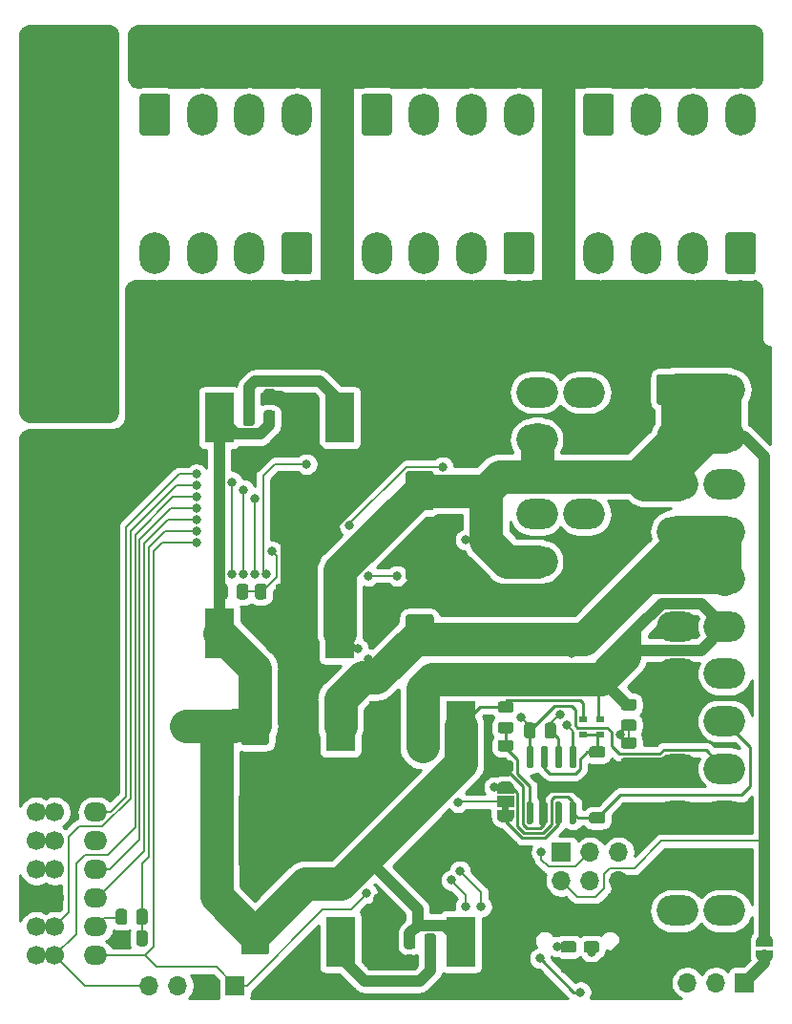
<source format=gbr>
%TF.GenerationSoftware,KiCad,Pcbnew,(5.1.9)-1*%
%TF.CreationDate,2021-04-10T21:08:21+08:00*%
%TF.ProjectId,CSPS2ATX2.0,43535053-3241-4545-9832-2e302e6b6963,V2.0*%
%TF.SameCoordinates,Original*%
%TF.FileFunction,Copper,L1,Top*%
%TF.FilePolarity,Positive*%
%FSLAX46Y46*%
G04 Gerber Fmt 4.6, Leading zero omitted, Abs format (unit mm)*
G04 Created by KiCad (PCBNEW (5.1.9)-1) date 2021-04-10 21:08:21*
%MOMM*%
%LPD*%
G01*
G04 APERTURE LIST*
%TA.AperFunction,EtchedComponent*%
%ADD10C,0.100000*%
%TD*%
%TA.AperFunction,ComponentPad*%
%ADD11O,0.900000X1.700000*%
%TD*%
%TA.AperFunction,ComponentPad*%
%ADD12O,0.900000X2.000000*%
%TD*%
%TA.AperFunction,ComponentPad*%
%ADD13O,1.700000X1.700000*%
%TD*%
%TA.AperFunction,ComponentPad*%
%ADD14R,1.700000X1.700000*%
%TD*%
%TA.AperFunction,SMDPad,CuDef*%
%ADD15R,0.700000X0.600000*%
%TD*%
%TA.AperFunction,SMDPad,CuDef*%
%ADD16R,2.600000X4.500000*%
%TD*%
%TA.AperFunction,SMDPad,CuDef*%
%ADD17C,0.100000*%
%TD*%
%TA.AperFunction,SMDPad,CuDef*%
%ADD18R,1.500000X1.000000*%
%TD*%
%TA.AperFunction,ComponentPad*%
%ADD19O,3.700000X2.700000*%
%TD*%
%TA.AperFunction,ComponentPad*%
%ADD20O,2.700000X3.700000*%
%TD*%
%TA.AperFunction,ComponentPad*%
%ADD21O,2.080000X1.700000*%
%TD*%
%TA.AperFunction,ComponentPad*%
%ADD22C,1.700000*%
%TD*%
%TA.AperFunction,ViaPad*%
%ADD23C,0.800000*%
%TD*%
%TA.AperFunction,Conductor*%
%ADD24C,3.000000*%
%TD*%
%TA.AperFunction,Conductor*%
%ADD25C,0.250000*%
%TD*%
%TA.AperFunction,Conductor*%
%ADD26C,1.000000*%
%TD*%
%TA.AperFunction,Conductor*%
%ADD27C,0.200000*%
%TD*%
%TA.AperFunction,Conductor*%
%ADD28C,2.700000*%
%TD*%
%TA.AperFunction,Conductor*%
%ADD29C,1.270000*%
%TD*%
%TA.AperFunction,Conductor*%
%ADD30C,0.254000*%
%TD*%
%TA.AperFunction,Conductor*%
%ADD31C,0.100000*%
%TD*%
G04 APERTURE END LIST*
D10*
%TO.C,JP1*%
G36*
X124160000Y-107931000D02*
G01*
X124160000Y-107431000D01*
X124760000Y-107431000D01*
X124760000Y-107931000D01*
X124160000Y-107931000D01*
G37*
%TD*%
D11*
%TO.P,J101,S1*%
%TO.N,GND*%
X126490000Y-123017000D03*
X135130000Y-123017000D03*
D12*
X126490000Y-118847000D03*
X135130000Y-118847000D03*
%TD*%
D13*
%TO.P,J104,4*%
%TO.N,/SDA*%
X92837000Y-123317000D03*
%TO.P,J104,3*%
%TO.N,/SCL*%
X95377000Y-123317000D03*
%TO.P,J104,2*%
%TO.N,GND*%
X97917000Y-123317000D03*
D14*
%TO.P,J104,1*%
%TO.N,/~PSON*%
X100457000Y-123317000D03*
%TD*%
D15*
%TO.P,D2,1*%
%TO.N,Net-(C2-Pad1)*%
X131318000Y-101095000D03*
%TO.P,D2,2*%
%TO.N,+12V*%
X131318000Y-99695000D03*
%TD*%
%TO.P,D1,1*%
%TO.N,Net-(C2-Pad1)*%
X132842000Y-101095000D03*
%TO.P,D1,2*%
%TO.N,/+5VSB*%
X132842000Y-99695000D03*
%TD*%
D16*
%TO.P,U3,5*%
%TO.N,GND*%
X113210000Y-119420000D03*
%TO.P,U3,4*%
%TO.N,Net-(R10-Pad2)*%
X109810000Y-119420000D03*
%TO.P,U3,7*%
%TO.N,+12V*%
X120500000Y-119420000D03*
%TO.P,U3,3*%
%TO.N,+3V3*%
X109810000Y-100330000D03*
%TO.P,U3,2*%
%TO.N,GND*%
X113610000Y-100330000D03*
%TO.P,U3,1*%
%TO.N,+12V*%
X120510000Y-100330000D03*
%TD*%
%TO.P,U2,5*%
%TO.N,GND*%
X106350000Y-72985000D03*
%TO.P,U2,4*%
%TO.N,Net-(R7-Pad1)*%
X109750000Y-72985000D03*
%TO.P,U2,7*%
%TO.N,+12V*%
X99060000Y-72985000D03*
%TO.P,U2,3*%
%TO.N,+5V*%
X109750000Y-92075000D03*
%TO.P,U2,2*%
%TO.N,GND*%
X105950000Y-92075000D03*
%TO.P,U2,1*%
%TO.N,+12V*%
X99050000Y-92075000D03*
%TD*%
%TO.P,R10,2*%
%TO.N,Net-(R10-Pad2)*%
%TA.AperFunction,SMDPad,CuDef*%
G36*
G01*
X117263500Y-121735001D02*
X117263500Y-120834999D01*
G75*
G02*
X117513499Y-120585000I249999J0D01*
G01*
X118038501Y-120585000D01*
G75*
G02*
X118288500Y-120834999I0J-249999D01*
G01*
X118288500Y-121735001D01*
G75*
G02*
X118038501Y-121985000I-249999J0D01*
G01*
X117513499Y-121985000D01*
G75*
G02*
X117263500Y-121735001I0J249999D01*
G01*
G37*
%TD.AperFunction*%
%TO.P,R10,1*%
%TO.N,GND*%
%TA.AperFunction,SMDPad,CuDef*%
G36*
G01*
X115438500Y-121735001D02*
X115438500Y-120834999D01*
G75*
G02*
X115688499Y-120585000I249999J0D01*
G01*
X116213501Y-120585000D01*
G75*
G02*
X116463500Y-120834999I0J-249999D01*
G01*
X116463500Y-121735001D01*
G75*
G02*
X116213501Y-121985000I-249999J0D01*
G01*
X115688499Y-121985000D01*
G75*
G02*
X115438500Y-121735001I0J249999D01*
G01*
G37*
%TD.AperFunction*%
%TD*%
%TO.P,R9,2*%
%TO.N,+12V*%
%TA.AperFunction,SMDPad,CuDef*%
G36*
G01*
X116463500Y-118929999D02*
X116463500Y-119830001D01*
G75*
G02*
X116213501Y-120080000I-249999J0D01*
G01*
X115688499Y-120080000D01*
G75*
G02*
X115438500Y-119830001I0J249999D01*
G01*
X115438500Y-118929999D01*
G75*
G02*
X115688499Y-118680000I249999J0D01*
G01*
X116213501Y-118680000D01*
G75*
G02*
X116463500Y-118929999I0J-249999D01*
G01*
G37*
%TD.AperFunction*%
%TO.P,R9,1*%
%TO.N,Net-(R10-Pad2)*%
%TA.AperFunction,SMDPad,CuDef*%
G36*
G01*
X118288500Y-118929999D02*
X118288500Y-119830001D01*
G75*
G02*
X118038501Y-120080000I-249999J0D01*
G01*
X117513499Y-120080000D01*
G75*
G02*
X117263500Y-119830001I0J249999D01*
G01*
X117263500Y-118929999D01*
G75*
G02*
X117513499Y-118680000I249999J0D01*
G01*
X118038501Y-118680000D01*
G75*
G02*
X118288500Y-118929999I0J-249999D01*
G01*
G37*
%TD.AperFunction*%
%TD*%
%TO.P,R8,2*%
%TO.N,Net-(R7-Pad1)*%
%TA.AperFunction,SMDPad,CuDef*%
G36*
G01*
X102192500Y-70669999D02*
X102192500Y-71570001D01*
G75*
G02*
X101942501Y-71820000I-249999J0D01*
G01*
X101417499Y-71820000D01*
G75*
G02*
X101167500Y-71570001I0J249999D01*
G01*
X101167500Y-70669999D01*
G75*
G02*
X101417499Y-70420000I249999J0D01*
G01*
X101942501Y-70420000D01*
G75*
G02*
X102192500Y-70669999I0J-249999D01*
G01*
G37*
%TD.AperFunction*%
%TO.P,R8,1*%
%TO.N,GND*%
%TA.AperFunction,SMDPad,CuDef*%
G36*
G01*
X104017500Y-70669999D02*
X104017500Y-71570001D01*
G75*
G02*
X103767501Y-71820000I-249999J0D01*
G01*
X103242499Y-71820000D01*
G75*
G02*
X102992500Y-71570001I0J249999D01*
G01*
X102992500Y-70669999D01*
G75*
G02*
X103242499Y-70420000I249999J0D01*
G01*
X103767501Y-70420000D01*
G75*
G02*
X104017500Y-70669999I0J-249999D01*
G01*
G37*
%TD.AperFunction*%
%TD*%
%TO.P,R7,2*%
%TO.N,+12V*%
%TA.AperFunction,SMDPad,CuDef*%
G36*
G01*
X102992500Y-73475001D02*
X102992500Y-72574999D01*
G75*
G02*
X103242499Y-72325000I249999J0D01*
G01*
X103767501Y-72325000D01*
G75*
G02*
X104017500Y-72574999I0J-249999D01*
G01*
X104017500Y-73475001D01*
G75*
G02*
X103767501Y-73725000I-249999J0D01*
G01*
X103242499Y-73725000D01*
G75*
G02*
X102992500Y-73475001I0J249999D01*
G01*
G37*
%TD.AperFunction*%
%TO.P,R7,1*%
%TO.N,Net-(R7-Pad1)*%
%TA.AperFunction,SMDPad,CuDef*%
G36*
G01*
X101167500Y-73475001D02*
X101167500Y-72574999D01*
G75*
G02*
X101417499Y-72325000I249999J0D01*
G01*
X101942501Y-72325000D01*
G75*
G02*
X102192500Y-72574999I0J-249999D01*
G01*
X102192500Y-73475001D01*
G75*
G02*
X101942501Y-73725000I-249999J0D01*
G01*
X101417499Y-73725000D01*
G75*
G02*
X101167500Y-73475001I0J249999D01*
G01*
G37*
%TD.AperFunction*%
%TD*%
%TO.P,C6,2*%
%TO.N,GND*%
%TA.AperFunction,SMDPad,CuDef*%
G36*
G01*
X117840000Y-87400000D02*
X115840000Y-87400000D01*
G75*
G02*
X115590000Y-87150000I0J250000D01*
G01*
X115590000Y-84150000D01*
G75*
G02*
X115840000Y-83900000I250000J0D01*
G01*
X117840000Y-83900000D01*
G75*
G02*
X118090000Y-84150000I0J-250000D01*
G01*
X118090000Y-87150000D01*
G75*
G02*
X117840000Y-87400000I-250000J0D01*
G01*
G37*
%TD.AperFunction*%
%TO.P,C6,1*%
%TO.N,+3V3*%
%TA.AperFunction,SMDPad,CuDef*%
G36*
G01*
X117840000Y-93900000D02*
X115840000Y-93900000D01*
G75*
G02*
X115590000Y-93650000I0J250000D01*
G01*
X115590000Y-90650000D01*
G75*
G02*
X115840000Y-90400000I250000J0D01*
G01*
X117840000Y-90400000D01*
G75*
G02*
X118090000Y-90650000I0J-250000D01*
G01*
X118090000Y-93650000D01*
G75*
G02*
X117840000Y-93900000I-250000J0D01*
G01*
G37*
%TD.AperFunction*%
%TD*%
%TO.P,C5,2*%
%TO.N,GND*%
%TA.AperFunction,SMDPad,CuDef*%
G36*
G01*
X103235000Y-114070000D02*
X101235000Y-114070000D01*
G75*
G02*
X100985000Y-113820000I0J250000D01*
G01*
X100985000Y-110820000D01*
G75*
G02*
X101235000Y-110570000I250000J0D01*
G01*
X103235000Y-110570000D01*
G75*
G02*
X103485000Y-110820000I0J-250000D01*
G01*
X103485000Y-113820000D01*
G75*
G02*
X103235000Y-114070000I-250000J0D01*
G01*
G37*
%TD.AperFunction*%
%TO.P,C5,1*%
%TO.N,+12V*%
%TA.AperFunction,SMDPad,CuDef*%
G36*
G01*
X103235000Y-120570000D02*
X101235000Y-120570000D01*
G75*
G02*
X100985000Y-120320000I0J250000D01*
G01*
X100985000Y-117320000D01*
G75*
G02*
X101235000Y-117070000I250000J0D01*
G01*
X103235000Y-117070000D01*
G75*
G02*
X103485000Y-117320000I0J-250000D01*
G01*
X103485000Y-120320000D01*
G75*
G02*
X103235000Y-120570000I-250000J0D01*
G01*
G37*
%TD.AperFunction*%
%TD*%
%TO.P,C4,2*%
%TO.N,GND*%
%TA.AperFunction,SMDPad,CuDef*%
G36*
G01*
X117840000Y-74700000D02*
X115840000Y-74700000D01*
G75*
G02*
X115590000Y-74450000I0J250000D01*
G01*
X115590000Y-71450000D01*
G75*
G02*
X115840000Y-71200000I250000J0D01*
G01*
X117840000Y-71200000D01*
G75*
G02*
X118090000Y-71450000I0J-250000D01*
G01*
X118090000Y-74450000D01*
G75*
G02*
X117840000Y-74700000I-250000J0D01*
G01*
G37*
%TD.AperFunction*%
%TO.P,C4,1*%
%TO.N,+5V*%
%TA.AperFunction,SMDPad,CuDef*%
G36*
G01*
X117840000Y-81200000D02*
X115840000Y-81200000D01*
G75*
G02*
X115590000Y-80950000I0J250000D01*
G01*
X115590000Y-77950000D01*
G75*
G02*
X115840000Y-77700000I250000J0D01*
G01*
X117840000Y-77700000D01*
G75*
G02*
X118090000Y-77950000I0J-250000D01*
G01*
X118090000Y-80950000D01*
G75*
G02*
X117840000Y-81200000I-250000J0D01*
G01*
G37*
%TD.AperFunction*%
%TD*%
%TO.P,C3,2*%
%TO.N,GND*%
%TA.AperFunction,SMDPad,CuDef*%
G36*
G01*
X101235000Y-105005000D02*
X103235000Y-105005000D01*
G75*
G02*
X103485000Y-105255000I0J-250000D01*
G01*
X103485000Y-108255000D01*
G75*
G02*
X103235000Y-108505000I-250000J0D01*
G01*
X101235000Y-108505000D01*
G75*
G02*
X100985000Y-108255000I0J250000D01*
G01*
X100985000Y-105255000D01*
G75*
G02*
X101235000Y-105005000I250000J0D01*
G01*
G37*
%TD.AperFunction*%
%TO.P,C3,1*%
%TO.N,+12V*%
%TA.AperFunction,SMDPad,CuDef*%
G36*
G01*
X101235000Y-98505000D02*
X103235000Y-98505000D01*
G75*
G02*
X103485000Y-98755000I0J-250000D01*
G01*
X103485000Y-101755000D01*
G75*
G02*
X103235000Y-102005000I-250000J0D01*
G01*
X101235000Y-102005000D01*
G75*
G02*
X100985000Y-101755000I0J250000D01*
G01*
X100985000Y-98755000D01*
G75*
G02*
X101235000Y-98505000I250000J0D01*
G01*
G37*
%TD.AperFunction*%
%TD*%
%TO.P,U1,8*%
%TO.N,/ATX_PWOK*%
%TA.AperFunction,SMDPad,CuDef*%
G36*
G01*
X126769000Y-104037000D02*
X126469000Y-104037000D01*
G75*
G02*
X126319000Y-103887000I0J150000D01*
G01*
X126319000Y-102237000D01*
G75*
G02*
X126469000Y-102087000I150000J0D01*
G01*
X126769000Y-102087000D01*
G75*
G02*
X126919000Y-102237000I0J-150000D01*
G01*
X126919000Y-103887000D01*
G75*
G02*
X126769000Y-104037000I-150000J0D01*
G01*
G37*
%TD.AperFunction*%
%TO.P,U1,7*%
%TO.N,Net-(C2-Pad1)*%
%TA.AperFunction,SMDPad,CuDef*%
G36*
G01*
X128039000Y-104037000D02*
X127739000Y-104037000D01*
G75*
G02*
X127589000Y-103887000I0J150000D01*
G01*
X127589000Y-102237000D01*
G75*
G02*
X127739000Y-102087000I150000J0D01*
G01*
X128039000Y-102087000D01*
G75*
G02*
X128189000Y-102237000I0J-150000D01*
G01*
X128189000Y-103887000D01*
G75*
G02*
X128039000Y-104037000I-150000J0D01*
G01*
G37*
%TD.AperFunction*%
%TO.P,U1,6*%
%TO.N,+5V*%
%TA.AperFunction,SMDPad,CuDef*%
G36*
G01*
X129309000Y-104037000D02*
X129009000Y-104037000D01*
G75*
G02*
X128859000Y-103887000I0J150000D01*
G01*
X128859000Y-102237000D01*
G75*
G02*
X129009000Y-102087000I150000J0D01*
G01*
X129309000Y-102087000D01*
G75*
G02*
X129459000Y-102237000I0J-150000D01*
G01*
X129459000Y-103887000D01*
G75*
G02*
X129309000Y-104037000I-150000J0D01*
G01*
G37*
%TD.AperFunction*%
%TO.P,U1,5*%
%TO.N,+3V3*%
%TA.AperFunction,SMDPad,CuDef*%
G36*
G01*
X130579000Y-104037000D02*
X130279000Y-104037000D01*
G75*
G02*
X130129000Y-103887000I0J150000D01*
G01*
X130129000Y-102237000D01*
G75*
G02*
X130279000Y-102087000I150000J0D01*
G01*
X130579000Y-102087000D01*
G75*
G02*
X130729000Y-102237000I0J-150000D01*
G01*
X130729000Y-103887000D01*
G75*
G02*
X130579000Y-104037000I-150000J0D01*
G01*
G37*
%TD.AperFunction*%
%TO.P,U1,4*%
%TO.N,/~ATX_PSON*%
%TA.AperFunction,SMDPad,CuDef*%
G36*
G01*
X130579000Y-108987000D02*
X130279000Y-108987000D01*
G75*
G02*
X130129000Y-108837000I0J150000D01*
G01*
X130129000Y-107187000D01*
G75*
G02*
X130279000Y-107037000I150000J0D01*
G01*
X130579000Y-107037000D01*
G75*
G02*
X130729000Y-107187000I0J-150000D01*
G01*
X130729000Y-108837000D01*
G75*
G02*
X130579000Y-108987000I-150000J0D01*
G01*
G37*
%TD.AperFunction*%
%TO.P,U1,3*%
%TO.N,/~FPO*%
%TA.AperFunction,SMDPad,CuDef*%
G36*
G01*
X129309000Y-108987000D02*
X129009000Y-108987000D01*
G75*
G02*
X128859000Y-108837000I0J150000D01*
G01*
X128859000Y-107187000D01*
G75*
G02*
X129009000Y-107037000I150000J0D01*
G01*
X129309000Y-107037000D01*
G75*
G02*
X129459000Y-107187000I0J-150000D01*
G01*
X129459000Y-108837000D01*
G75*
G02*
X129309000Y-108987000I-150000J0D01*
G01*
G37*
%TD.AperFunction*%
%TO.P,U1,2*%
%TO.N,GND*%
%TA.AperFunction,SMDPad,CuDef*%
G36*
G01*
X128039000Y-108987000D02*
X127739000Y-108987000D01*
G75*
G02*
X127589000Y-108837000I0J150000D01*
G01*
X127589000Y-107187000D01*
G75*
G02*
X127739000Y-107037000I150000J0D01*
G01*
X128039000Y-107037000D01*
G75*
G02*
X128189000Y-107187000I0J-150000D01*
G01*
X128189000Y-108837000D01*
G75*
G02*
X128039000Y-108987000I-150000J0D01*
G01*
G37*
%TD.AperFunction*%
%TO.P,U1,1*%
%TO.N,Net-(R3-Pad2)*%
%TA.AperFunction,SMDPad,CuDef*%
G36*
G01*
X126769000Y-108987000D02*
X126469000Y-108987000D01*
G75*
G02*
X126319000Y-108837000I0J150000D01*
G01*
X126319000Y-107187000D01*
G75*
G02*
X126469000Y-107037000I150000J0D01*
G01*
X126769000Y-107037000D01*
G75*
G02*
X126919000Y-107187000I0J-150000D01*
G01*
X126919000Y-108837000D01*
G75*
G02*
X126769000Y-108987000I-150000J0D01*
G01*
G37*
%TD.AperFunction*%
%TD*%
%TO.P,R111,2*%
%TO.N,GND*%
%TA.AperFunction,SMDPad,CuDef*%
G36*
G01*
X134931999Y-103119500D02*
X135832001Y-103119500D01*
G75*
G02*
X136082000Y-103369499I0J-249999D01*
G01*
X136082000Y-103894501D01*
G75*
G02*
X135832001Y-104144500I-249999J0D01*
G01*
X134931999Y-104144500D01*
G75*
G02*
X134682000Y-103894501I0J249999D01*
G01*
X134682000Y-103369499D01*
G75*
G02*
X134931999Y-103119500I249999J0D01*
G01*
G37*
%TD.AperFunction*%
%TO.P,R111,1*%
%TO.N,/A6*%
%TA.AperFunction,SMDPad,CuDef*%
G36*
G01*
X134931999Y-101294500D02*
X135832001Y-101294500D01*
G75*
G02*
X136082000Y-101544499I0J-249999D01*
G01*
X136082000Y-102069501D01*
G75*
G02*
X135832001Y-102319500I-249999J0D01*
G01*
X134931999Y-102319500D01*
G75*
G02*
X134682000Y-102069501I0J249999D01*
G01*
X134682000Y-101544499D01*
G75*
G02*
X134931999Y-101294500I249999J0D01*
G01*
G37*
%TD.AperFunction*%
%TD*%
%TO.P,R110,2*%
%TO.N,/A6*%
%TA.AperFunction,SMDPad,CuDef*%
G36*
G01*
X134931999Y-99737500D02*
X135832001Y-99737500D01*
G75*
G02*
X136082000Y-99987499I0J-249999D01*
G01*
X136082000Y-100512501D01*
G75*
G02*
X135832001Y-100762500I-249999J0D01*
G01*
X134931999Y-100762500D01*
G75*
G02*
X134682000Y-100512501I0J249999D01*
G01*
X134682000Y-99987499D01*
G75*
G02*
X134931999Y-99737500I249999J0D01*
G01*
G37*
%TD.AperFunction*%
%TO.P,R110,1*%
%TO.N,/+5VSB*%
%TA.AperFunction,SMDPad,CuDef*%
G36*
G01*
X134931999Y-97912500D02*
X135832001Y-97912500D01*
G75*
G02*
X136082000Y-98162499I0J-249999D01*
G01*
X136082000Y-98687501D01*
G75*
G02*
X135832001Y-98937500I-249999J0D01*
G01*
X134931999Y-98937500D01*
G75*
G02*
X134682000Y-98687501I0J249999D01*
G01*
X134682000Y-98162499D01*
G75*
G02*
X134931999Y-97912500I249999J0D01*
G01*
G37*
%TD.AperFunction*%
%TD*%
%TO.P,R109,2*%
%TO.N,GND*%
%TA.AperFunction,SMDPad,CuDef*%
G36*
G01*
X90889500Y-118675999D02*
X90889500Y-119576001D01*
G75*
G02*
X90639501Y-119826000I-249999J0D01*
G01*
X90114499Y-119826000D01*
G75*
G02*
X89864500Y-119576001I0J249999D01*
G01*
X89864500Y-118675999D01*
G75*
G02*
X90114499Y-118426000I249999J0D01*
G01*
X90639501Y-118426000D01*
G75*
G02*
X90889500Y-118675999I0J-249999D01*
G01*
G37*
%TD.AperFunction*%
%TO.P,R109,1*%
%TO.N,/A2*%
%TA.AperFunction,SMDPad,CuDef*%
G36*
G01*
X92714500Y-118675999D02*
X92714500Y-119576001D01*
G75*
G02*
X92464501Y-119826000I-249999J0D01*
G01*
X91939499Y-119826000D01*
G75*
G02*
X91689500Y-119576001I0J249999D01*
G01*
X91689500Y-118675999D01*
G75*
G02*
X91939499Y-118426000I249999J0D01*
G01*
X92464501Y-118426000D01*
G75*
G02*
X92714500Y-118675999I0J-249999D01*
G01*
G37*
%TD.AperFunction*%
%TD*%
%TO.P,R108,2*%
%TO.N,/A2*%
%TA.AperFunction,SMDPad,CuDef*%
G36*
G01*
X91689500Y-117671001D02*
X91689500Y-116770999D01*
G75*
G02*
X91939499Y-116521000I249999J0D01*
G01*
X92464501Y-116521000D01*
G75*
G02*
X92714500Y-116770999I0J-249999D01*
G01*
X92714500Y-117671001D01*
G75*
G02*
X92464501Y-117921000I-249999J0D01*
G01*
X91939499Y-117921000D01*
G75*
G02*
X91689500Y-117671001I0J249999D01*
G01*
G37*
%TD.AperFunction*%
%TO.P,R108,1*%
%TO.N,/IMONITOR*%
%TA.AperFunction,SMDPad,CuDef*%
G36*
G01*
X89864500Y-117671001D02*
X89864500Y-116770999D01*
G75*
G02*
X90114499Y-116521000I249999J0D01*
G01*
X90639501Y-116521000D01*
G75*
G02*
X90889500Y-116770999I0J-249999D01*
G01*
X90889500Y-117671001D01*
G75*
G02*
X90639501Y-117921000I-249999J0D01*
G01*
X90114499Y-117921000D01*
G75*
G02*
X89864500Y-117671001I0J249999D01*
G01*
G37*
%TD.AperFunction*%
%TD*%
%TO.P,R105,2*%
%TO.N,GND*%
%TA.AperFunction,SMDPad,CuDef*%
G36*
G01*
X104055500Y-88842001D02*
X104055500Y-87941999D01*
G75*
G02*
X104305499Y-87692000I249999J0D01*
G01*
X104830501Y-87692000D01*
G75*
G02*
X105080500Y-87941999I0J-249999D01*
G01*
X105080500Y-88842001D01*
G75*
G02*
X104830501Y-89092000I-249999J0D01*
G01*
X104305499Y-89092000D01*
G75*
G02*
X104055500Y-88842001I0J249999D01*
G01*
G37*
%TD.AperFunction*%
%TO.P,R105,1*%
%TO.N,/A1*%
%TA.AperFunction,SMDPad,CuDef*%
G36*
G01*
X102230500Y-88842001D02*
X102230500Y-87941999D01*
G75*
G02*
X102480499Y-87692000I249999J0D01*
G01*
X103005501Y-87692000D01*
G75*
G02*
X103255500Y-87941999I0J-249999D01*
G01*
X103255500Y-88842001D01*
G75*
G02*
X103005501Y-89092000I-249999J0D01*
G01*
X102480499Y-89092000D01*
G75*
G02*
X102230500Y-88842001I0J249999D01*
G01*
G37*
%TD.AperFunction*%
%TD*%
%TO.P,R104,2*%
%TO.N,/A1*%
%TA.AperFunction,SMDPad,CuDef*%
G36*
G01*
X100603000Y-88842001D02*
X100603000Y-87941999D01*
G75*
G02*
X100852999Y-87692000I249999J0D01*
G01*
X101378001Y-87692000D01*
G75*
G02*
X101628000Y-87941999I0J-249999D01*
G01*
X101628000Y-88842001D01*
G75*
G02*
X101378001Y-89092000I-249999J0D01*
G01*
X100852999Y-89092000D01*
G75*
G02*
X100603000Y-88842001I0J249999D01*
G01*
G37*
%TD.AperFunction*%
%TO.P,R104,1*%
%TO.N,+12V*%
%TA.AperFunction,SMDPad,CuDef*%
G36*
G01*
X98778000Y-88842001D02*
X98778000Y-87941999D01*
G75*
G02*
X99027999Y-87692000I249999J0D01*
G01*
X99553001Y-87692000D01*
G75*
G02*
X99803000Y-87941999I0J-249999D01*
G01*
X99803000Y-88842001D01*
G75*
G02*
X99553001Y-89092000I-249999J0D01*
G01*
X99027999Y-89092000D01*
G75*
G02*
X98778000Y-88842001I0J249999D01*
G01*
G37*
%TD.AperFunction*%
%TD*%
%TO.P,R103,2*%
%TO.N,GND*%
%TA.AperFunction,SMDPad,CuDef*%
G36*
G01*
X131629999Y-121200500D02*
X132530001Y-121200500D01*
G75*
G02*
X132780000Y-121450499I0J-249999D01*
G01*
X132780000Y-121975501D01*
G75*
G02*
X132530001Y-122225500I-249999J0D01*
G01*
X131629999Y-122225500D01*
G75*
G02*
X131380000Y-121975501I0J249999D01*
G01*
X131380000Y-121450499D01*
G75*
G02*
X131629999Y-121200500I249999J0D01*
G01*
G37*
%TD.AperFunction*%
%TO.P,R103,1*%
%TO.N,Net-(J101-PadA5)*%
%TA.AperFunction,SMDPad,CuDef*%
G36*
G01*
X131629999Y-119375500D02*
X132530001Y-119375500D01*
G75*
G02*
X132780000Y-119625499I0J-249999D01*
G01*
X132780000Y-120150501D01*
G75*
G02*
X132530001Y-120400500I-249999J0D01*
G01*
X131629999Y-120400500D01*
G75*
G02*
X131380000Y-120150501I0J249999D01*
G01*
X131380000Y-119625499D01*
G75*
G02*
X131629999Y-119375500I249999J0D01*
G01*
G37*
%TD.AperFunction*%
%TD*%
%TO.P,R102,2*%
%TO.N,GND*%
%TA.AperFunction,SMDPad,CuDef*%
G36*
G01*
X129597999Y-121200500D02*
X130498001Y-121200500D01*
G75*
G02*
X130748000Y-121450499I0J-249999D01*
G01*
X130748000Y-121975501D01*
G75*
G02*
X130498001Y-122225500I-249999J0D01*
G01*
X129597999Y-122225500D01*
G75*
G02*
X129348000Y-121975501I0J249999D01*
G01*
X129348000Y-121450499D01*
G75*
G02*
X129597999Y-121200500I249999J0D01*
G01*
G37*
%TD.AperFunction*%
%TO.P,R102,1*%
%TO.N,Net-(J101-PadB5)*%
%TA.AperFunction,SMDPad,CuDef*%
G36*
G01*
X129597999Y-119375500D02*
X130498001Y-119375500D01*
G75*
G02*
X130748000Y-119625499I0J-249999D01*
G01*
X130748000Y-120150501D01*
G75*
G02*
X130498001Y-120400500I-249999J0D01*
G01*
X129597999Y-120400500D01*
G75*
G02*
X129348000Y-120150501I0J249999D01*
G01*
X129348000Y-119625499D01*
G75*
G02*
X129597999Y-119375500I249999J0D01*
G01*
G37*
%TD.AperFunction*%
%TD*%
%TO.P,R4,2*%
%TO.N,GND*%
%TA.AperFunction,SMDPad,CuDef*%
G36*
G01*
X124009999Y-103373500D02*
X124910001Y-103373500D01*
G75*
G02*
X125160000Y-103623499I0J-249999D01*
G01*
X125160000Y-104148501D01*
G75*
G02*
X124910001Y-104398500I-249999J0D01*
G01*
X124009999Y-104398500D01*
G75*
G02*
X123760000Y-104148501I0J249999D01*
G01*
X123760000Y-103623499D01*
G75*
G02*
X124009999Y-103373500I249999J0D01*
G01*
G37*
%TD.AperFunction*%
%TO.P,R4,1*%
%TO.N,Net-(R3-Pad2)*%
%TA.AperFunction,SMDPad,CuDef*%
G36*
G01*
X124009999Y-101548500D02*
X124910001Y-101548500D01*
G75*
G02*
X125160000Y-101798499I0J-249999D01*
G01*
X125160000Y-102323501D01*
G75*
G02*
X124910001Y-102573500I-249999J0D01*
G01*
X124009999Y-102573500D01*
G75*
G02*
X123760000Y-102323501I0J249999D01*
G01*
X123760000Y-101798499D01*
G75*
G02*
X124009999Y-101548500I249999J0D01*
G01*
G37*
%TD.AperFunction*%
%TD*%
%TO.P,R3,2*%
%TO.N,Net-(R3-Pad2)*%
%TA.AperFunction,SMDPad,CuDef*%
G36*
G01*
X124009999Y-99944500D02*
X124910001Y-99944500D01*
G75*
G02*
X125160000Y-100194499I0J-249999D01*
G01*
X125160000Y-100719501D01*
G75*
G02*
X124910001Y-100969500I-249999J0D01*
G01*
X124009999Y-100969500D01*
G75*
G02*
X123760000Y-100719501I0J249999D01*
G01*
X123760000Y-100194499D01*
G75*
G02*
X124009999Y-99944500I249999J0D01*
G01*
G37*
%TD.AperFunction*%
%TO.P,R3,1*%
%TO.N,+12V*%
%TA.AperFunction,SMDPad,CuDef*%
G36*
G01*
X124009999Y-98119500D02*
X124910001Y-98119500D01*
G75*
G02*
X125160000Y-98369499I0J-249999D01*
G01*
X125160000Y-98894501D01*
G75*
G02*
X124910001Y-99144500I-249999J0D01*
G01*
X124009999Y-99144500D01*
G75*
G02*
X123760000Y-98894501I0J249999D01*
G01*
X123760000Y-98369499D01*
G75*
G02*
X124009999Y-98119500I249999J0D01*
G01*
G37*
%TD.AperFunction*%
%TD*%
%TO.P,R2,2*%
%TO.N,/ATX_PWOK*%
%TA.AperFunction,SMDPad,CuDef*%
G36*
G01*
X127131500Y-100260999D02*
X127131500Y-101161001D01*
G75*
G02*
X126881501Y-101411000I-249999J0D01*
G01*
X126356499Y-101411000D01*
G75*
G02*
X126106500Y-101161001I0J249999D01*
G01*
X126106500Y-100260999D01*
G75*
G02*
X126356499Y-100011000I249999J0D01*
G01*
X126881501Y-100011000D01*
G75*
G02*
X127131500Y-100260999I0J-249999D01*
G01*
G37*
%TD.AperFunction*%
%TO.P,R2,1*%
%TO.N,+5V*%
%TA.AperFunction,SMDPad,CuDef*%
G36*
G01*
X128956500Y-100260999D02*
X128956500Y-101161001D01*
G75*
G02*
X128706501Y-101411000I-249999J0D01*
G01*
X128181499Y-101411000D01*
G75*
G02*
X127931500Y-101161001I0J249999D01*
G01*
X127931500Y-100260999D01*
G75*
G02*
X128181499Y-100011000I249999J0D01*
G01*
X128706501Y-100011000D01*
G75*
G02*
X128956500Y-100260999I0J-249999D01*
G01*
G37*
%TD.AperFunction*%
%TD*%
%TA.AperFunction,SMDPad,CuDef*%
D17*
%TO.P,JP101,2*%
%TO.N,/VBUS*%
G36*
X148196398Y-120665000D02*
G01*
X148196398Y-120689534D01*
X148191588Y-120738365D01*
X148182016Y-120786490D01*
X148167772Y-120833445D01*
X148148995Y-120878778D01*
X148125864Y-120922051D01*
X148098604Y-120962850D01*
X148067476Y-121000779D01*
X148032779Y-121035476D01*
X147994850Y-121066604D01*
X147954051Y-121093864D01*
X147910778Y-121116995D01*
X147865445Y-121135772D01*
X147818490Y-121150016D01*
X147770365Y-121159588D01*
X147721534Y-121164398D01*
X147697000Y-121164398D01*
X147697000Y-121165000D01*
X147197000Y-121165000D01*
X147197000Y-121164398D01*
X147172466Y-121164398D01*
X147123635Y-121159588D01*
X147075510Y-121150016D01*
X147028555Y-121135772D01*
X146983222Y-121116995D01*
X146939949Y-121093864D01*
X146899150Y-121066604D01*
X146861221Y-121035476D01*
X146826524Y-121000779D01*
X146795396Y-120962850D01*
X146768136Y-120922051D01*
X146745005Y-120878778D01*
X146726228Y-120833445D01*
X146711984Y-120786490D01*
X146702412Y-120738365D01*
X146697602Y-120689534D01*
X146697602Y-120665000D01*
X146697000Y-120665000D01*
X146697000Y-120165000D01*
X148197000Y-120165000D01*
X148197000Y-120665000D01*
X148196398Y-120665000D01*
G37*
%TD.AperFunction*%
%TA.AperFunction,SMDPad,CuDef*%
%TO.P,JP101,1*%
%TO.N,+5V*%
G36*
X146697000Y-119865000D02*
G01*
X146697000Y-119365000D01*
X146697602Y-119365000D01*
X146697602Y-119340466D01*
X146702412Y-119291635D01*
X146711984Y-119243510D01*
X146726228Y-119196555D01*
X146745005Y-119151222D01*
X146768136Y-119107949D01*
X146795396Y-119067150D01*
X146826524Y-119029221D01*
X146861221Y-118994524D01*
X146899150Y-118963396D01*
X146939949Y-118936136D01*
X146983222Y-118913005D01*
X147028555Y-118894228D01*
X147075510Y-118879984D01*
X147123635Y-118870412D01*
X147172466Y-118865602D01*
X147197000Y-118865602D01*
X147197000Y-118865000D01*
X147697000Y-118865000D01*
X147697000Y-118865602D01*
X147721534Y-118865602D01*
X147770365Y-118870412D01*
X147818490Y-118879984D01*
X147865445Y-118894228D01*
X147910778Y-118913005D01*
X147954051Y-118936136D01*
X147994850Y-118963396D01*
X148032779Y-118994524D01*
X148067476Y-119029221D01*
X148098604Y-119067150D01*
X148125864Y-119107949D01*
X148148995Y-119151222D01*
X148167772Y-119196555D01*
X148182016Y-119243510D01*
X148191588Y-119291635D01*
X148196398Y-119340466D01*
X148196398Y-119365000D01*
X148197000Y-119365000D01*
X148197000Y-119865000D01*
X146697000Y-119865000D01*
G37*
%TD.AperFunction*%
%TD*%
%TA.AperFunction,SMDPad,CuDef*%
%TO.P,JP1,1*%
%TO.N,/~FPO*%
G36*
X125210000Y-107781000D02*
G01*
X125210000Y-108331000D01*
X125209398Y-108331000D01*
X125209398Y-108355534D01*
X125204588Y-108404365D01*
X125195016Y-108452490D01*
X125180772Y-108499445D01*
X125161995Y-108544778D01*
X125138864Y-108588051D01*
X125111604Y-108628850D01*
X125080476Y-108666779D01*
X125045779Y-108701476D01*
X125007850Y-108732604D01*
X124967051Y-108759864D01*
X124923778Y-108782995D01*
X124878445Y-108801772D01*
X124831490Y-108816016D01*
X124783365Y-108825588D01*
X124734534Y-108830398D01*
X124710000Y-108830398D01*
X124710000Y-108831000D01*
X124210000Y-108831000D01*
X124210000Y-108830398D01*
X124185466Y-108830398D01*
X124136635Y-108825588D01*
X124088510Y-108816016D01*
X124041555Y-108801772D01*
X123996222Y-108782995D01*
X123952949Y-108759864D01*
X123912150Y-108732604D01*
X123874221Y-108701476D01*
X123839524Y-108666779D01*
X123808396Y-108628850D01*
X123781136Y-108588051D01*
X123758005Y-108544778D01*
X123739228Y-108499445D01*
X123724984Y-108452490D01*
X123715412Y-108404365D01*
X123710602Y-108355534D01*
X123710602Y-108331000D01*
X123710000Y-108331000D01*
X123710000Y-107781000D01*
X125210000Y-107781000D01*
G37*
%TD.AperFunction*%
D18*
%TO.P,JP1,2*%
%TO.N,/~PSON*%
X124460000Y-107031000D03*
%TA.AperFunction,SMDPad,CuDef*%
D17*
%TO.P,JP1,3*%
%TO.N,/~ATX_PSON*%
G36*
X123710602Y-105731000D02*
G01*
X123710602Y-105706466D01*
X123715412Y-105657635D01*
X123724984Y-105609510D01*
X123739228Y-105562555D01*
X123758005Y-105517222D01*
X123781136Y-105473949D01*
X123808396Y-105433150D01*
X123839524Y-105395221D01*
X123874221Y-105360524D01*
X123912150Y-105329396D01*
X123952949Y-105302136D01*
X123996222Y-105279005D01*
X124041555Y-105260228D01*
X124088510Y-105245984D01*
X124136635Y-105236412D01*
X124185466Y-105231602D01*
X124210000Y-105231602D01*
X124210000Y-105231000D01*
X124710000Y-105231000D01*
X124710000Y-105231602D01*
X124734534Y-105231602D01*
X124783365Y-105236412D01*
X124831490Y-105245984D01*
X124878445Y-105260228D01*
X124923778Y-105279005D01*
X124967051Y-105302136D01*
X125007850Y-105329396D01*
X125045779Y-105360524D01*
X125080476Y-105395221D01*
X125111604Y-105433150D01*
X125138864Y-105473949D01*
X125161995Y-105517222D01*
X125180772Y-105562555D01*
X125195016Y-105609510D01*
X125204588Y-105657635D01*
X125209398Y-105706466D01*
X125209398Y-105731000D01*
X125210000Y-105731000D01*
X125210000Y-106281000D01*
X123710000Y-106281000D01*
X123710000Y-105731000D01*
X123710602Y-105731000D01*
G37*
%TD.AperFunction*%
%TD*%
D13*
%TO.P,J103,4*%
%TO.N,GND*%
X138049000Y-123063000D03*
%TO.P,J103,3*%
%TO.N,/D+*%
X140589000Y-123063000D03*
%TO.P,J103,2*%
%TO.N,/D-*%
X143129000Y-123063000D03*
D14*
%TO.P,J103,1*%
%TO.N,/VBUS*%
X145669000Y-123063000D03*
%TD*%
D13*
%TO.P,J102,6*%
%TO.N,GND*%
X134493000Y-114046000D03*
%TO.P,J102,5*%
%TO.N,/~RESET*%
X134493000Y-111506000D03*
%TO.P,J102,4*%
%TO.N,/MOSI*%
X131953000Y-114046000D03*
%TO.P,J102,3*%
%TO.N,/SCK*%
X131953000Y-111506000D03*
%TO.P,J102,2*%
%TO.N,+5V*%
X129413000Y-114046000D03*
D14*
%TO.P,J102,1*%
%TO.N,/MISO*%
X129413000Y-111506000D03*
%TD*%
%TO.P,J10,1*%
%TO.N,GND*%
%TA.AperFunction,ComponentPad*%
G36*
G01*
X133043900Y-76280000D02*
X129846100Y-76280000D01*
G75*
G02*
X129595000Y-76028900I0J251100D01*
G01*
X129595000Y-73831100D01*
G75*
G02*
X129846100Y-73580000I251100J0D01*
G01*
X133043900Y-73580000D01*
G75*
G02*
X133295000Y-73831100I0J-251100D01*
G01*
X133295000Y-76028900D01*
G75*
G02*
X133043900Y-76280000I-251100J0D01*
G01*
G37*
%TD.AperFunction*%
D19*
%TO.P,J10,2*%
%TO.N,+12V*%
X131445000Y-70730000D03*
%TO.P,J10,3*%
%TO.N,+5V*%
X127245000Y-74930000D03*
%TO.P,J10,4*%
%TO.N,Net-(J10-Pad4)*%
X127245000Y-70730000D03*
%TD*%
%TO.P,J9,1*%
%TO.N,GND*%
%TA.AperFunction,ComponentPad*%
G36*
G01*
X133043900Y-87075000D02*
X129846100Y-87075000D01*
G75*
G02*
X129595000Y-86823900I0J251100D01*
G01*
X129595000Y-84626100D01*
G75*
G02*
X129846100Y-84375000I251100J0D01*
G01*
X133043900Y-84375000D01*
G75*
G02*
X133295000Y-84626100I0J-251100D01*
G01*
X133295000Y-86823900D01*
G75*
G02*
X133043900Y-87075000I-251100J0D01*
G01*
G37*
%TD.AperFunction*%
%TO.P,J9,2*%
%TO.N,+12V*%
X131445000Y-81525000D03*
%TO.P,J9,3*%
%TO.N,+5V*%
X127245000Y-85725000D03*
%TO.P,J9,4*%
%TO.N,Net-(J9-Pad4)*%
X127245000Y-81525000D03*
%TD*%
D20*
%TO.P,J8,8*%
%TO.N,GND*%
X132715000Y-62620000D03*
%TO.P,J8,7*%
X136915000Y-62620000D03*
%TO.P,J8,6*%
X141115000Y-62620000D03*
%TO.P,J8,5*%
X145315000Y-62620000D03*
%TO.P,J8,4*%
%TO.N,+12V*%
X132715000Y-58420000D03*
%TO.P,J8,3*%
X136915000Y-58420000D03*
%TO.P,J8,1*%
%TA.AperFunction,ComponentPad*%
G36*
G01*
X146665000Y-56821100D02*
X146665000Y-60018900D01*
G75*
G02*
X146413900Y-60270000I-251100J0D01*
G01*
X144216100Y-60270000D01*
G75*
G02*
X143965000Y-60018900I0J251100D01*
G01*
X143965000Y-56821100D01*
G75*
G02*
X144216100Y-56570000I251100J0D01*
G01*
X146413900Y-56570000D01*
G75*
G02*
X146665000Y-56821100I0J-251100D01*
G01*
G37*
%TD.AperFunction*%
%TO.P,J8,2*%
X141115000Y-58420000D03*
%TD*%
%TO.P,J7,8*%
%TO.N,GND*%
X145315000Y-41910000D03*
%TO.P,J7,7*%
X141115000Y-41910000D03*
%TO.P,J7,6*%
X136915000Y-41910000D03*
%TO.P,J7,5*%
X132715000Y-41910000D03*
%TO.P,J7,4*%
%TO.N,+12V*%
X145315000Y-46110000D03*
%TO.P,J7,3*%
X141115000Y-46110000D03*
%TO.P,J7,1*%
%TA.AperFunction,ComponentPad*%
G36*
G01*
X131365000Y-47708900D02*
X131365000Y-44511100D01*
G75*
G02*
X131616100Y-44260000I251100J0D01*
G01*
X133813900Y-44260000D01*
G75*
G02*
X134065000Y-44511100I0J-251100D01*
G01*
X134065000Y-47708900D01*
G75*
G02*
X133813900Y-47960000I-251100J0D01*
G01*
X131616100Y-47960000D01*
G75*
G02*
X131365000Y-47708900I0J251100D01*
G01*
G37*
%TD.AperFunction*%
%TO.P,J7,2*%
X136915000Y-46110000D03*
%TD*%
%TO.P,J6,8*%
%TO.N,GND*%
X113030000Y-62620000D03*
%TO.P,J6,7*%
X117230000Y-62620000D03*
%TO.P,J6,6*%
X121430000Y-62620000D03*
%TO.P,J6,5*%
X125630000Y-62620000D03*
%TO.P,J6,4*%
%TO.N,+12V*%
X113030000Y-58420000D03*
%TO.P,J6,3*%
X117230000Y-58420000D03*
%TO.P,J6,1*%
%TA.AperFunction,ComponentPad*%
G36*
G01*
X126980000Y-56821100D02*
X126980000Y-60018900D01*
G75*
G02*
X126728900Y-60270000I-251100J0D01*
G01*
X124531100Y-60270000D01*
G75*
G02*
X124280000Y-60018900I0J251100D01*
G01*
X124280000Y-56821100D01*
G75*
G02*
X124531100Y-56570000I251100J0D01*
G01*
X126728900Y-56570000D01*
G75*
G02*
X126980000Y-56821100I0J-251100D01*
G01*
G37*
%TD.AperFunction*%
%TO.P,J6,2*%
X121430000Y-58420000D03*
%TD*%
%TO.P,J5,8*%
%TO.N,GND*%
X125630000Y-41910000D03*
%TO.P,J5,7*%
X121430000Y-41910000D03*
%TO.P,J5,6*%
X117230000Y-41910000D03*
%TO.P,J5,5*%
X113030000Y-41910000D03*
%TO.P,J5,4*%
%TO.N,+12V*%
X125630000Y-46110000D03*
%TO.P,J5,3*%
X121430000Y-46110000D03*
%TO.P,J5,1*%
%TA.AperFunction,ComponentPad*%
G36*
G01*
X111680000Y-47708900D02*
X111680000Y-44511100D01*
G75*
G02*
X111931100Y-44260000I251100J0D01*
G01*
X114128900Y-44260000D01*
G75*
G02*
X114380000Y-44511100I0J-251100D01*
G01*
X114380000Y-47708900D01*
G75*
G02*
X114128900Y-47960000I-251100J0D01*
G01*
X111931100Y-47960000D01*
G75*
G02*
X111680000Y-47708900I0J251100D01*
G01*
G37*
%TD.AperFunction*%
%TO.P,J5,2*%
X117230000Y-46110000D03*
%TD*%
%TO.P,J4,8*%
%TO.N,GND*%
X93345000Y-62620000D03*
%TO.P,J4,7*%
X97545000Y-62620000D03*
%TO.P,J4,6*%
X101745000Y-62620000D03*
%TO.P,J4,5*%
X105945000Y-62620000D03*
%TO.P,J4,4*%
%TO.N,+12V*%
X93345000Y-58420000D03*
%TO.P,J4,3*%
X97545000Y-58420000D03*
%TO.P,J4,1*%
%TA.AperFunction,ComponentPad*%
G36*
G01*
X107295000Y-56821100D02*
X107295000Y-60018900D01*
G75*
G02*
X107043900Y-60270000I-251100J0D01*
G01*
X104846100Y-60270000D01*
G75*
G02*
X104595000Y-60018900I0J251100D01*
G01*
X104595000Y-56821100D01*
G75*
G02*
X104846100Y-56570000I251100J0D01*
G01*
X107043900Y-56570000D01*
G75*
G02*
X107295000Y-56821100I0J-251100D01*
G01*
G37*
%TD.AperFunction*%
%TO.P,J4,2*%
X101745000Y-58420000D03*
%TD*%
%TO.P,J3,8*%
%TO.N,GND*%
X105945000Y-41910000D03*
%TO.P,J3,7*%
X101745000Y-41910000D03*
%TO.P,J3,6*%
X97545000Y-41910000D03*
%TO.P,J3,5*%
X93345000Y-41910000D03*
%TO.P,J3,4*%
%TO.N,+12V*%
X105945000Y-46110000D03*
%TO.P,J3,3*%
X101745000Y-46110000D03*
%TO.P,J3,1*%
%TA.AperFunction,ComponentPad*%
G36*
G01*
X91995000Y-47708900D02*
X91995000Y-44511100D01*
G75*
G02*
X92246100Y-44260000I251100J0D01*
G01*
X94443900Y-44260000D01*
G75*
G02*
X94695000Y-44511100I0J-251100D01*
G01*
X94695000Y-47708900D01*
G75*
G02*
X94443900Y-47960000I-251100J0D01*
G01*
X92246100Y-47960000D01*
G75*
G02*
X91995000Y-47708900I0J251100D01*
G01*
G37*
%TD.AperFunction*%
%TO.P,J3,2*%
X97545000Y-46110000D03*
%TD*%
D19*
%TO.P,J2,24*%
%TO.N,+12V*%
X143900000Y-116685000D03*
%TO.P,J2,23*%
%TO.N,GND*%
X143900000Y-112485000D03*
%TO.P,J2,22*%
X143900000Y-108285000D03*
%TO.P,J2,21*%
%TO.N,/ATX_PWOK*%
X143900000Y-104085000D03*
%TO.P,J2,20*%
%TO.N,/~ATX_PSON*%
X143900000Y-99885000D03*
%TO.P,J2,19*%
%TO.N,Net-(J2-Pad19)*%
X143900000Y-95685000D03*
%TO.P,J2,18*%
%TO.N,/+5VSB*%
X143900000Y-91485000D03*
%TO.P,J2,17*%
%TO.N,+3V3*%
X143900000Y-87285000D03*
%TO.P,J2,16*%
X143900000Y-83085000D03*
%TO.P,J2,15*%
%TO.N,Net-(J2-Pad15)*%
X143900000Y-78885000D03*
%TO.P,J2,14*%
%TO.N,+5V*%
X143900000Y-74685000D03*
%TO.P,J2,13*%
X143900000Y-70485000D03*
%TO.P,J2,12*%
%TO.N,+12V*%
X139700000Y-116685000D03*
%TO.P,J2,11*%
%TO.N,GND*%
X139700000Y-112485000D03*
%TO.P,J2,10*%
X139700000Y-108285000D03*
%TO.P,J2,9*%
X139700000Y-104085000D03*
%TO.P,J2,8*%
X139700000Y-99885000D03*
%TO.P,J2,7*%
X139700000Y-95685000D03*
%TO.P,J2,6*%
X139700000Y-91485000D03*
%TO.P,J2,5*%
%TO.N,+3V3*%
X139700000Y-87285000D03*
%TO.P,J2,4*%
X139700000Y-83085000D03*
%TO.P,J2,3*%
%TO.N,+5V*%
X139700000Y-78885000D03*
%TO.P,J2,1*%
%TA.AperFunction,ComponentPad*%
G36*
G01*
X138101100Y-69135000D02*
X141298900Y-69135000D01*
G75*
G02*
X141550000Y-69386100I0J-251100D01*
G01*
X141550000Y-71583900D01*
G75*
G02*
X141298900Y-71835000I-251100J0D01*
G01*
X138101100Y-71835000D01*
G75*
G02*
X137850000Y-71583900I0J251100D01*
G01*
X137850000Y-69386100D01*
G75*
G02*
X138101100Y-69135000I251100J0D01*
G01*
G37*
%TD.AperFunction*%
%TO.P,J2,2*%
X139700000Y-74685000D03*
%TD*%
D21*
%TO.P,J1,64*%
%TO.N,+12V*%
X88075000Y-41910000D03*
%TO.P,J1,63*%
X88075000Y-44450000D03*
%TO.P,J1,62*%
X88075000Y-46990000D03*
%TO.P,J1,61*%
X88075000Y-49530000D03*
%TO.P,J1,60*%
X88075000Y-52070000D03*
%TO.P,J1,59*%
X88075000Y-54610000D03*
%TO.P,J1,58*%
X88075000Y-57150000D03*
%TO.P,J1,57*%
X88075000Y-59690000D03*
%TO.P,J1,56*%
X88075000Y-62230000D03*
%TO.P,J1,55*%
X88075000Y-64770000D03*
%TO.P,J1,54*%
X88075000Y-67310000D03*
%TO.P,J1,53*%
X88075000Y-69850000D03*
%TO.P,J1,52*%
X88075000Y-72390000D03*
%TO.P,J1,51*%
%TO.N,GND*%
X88075000Y-74930000D03*
%TO.P,J1,50*%
X88075000Y-77470000D03*
%TO.P,J1,49*%
X88075000Y-80010000D03*
%TO.P,J1,48*%
X88075000Y-82550000D03*
%TO.P,J1,47*%
X88075000Y-85090000D03*
%TO.P,J1,46*%
X88075000Y-87630000D03*
%TO.P,J1,45*%
X88075000Y-90170000D03*
%TO.P,J1,44*%
X88075000Y-92710000D03*
%TO.P,J1,43*%
X88075000Y-95250000D03*
%TO.P,J1,42*%
X88075000Y-97790000D03*
%TO.P,J1,41*%
X88075000Y-100330000D03*
%TO.P,J1,40*%
X88075000Y-102870000D03*
%TO.P,J1,39*%
X88075000Y-105410000D03*
%TO.P,J1,38*%
%TO.N,/PS_INTERRUPT*%
X88075000Y-107950000D03*
%TO.P,J1,37*%
%TO.N,/+12VSB*%
X88075000Y-110490000D03*
%TO.P,J1,36*%
%TO.N,/~PRESENT*%
X88075000Y-113030000D03*
%TO.P,J1,35*%
%TO.N,/A3*%
X88075000Y-115570000D03*
%TO.P,J1,34*%
%TO.N,/IMONITOR*%
X88075000Y-118110000D03*
%TO.P,J1,33*%
%TO.N,/~PSON*%
X88075000Y-120650000D03*
D22*
%TO.P,J1,32*%
%TO.N,/SDA*%
X82805000Y-120650000D03*
%TO.P,J1,31*%
%TO.N,/SCL*%
X82805000Y-118110000D03*
%TO.P,J1,30*%
%TO.N,GND*%
X82805000Y-115570000D03*
%TO.P,J1,29*%
%TO.N,Net-(J1-Pad29)*%
X82805000Y-113030000D03*
%TO.P,J1,28*%
%TO.N,Net-(J1-Pad28)*%
X82805000Y-110490000D03*
%TO.P,J1,27*%
%TO.N,/ADDR*%
X82805000Y-107950000D03*
%TO.P,J1,26*%
%TO.N,GND*%
X82805000Y-105410000D03*
%TO.P,J1,25*%
X82805000Y-102870000D03*
%TO.P,J1,24*%
X82805000Y-100330000D03*
%TO.P,J1,23*%
X82805000Y-97790000D03*
%TO.P,J1,22*%
X82805000Y-95250000D03*
%TO.P,J1,21*%
X82805000Y-92710000D03*
%TO.P,J1,20*%
X82805000Y-90170000D03*
%TO.P,J1,19*%
X82805000Y-87630000D03*
%TO.P,J1,18*%
X82805000Y-85090000D03*
%TO.P,J1,17*%
X82805000Y-82550000D03*
%TO.P,J1,16*%
X82805000Y-80010000D03*
%TO.P,J1,15*%
X82805000Y-77470000D03*
%TO.P,J1,14*%
X82805000Y-74930000D03*
%TO.P,J1,13*%
%TO.N,+12V*%
X82805000Y-72390000D03*
%TO.P,J1,12*%
X82805000Y-69850000D03*
%TO.P,J1,11*%
X82805000Y-67310000D03*
%TO.P,J1,10*%
X82805000Y-64770000D03*
%TO.P,J1,9*%
X82805000Y-62230000D03*
%TO.P,J1,8*%
X82805000Y-59690000D03*
%TO.P,J1,7*%
X82805000Y-57150000D03*
%TO.P,J1,6*%
X82805000Y-54610000D03*
%TO.P,J1,5*%
X82805000Y-52070000D03*
%TO.P,J1,4*%
X82805000Y-49530000D03*
%TO.P,J1,3*%
X82805000Y-46990000D03*
%TO.P,J1,2*%
X82805000Y-44450000D03*
%TO.P,J1,32*%
%TO.N,/SDA*%
X84455000Y-120650000D03*
%TO.P,J1,31*%
%TO.N,/SCL*%
X84455000Y-118110000D03*
%TO.P,J1,30*%
%TO.N,GND*%
X84455000Y-115570000D03*
%TO.P,J1,29*%
%TO.N,Net-(J1-Pad29)*%
X84455000Y-113030000D03*
%TO.P,J1,28*%
%TO.N,Net-(J1-Pad28)*%
X84455000Y-110490000D03*
%TO.P,J1,27*%
%TO.N,/ADDR*%
X84455000Y-107950000D03*
%TO.P,J1,26*%
%TO.N,GND*%
X84455000Y-105410000D03*
%TO.P,J1,25*%
X84455000Y-102870000D03*
%TO.P,J1,24*%
X84455000Y-100330000D03*
%TO.P,J1,23*%
X84455000Y-97790000D03*
%TO.P,J1,22*%
X84455000Y-95250000D03*
%TO.P,J1,21*%
X84455000Y-92710000D03*
%TO.P,J1,20*%
X84455000Y-90170000D03*
%TO.P,J1,19*%
X84455000Y-87630000D03*
%TO.P,J1,18*%
X84455000Y-85090000D03*
%TO.P,J1,17*%
X84455000Y-82550000D03*
%TO.P,J1,16*%
X84455000Y-80010000D03*
%TO.P,J1,15*%
X84455000Y-77470000D03*
%TO.P,J1,14*%
X84455000Y-74930000D03*
%TO.P,J1,13*%
%TO.N,+12V*%
X84455000Y-72390000D03*
%TO.P,J1,12*%
X84455000Y-69850000D03*
%TO.P,J1,11*%
X84455000Y-67310000D03*
%TO.P,J1,10*%
X84455000Y-64770000D03*
%TO.P,J1,9*%
X84455000Y-62230000D03*
%TO.P,J1,8*%
X84455000Y-59690000D03*
%TO.P,J1,7*%
X84455000Y-57150000D03*
%TO.P,J1,6*%
X84455000Y-54610000D03*
%TO.P,J1,5*%
X84455000Y-52070000D03*
%TO.P,J1,4*%
X84455000Y-49530000D03*
%TO.P,J1,3*%
X84455000Y-46990000D03*
%TO.P,J1,2*%
X84455000Y-44450000D03*
%TO.P,J1,1*%
X82805000Y-41910000D03*
X84455000Y-41910000D03*
%TD*%
%TO.P,C2,2*%
%TO.N,GND*%
%TA.AperFunction,SMDPad,CuDef*%
G36*
G01*
X132113000Y-104021000D02*
X133063000Y-104021000D01*
G75*
G02*
X133313000Y-104271000I0J-250000D01*
G01*
X133313000Y-104771000D01*
G75*
G02*
X133063000Y-105021000I-250000J0D01*
G01*
X132113000Y-105021000D01*
G75*
G02*
X131863000Y-104771000I0J250000D01*
G01*
X131863000Y-104271000D01*
G75*
G02*
X132113000Y-104021000I250000J0D01*
G01*
G37*
%TD.AperFunction*%
%TO.P,C2,1*%
%TO.N,Net-(C2-Pad1)*%
%TA.AperFunction,SMDPad,CuDef*%
G36*
G01*
X132113000Y-102121000D02*
X133063000Y-102121000D01*
G75*
G02*
X133313000Y-102371000I0J-250000D01*
G01*
X133313000Y-102871000D01*
G75*
G02*
X133063000Y-103121000I-250000J0D01*
G01*
X132113000Y-103121000D01*
G75*
G02*
X131863000Y-102871000I0J250000D01*
G01*
X131863000Y-102371000D01*
G75*
G02*
X132113000Y-102121000I250000J0D01*
G01*
G37*
%TD.AperFunction*%
%TD*%
%TO.P,C1,2*%
%TO.N,GND*%
%TA.AperFunction,SMDPad,CuDef*%
G36*
G01*
X133063000Y-107058000D02*
X132113000Y-107058000D01*
G75*
G02*
X131863000Y-106808000I0J250000D01*
G01*
X131863000Y-106308000D01*
G75*
G02*
X132113000Y-106058000I250000J0D01*
G01*
X133063000Y-106058000D01*
G75*
G02*
X133313000Y-106308000I0J-250000D01*
G01*
X133313000Y-106808000D01*
G75*
G02*
X133063000Y-107058000I-250000J0D01*
G01*
G37*
%TD.AperFunction*%
%TO.P,C1,1*%
%TO.N,/~ATX_PSON*%
%TA.AperFunction,SMDPad,CuDef*%
G36*
G01*
X133063000Y-108958000D02*
X132113000Y-108958000D01*
G75*
G02*
X131863000Y-108708000I0J250000D01*
G01*
X131863000Y-108208000D01*
G75*
G02*
X132113000Y-107958000I250000J0D01*
G01*
X133063000Y-107958000D01*
G75*
G02*
X133313000Y-108208000I0J-250000D01*
G01*
X133313000Y-108708000D01*
G75*
G02*
X133063000Y-108958000I-250000J0D01*
G01*
G37*
%TD.AperFunction*%
%TD*%
D23*
%TO.N,GND*%
X123952000Y-71755000D03*
X123063000Y-71755000D03*
X122174000Y-71755000D03*
X123952000Y-70866000D03*
X122174000Y-70866000D03*
X123063000Y-70866000D03*
X123952000Y-69977000D03*
X123952000Y-69088000D03*
X123952000Y-68199000D03*
X123952000Y-67310000D03*
X122174000Y-67310000D03*
X122174000Y-68199000D03*
X122174000Y-69088000D03*
X122174000Y-69977000D03*
X107950000Y-110744000D03*
X107061000Y-110744000D03*
X106172000Y-110744000D03*
X105283000Y-110744000D03*
X104394000Y-110744000D03*
X103505000Y-110744000D03*
X102616000Y-110744000D03*
X102616000Y-108966000D03*
X103505000Y-108966000D03*
X104394000Y-108966000D03*
X105283000Y-108966000D03*
X106172000Y-108966000D03*
X107061000Y-108966000D03*
X107950000Y-108966000D03*
X107950000Y-109855000D03*
X107061000Y-109855000D03*
X106172000Y-109855000D03*
X105283000Y-109855000D03*
X104394000Y-109855000D03*
X103505000Y-109855000D03*
X102616000Y-109855000D03*
X123063000Y-67310000D03*
X123063000Y-68199000D03*
X123063000Y-69088000D03*
X123063000Y-69977000D03*
X89662000Y-119253000D03*
X113210000Y-115623000D03*
X110631498Y-78676456D03*
X108839000Y-83185000D03*
%TO.N,/~PSON*%
X97028000Y-84074000D03*
X112141000Y-115124998D03*
X120269000Y-107061000D03*
%TO.N,+12V*%
X99695000Y-101219000D03*
X98806000Y-101219000D03*
X97917000Y-101219000D03*
X97028000Y-101219000D03*
X96139000Y-101219000D03*
X99695000Y-99441000D03*
X98806000Y-99441000D03*
X97917000Y-99441000D03*
X97028000Y-99441000D03*
X96139000Y-99441000D03*
X96139000Y-100330000D03*
X97028000Y-100330000D03*
X97917000Y-100330000D03*
X98806000Y-100330000D03*
X99695000Y-100330000D03*
%TO.N,+5V*%
X111436000Y-84004000D03*
X129286000Y-99277000D03*
X120903994Y-83820000D03*
X111379000Y-93472000D03*
%TO.N,+3V3*%
X129917999Y-100202919D03*
X130302000Y-93853000D03*
X112268000Y-94361000D03*
%TO.N,/+5VSB*%
X117983000Y-98552000D03*
X117983000Y-99441000D03*
X117983000Y-100330000D03*
X117983000Y-101219000D03*
X117983000Y-102108000D03*
X116205000Y-102108000D03*
X116205000Y-101219000D03*
X116205000Y-100330000D03*
X116205000Y-99441000D03*
X116205000Y-98552000D03*
X117094000Y-98552000D03*
X117094000Y-102108000D03*
X117094000Y-101219000D03*
X117094000Y-100330000D03*
X117094000Y-99441000D03*
%TO.N,/~RESET*%
X102235000Y-86868000D03*
X102235000Y-80137000D03*
%TO.N,/PS_INTERRUPT*%
X97028000Y-77978000D03*
%TO.N,/~PRESENT*%
X97028000Y-81026000D03*
%TO.N,/SDA*%
X97028000Y-80010000D03*
%TO.N,/SCL*%
X97028000Y-78994000D03*
%TO.N,/~ATX_PSON*%
X123444004Y-105731000D03*
X103251000Y-86868000D03*
X106807000Y-77089000D03*
%TO.N,Net-(J101-PadB5)*%
X129060000Y-119860000D03*
%TO.N,/D+*%
X127508000Y-120904000D03*
X131116859Y-123899141D03*
%TO.N,Net-(J101-PadA5)*%
X132060000Y-120376000D03*
%TO.N,/SCK*%
X127635000Y-111506000D03*
%TO.N,/A2*%
X97028000Y-83058000D03*
%TO.N,/ATX_PWOK*%
X125857000Y-99568000D03*
X110617000Y-82550000D03*
X118872000Y-77343000D03*
%TO.N,/A1*%
X103759000Y-84836000D03*
%TO.N,/A3*%
X97028000Y-82042000D03*
%TO.N,/A6*%
X114808000Y-86995000D03*
X134620000Y-101092000D03*
X112268000Y-86995000D03*
%TO.N,/RXD*%
X120904000Y-116332000D03*
X119634000Y-113981000D03*
X100203000Y-86868000D03*
X100203000Y-78678000D03*
%TO.N,/TXD*%
X122301000Y-116332000D03*
X120396000Y-113157000D03*
X101219000Y-86868000D03*
X101219000Y-79378000D03*
%TD*%
D24*
%TO.N,GND*%
X129159000Y-41275000D02*
X129159000Y-63119000D01*
X109474000Y-41402000D02*
X109474000Y-62738000D01*
X105950000Y-103040000D02*
X102235000Y-106755000D01*
X105950000Y-92075000D02*
X105950000Y-103040000D01*
X113610000Y-100330000D02*
X113610000Y-104195000D01*
X113610000Y-104195000D02*
X107950000Y-109855000D01*
X102235000Y-109855000D02*
X102235000Y-106755000D01*
X107950000Y-109855000D02*
X102235000Y-109855000D01*
X102235000Y-112320000D02*
X102235000Y-109855000D01*
X131445000Y-85725000D02*
X131445000Y-86995000D01*
X131445000Y-86995000D02*
X129286000Y-89154000D01*
X120344000Y-89154000D02*
X116840000Y-85650000D01*
X129286000Y-89154000D02*
X120344000Y-89154000D01*
X123063000Y-65532000D02*
X123063000Y-66421000D01*
X123063000Y-66421000D02*
X123063000Y-67310000D01*
X123063000Y-67310000D02*
X123063000Y-68199000D01*
X123063000Y-68199000D02*
X123063000Y-69088000D01*
X123063000Y-69088000D02*
X123063000Y-69977000D01*
X123063000Y-69977000D02*
X123063000Y-70104000D01*
D25*
X127889000Y-108987000D02*
X127889000Y-108012000D01*
X127529000Y-109347000D02*
X127889000Y-108987000D01*
X126307232Y-109347000D02*
X127529000Y-109347000D01*
X126307232Y-109347000D02*
X125993990Y-109033758D01*
X127889000Y-107037000D02*
X127889000Y-108012000D01*
X125985011Y-108967011D02*
X125985011Y-105665011D01*
X125993990Y-108975990D02*
X125985011Y-108967011D01*
X125993990Y-109033758D02*
X125993990Y-108975990D01*
X124460000Y-104140000D02*
X124460000Y-103886000D01*
X125985011Y-105665011D02*
X124460000Y-104140000D01*
X132334000Y-106045000D02*
X132461000Y-105918000D01*
X128397000Y-106045000D02*
X132334000Y-106045000D01*
X127889000Y-108012000D02*
X127889000Y-106553000D01*
X132461000Y-105918000D02*
X132461000Y-104521000D01*
X127889000Y-106553000D02*
X128397000Y-106045000D01*
X132461000Y-106558000D02*
X132461000Y-105918000D01*
D26*
X104485000Y-71120000D02*
X106350000Y-72985000D01*
X103505000Y-71120000D02*
X104485000Y-71120000D01*
X106350000Y-72985000D02*
X106350000Y-74600000D01*
X115075000Y-121285000D02*
X113210000Y-119420000D01*
X115951000Y-121285000D02*
X115075000Y-121285000D01*
D25*
X130048000Y-121713000D02*
X132080000Y-121713000D01*
D24*
X123063000Y-69977000D02*
X123063000Y-71628000D01*
D27*
X126490000Y-118847000D02*
X126490000Y-123017000D01*
D26*
X138139000Y-114046000D02*
X139700000Y-112485000D01*
X135130000Y-117055000D02*
X138139000Y-114046000D01*
X135130000Y-118847000D02*
X135130000Y-117055000D01*
X135130000Y-118847000D02*
X135130000Y-123017000D01*
X138003000Y-123017000D02*
X138049000Y-123063000D01*
X135130000Y-123017000D02*
X138003000Y-123017000D01*
X110631498Y-78676500D02*
X111823500Y-78676500D01*
X106350000Y-74395002D02*
X110631498Y-78676500D01*
X106350000Y-72985000D02*
X106350000Y-74395002D01*
D27*
X90250000Y-119253000D02*
X90377000Y-119126000D01*
X89662000Y-119253000D02*
X90250000Y-119253000D01*
D26*
X113210000Y-119420000D02*
X113210000Y-115623000D01*
D25*
X135130000Y-118997000D02*
X135130000Y-118847000D01*
X132414000Y-121713000D02*
X135130000Y-118997000D01*
X132080000Y-121713000D02*
X132414000Y-121713000D01*
D27*
X116840000Y-86106000D02*
X116840000Y-85650000D01*
D24*
X105950000Y-84169000D02*
X111442500Y-78676500D01*
X105950000Y-92075000D02*
X105950000Y-84169000D01*
X116840000Y-73279000D02*
X116840000Y-72950000D01*
X111823500Y-78295500D02*
X116840000Y-73279000D01*
D26*
X134493000Y-104521000D02*
X135382000Y-103632000D01*
X132588000Y-104521000D02*
X134493000Y-104521000D01*
X139247000Y-103632000D02*
X139700000Y-104085000D01*
X135382000Y-103632000D02*
X139247000Y-103632000D01*
X132588000Y-104521000D02*
X132588000Y-106558000D01*
X134493000Y-114046000D02*
X138139000Y-114046000D01*
D27*
%TO.N,/~PSON*%
X88075000Y-120650000D02*
X92456000Y-120650000D01*
X93472000Y-121666000D02*
X92456000Y-120650000D01*
X98806000Y-121666000D02*
X93472000Y-121666000D01*
X100457000Y-123317000D02*
X98806000Y-121666000D01*
X93218000Y-119888000D02*
X93218000Y-84861868D01*
X92456000Y-120650000D02*
X93218000Y-119888000D01*
X93218000Y-84861868D02*
X93218000Y-84836000D01*
X93218000Y-84836000D02*
X93980000Y-84074000D01*
X93980000Y-84074000D02*
X97028000Y-84074000D01*
X101507000Y-123317000D02*
X108238000Y-116586000D01*
X100457000Y-123317000D02*
X101507000Y-123317000D01*
X108238000Y-116586000D02*
X109982000Y-116586000D01*
X109982000Y-116586000D02*
X110490000Y-116586000D01*
X110490000Y-116586000D02*
X110744000Y-116586000D01*
X112141000Y-115189000D02*
X112141000Y-115124998D01*
X110744000Y-116586000D02*
X112141000Y-115189000D01*
X124460000Y-107031000D02*
X120299000Y-107031000D01*
X120299000Y-107031000D02*
X120269000Y-107061000D01*
D25*
%TO.N,Net-(C2-Pad1)*%
X131694000Y-102621000D02*
X132588000Y-102621000D01*
X131064000Y-103251000D02*
X131694000Y-102621000D01*
X131064000Y-104140000D02*
X131064000Y-103251000D01*
X130683000Y-104521000D02*
X131064000Y-104140000D01*
X128373000Y-104521000D02*
X130683000Y-104521000D01*
X127889000Y-104037000D02*
X128373000Y-104521000D01*
X127889000Y-103062000D02*
X127889000Y-104037000D01*
X131318000Y-101095000D02*
X132715000Y-101095000D01*
X132588000Y-101222000D02*
X132715000Y-101095000D01*
X132588000Y-102621000D02*
X132588000Y-101222000D01*
D24*
%TO.N,+12V*%
X102235000Y-95260000D02*
X99050000Y-92075000D01*
X102235000Y-100255000D02*
X102235000Y-95260000D01*
X120510000Y-103645000D02*
X120510000Y-100330000D01*
X106680000Y-114300000D02*
X109855000Y-114300000D01*
X102235000Y-118745000D02*
X106680000Y-114300000D01*
X102235000Y-118820000D02*
X102235000Y-118745000D01*
X102235000Y-100255000D02*
X100405000Y-100255000D01*
X100405000Y-100255000D02*
X100330000Y-100330000D01*
X100330000Y-100330000D02*
X99695000Y-100330000D01*
X97028000Y-100330000D02*
X96139000Y-100330000D01*
X97917000Y-100330000D02*
X97028000Y-100330000D01*
X98806000Y-100330000D02*
X97917000Y-100330000D01*
X99695000Y-100330000D02*
X98806000Y-100330000D01*
X98806000Y-115391000D02*
X102235000Y-118820000D01*
X98806000Y-100330000D02*
X98806000Y-115391000D01*
D25*
X124460000Y-98632000D02*
X124460000Y-98679000D01*
D26*
X99060000Y-92065000D02*
X99050000Y-92075000D01*
X99060000Y-72985000D02*
X99060000Y-92065000D01*
X103505000Y-73025000D02*
X103505000Y-73660000D01*
X100500010Y-74425010D02*
X99060000Y-72985000D01*
X102739990Y-74425010D02*
X100500010Y-74425010D01*
X103505000Y-73660000D02*
X102739990Y-74425010D01*
X119059990Y-117979990D02*
X120500000Y-119420000D01*
X116651010Y-117979990D02*
X119059990Y-117979990D01*
X115951000Y-118680000D02*
X116651010Y-117979990D01*
X115951000Y-119380000D02*
X115951000Y-118680000D01*
D24*
X112141000Y-112014000D02*
X120510000Y-103645000D01*
X109855000Y-114300000D02*
X112141000Y-112014000D01*
D26*
X116586000Y-116459000D02*
X112141000Y-112014000D01*
X116651010Y-116524010D02*
X116586000Y-116459000D01*
X116651010Y-117979990D02*
X116651010Y-116524010D01*
D25*
X122208000Y-98632000D02*
X120510000Y-100330000D01*
X124460000Y-98632000D02*
X122208000Y-98632000D01*
X124460000Y-98119500D02*
X124460000Y-98632000D01*
X131064000Y-98044000D02*
X124535500Y-98044000D01*
X131318000Y-98298000D02*
X131064000Y-98044000D01*
X124535500Y-98044000D02*
X124460000Y-98119500D01*
X131318000Y-99695000D02*
X131318000Y-98298000D01*
D24*
%TO.N,+5V*%
X109750000Y-86540000D02*
X116840000Y-79450000D01*
X109750000Y-92075000D02*
X109750000Y-86540000D01*
X122725000Y-81818365D02*
X122725000Y-79450000D01*
X127245000Y-85725000D02*
X126631635Y-85725000D01*
X127245000Y-85725000D02*
X124587000Y-85725000D01*
X122725000Y-83863000D02*
X122725000Y-81818365D01*
X124587000Y-85725000D02*
X122725000Y-83863000D01*
X139700000Y-74685000D02*
X139691000Y-74685000D01*
X139691000Y-74685000D02*
X136144000Y-78232000D01*
X123943000Y-78232000D02*
X122725000Y-79450000D01*
X127245000Y-77733000D02*
X126746000Y-78232000D01*
X127245000Y-74930000D02*
X127245000Y-77733000D01*
X126746000Y-78232000D02*
X123943000Y-78232000D01*
X136144000Y-78232000D02*
X126746000Y-78232000D01*
X136797000Y-78885000D02*
X136144000Y-78232000D01*
X139700000Y-78885000D02*
X136797000Y-78885000D01*
X143900000Y-74685000D02*
X139700000Y-74685000D01*
X139700000Y-74685000D02*
X139700000Y-70485000D01*
X143900000Y-70485000D02*
X143900000Y-74685000D01*
X139700000Y-74685000D02*
X143900000Y-70485000D01*
X143900000Y-70485000D02*
X139700000Y-70485000D01*
X139700000Y-78885000D02*
X139700000Y-78232000D01*
X142231000Y-74685000D02*
X139700000Y-77216000D01*
X143900000Y-74685000D02*
X142231000Y-74685000D01*
X139700000Y-77216000D02*
X139700000Y-78232000D01*
X139700000Y-74685000D02*
X139700000Y-77216000D01*
D25*
X129159000Y-101426000D02*
X129159000Y-103062000D01*
X128444000Y-100711000D02*
X129159000Y-101426000D01*
D24*
X116840000Y-79450000D02*
X120321000Y-79450000D01*
X120321000Y-79450000D02*
X122725000Y-79450000D01*
D26*
X145678000Y-74685000D02*
X143900000Y-74685000D01*
X147447000Y-76454000D02*
X145678000Y-74685000D01*
D25*
X110131000Y-92456000D02*
X109750000Y-92075000D01*
X109750000Y-92075000D02*
X109750000Y-93323000D01*
D26*
X147447000Y-110490000D02*
X147447000Y-76454000D01*
X147447000Y-119365000D02*
X147447000Y-110490000D01*
D27*
X128444000Y-100711000D02*
X128444000Y-100029000D01*
X128444000Y-100029000D02*
X129286000Y-99187000D01*
X129286000Y-99187000D02*
X129286000Y-99277000D01*
X122725000Y-83863000D02*
X120946994Y-83863000D01*
X109982000Y-92075000D02*
X109750000Y-92075000D01*
X111379000Y-93472000D02*
X109982000Y-92075000D01*
X138303000Y-110490000D02*
X147447000Y-110490000D01*
X135897001Y-112895999D02*
X138303000Y-110490000D01*
X133738001Y-112895999D02*
X135897001Y-112895999D01*
X133223000Y-113411000D02*
X133738001Y-112895999D01*
X132461000Y-115443000D02*
X133223000Y-114681000D01*
X133223000Y-114681000D02*
X133223000Y-113411000D01*
X130810000Y-115443000D02*
X132461000Y-115443000D01*
X129413000Y-114046000D02*
X130810000Y-115443000D01*
D24*
%TO.N,+3V3*%
X109810000Y-100330000D02*
X109810000Y-97962000D01*
X112964999Y-96025001D02*
X116840000Y-92150000D01*
X111746999Y-96025001D02*
X112964999Y-96025001D01*
X109810000Y-97962000D02*
X111746999Y-96025001D01*
D28*
X136743000Y-87285000D02*
X139700000Y-87285000D01*
X139700000Y-87285000D02*
X143900000Y-87285000D01*
D24*
X143900000Y-87285000D02*
X143900000Y-83085000D01*
X143900000Y-83085000D02*
X139700000Y-83085000D01*
D28*
X139700000Y-87285000D02*
X143900000Y-83085000D01*
D24*
X139700000Y-84328000D02*
X136743000Y-87285000D01*
X139700000Y-83085000D02*
X139700000Y-84328000D01*
X117273000Y-92583000D02*
X116840000Y-92150000D01*
X131445000Y-92583000D02*
X117273000Y-92583000D01*
X136743000Y-87285000D02*
X131445000Y-92583000D01*
D25*
X130429000Y-93599000D02*
X131445000Y-92583000D01*
X115685500Y-90995500D02*
X116840000Y-92150000D01*
X109810000Y-97872000D02*
X109810000Y-97962000D01*
X130429000Y-103062000D02*
X130429000Y-100780315D01*
D27*
X129920919Y-100202919D02*
X129917999Y-100202919D01*
X130429000Y-100711000D02*
X129920919Y-100202919D01*
X130429000Y-100780315D02*
X130429000Y-100711000D01*
X112268000Y-95328002D02*
X112964999Y-96025001D01*
X112268000Y-94361000D02*
X112268000Y-95328002D01*
D25*
%TO.N,/+5VSB*%
X143719000Y-91485000D02*
X143900000Y-91485000D01*
D24*
X117094000Y-102108000D02*
X117094000Y-97028000D01*
X117983000Y-96139000D02*
X132969000Y-96139000D01*
X132969000Y-96139000D02*
X135001000Y-94107000D01*
D29*
X143900000Y-91485000D02*
X143846000Y-91485000D01*
D26*
X143900000Y-91485000D02*
X143900000Y-91385500D01*
X143900000Y-91485000D02*
X141849990Y-89434990D01*
X141795500Y-93599000D02*
X135509000Y-93599000D01*
X143900000Y-91485000D02*
X143900000Y-91494500D01*
X143900000Y-91494500D02*
X141795500Y-93599000D01*
X135509000Y-93599000D02*
X135001000Y-94107000D01*
X132969000Y-94816849D02*
X132969000Y-96139000D01*
X141849990Y-89434990D02*
X138350859Y-89434990D01*
X135001000Y-94107000D02*
X135572500Y-94107000D01*
X136022675Y-93656825D02*
X136022675Y-91763175D01*
X135572500Y-94107000D02*
X136022675Y-93656825D01*
X136022675Y-91763175D02*
X132969000Y-94816849D01*
X138350859Y-89434990D02*
X136022675Y-91763175D01*
D25*
X132715000Y-96393000D02*
X132969000Y-96139000D01*
X132715000Y-99695000D02*
X132715000Y-96393000D01*
D26*
X135255000Y-98425000D02*
X132969000Y-96139000D01*
X135382000Y-98425000D02*
X135255000Y-98425000D01*
D24*
X117094000Y-97028000D02*
X117983000Y-96139000D01*
D27*
%TO.N,/~RESET*%
X102235000Y-86868000D02*
X102235000Y-80264000D01*
X102235000Y-80264000D02*
X102235000Y-80137000D01*
%TO.N,/PS_INTERRUPT*%
X90805000Y-82677000D02*
X90805000Y-106553000D01*
X95504000Y-77978000D02*
X90805000Y-82677000D01*
X90805000Y-106553000D02*
X89408000Y-107950000D01*
X97028000Y-77978000D02*
X95504000Y-77978000D01*
X89408000Y-107950000D02*
X88075000Y-107950000D01*
%TO.N,/~PRESENT*%
X89315000Y-113030000D02*
X88075000Y-113030000D01*
X91948000Y-110397000D02*
X89315000Y-113030000D01*
X92005033Y-109474667D02*
X91948000Y-109531700D01*
X92005033Y-83762967D02*
X92005033Y-109474667D01*
X94742000Y-81026000D02*
X92005033Y-83762967D01*
X97028000Y-81026000D02*
X94742000Y-81026000D01*
X91948000Y-109531700D02*
X91948000Y-110397000D01*
%TO.N,/IMONITOR*%
X88837000Y-117348000D02*
X88075000Y-118110000D01*
X90377000Y-117348000D02*
X88837000Y-117348000D01*
%TO.N,/SDA*%
X87122000Y-123317000D02*
X92837000Y-123317000D01*
X84455000Y-120650000D02*
X87122000Y-123317000D01*
X86360000Y-118745000D02*
X84455000Y-120650000D01*
X89154000Y-111760000D02*
X87122000Y-111760000D01*
X91605022Y-109308978D02*
X89154000Y-111760000D01*
X94938315Y-80010000D02*
X91605022Y-83343293D01*
X86360000Y-112522000D02*
X86360000Y-118745000D01*
X97028000Y-80010000D02*
X94938315Y-80010000D01*
X87122000Y-111760000D02*
X86360000Y-112522000D01*
X91605022Y-83343293D02*
X91605022Y-109308978D01*
%TO.N,/SCL*%
X85725000Y-110109000D02*
X85725000Y-116840000D01*
X91205011Y-106718689D02*
X88703700Y-109220000D01*
X91205011Y-83038989D02*
X91205011Y-106718689D01*
X97028000Y-78994000D02*
X95250000Y-78994000D01*
X85725000Y-116840000D02*
X84455000Y-118110000D01*
X95250000Y-78994000D02*
X91205011Y-83038989D01*
X86614000Y-109220000D02*
X85725000Y-110109000D01*
X88703700Y-109220000D02*
X86614000Y-109220000D01*
D25*
%TO.N,/~ATX_PSON*%
X130810000Y-108393000D02*
X130429000Y-108012000D01*
X130810000Y-108458000D02*
X130810000Y-108393000D01*
X132461000Y-108458000D02*
X130810000Y-108458000D01*
X124995002Y-105731000D02*
X125535001Y-106270999D01*
X124460000Y-105731000D02*
X124995002Y-105731000D01*
X125535001Y-109211179D02*
X126120832Y-109797010D01*
X125535001Y-106270999D02*
X125535001Y-109211179D01*
X127750758Y-109797010D02*
X128524000Y-109023768D01*
X126120832Y-109797010D02*
X127750758Y-109797010D01*
X128524000Y-107315000D02*
X128533990Y-107305010D01*
X128524000Y-109023768D02*
X128524000Y-107315000D01*
X128524000Y-107315000D02*
X128524000Y-106807000D01*
X128524000Y-106807000D02*
X128778000Y-106553000D01*
X130429000Y-107037000D02*
X130429000Y-108012000D01*
X129945000Y-106553000D02*
X130429000Y-107037000D01*
X128778000Y-106553000D02*
X129945000Y-106553000D01*
X146177000Y-105664000D02*
X146177000Y-102162000D01*
X145415000Y-106426000D02*
X146177000Y-105664000D01*
X134620000Y-106426000D02*
X145415000Y-106426000D01*
X146177000Y-102162000D02*
X143900000Y-99885000D01*
X132588000Y-108458000D02*
X134620000Y-106426000D01*
D27*
X124460000Y-105731000D02*
X123444004Y-105731000D01*
X104013000Y-77089000D02*
X106807000Y-77089000D01*
X102935001Y-78166999D02*
X104013000Y-77089000D01*
X102935001Y-86552001D02*
X102935001Y-78166999D01*
X103251000Y-86868000D02*
X102935001Y-86552001D01*
D26*
%TO.N,/VBUS*%
X147447000Y-121285000D02*
X145669000Y-123063000D01*
X147447000Y-120665000D02*
X147447000Y-121285000D01*
D25*
%TO.N,Net-(J101-PadB5)*%
X130020000Y-119860000D02*
X130048000Y-119888000D01*
X129060000Y-119860000D02*
X130020000Y-119860000D01*
%TO.N,/D+*%
X130503141Y-123899141D02*
X127508000Y-120904000D01*
X131116859Y-123899141D02*
X130503141Y-123899141D01*
D27*
%TO.N,/SCK*%
X127635000Y-112141000D02*
X127635000Y-111506000D01*
X130683000Y-112776000D02*
X128270000Y-112776000D01*
X128270000Y-112776000D02*
X127635000Y-112141000D01*
X131953000Y-111506000D02*
X130683000Y-112776000D01*
D25*
%TO.N,/~FPO*%
X129159000Y-108987000D02*
X129159000Y-108012000D01*
X124460000Y-108772588D02*
X124460000Y-108331000D01*
X125934431Y-110247019D02*
X124460000Y-108772588D01*
X127937158Y-110247020D02*
X125934431Y-110247019D01*
X129159000Y-109025178D02*
X127937158Y-110247020D01*
X129159000Y-108012000D02*
X129159000Y-109025178D01*
D27*
%TO.N,/A2*%
X92202000Y-117348000D02*
X92202000Y-119126000D01*
X92805055Y-111918945D02*
X92805055Y-84486945D01*
X92202000Y-112522000D02*
X92805055Y-111918945D01*
X92202000Y-117348000D02*
X92202000Y-112522000D01*
X92805055Y-84486945D02*
X93472000Y-83820000D01*
X93472000Y-83820000D02*
X94234000Y-83058000D01*
X94234000Y-83058000D02*
X97028000Y-83058000D01*
D25*
%TO.N,/ATX_PWOK*%
X126619000Y-100711000D02*
X126619000Y-103062000D01*
D27*
X126619000Y-100711000D02*
X126619000Y-100330000D01*
X126619000Y-100330000D02*
X125857000Y-99568000D01*
X110617000Y-82395166D02*
X115669166Y-77343000D01*
X110617000Y-82550000D02*
X110617000Y-82395166D01*
X115669166Y-77343000D02*
X118872000Y-77343000D01*
D25*
X138138424Y-102777755D02*
X138506189Y-102409990D01*
X133858000Y-102108000D02*
X134527755Y-102777755D01*
X134527755Y-102777755D02*
X138138424Y-102777755D01*
X133858000Y-100838000D02*
X133858000Y-102108000D01*
X133489999Y-100469999D02*
X133858000Y-100838000D01*
X130857997Y-100469999D02*
X133489999Y-100469999D01*
X142224990Y-102409990D02*
X143900000Y-104085000D01*
X130642999Y-100255001D02*
X130857997Y-100469999D01*
X130302000Y-98552000D02*
X130642999Y-98892999D01*
X138506189Y-102409990D02*
X142224990Y-102409990D01*
X130642999Y-98892999D02*
X130642999Y-100255001D01*
X128778000Y-98552000D02*
X130302000Y-98552000D01*
X126619000Y-100711000D02*
X128778000Y-98552000D01*
%TO.N,Net-(R3-Pad2)*%
X124460000Y-100457000D02*
X124460000Y-102061000D01*
X124460000Y-102235000D02*
X124460000Y-102061000D01*
X125485010Y-103260010D02*
X124460000Y-102235000D01*
X125485010Y-104528600D02*
X125485010Y-103260010D01*
X126619000Y-105662590D02*
X125485010Y-104528600D01*
X126619000Y-108012000D02*
X126619000Y-105662590D01*
D27*
%TO.N,/A1*%
X102743000Y-88392000D02*
X101219000Y-88392000D01*
X104140000Y-85217000D02*
X103759000Y-84836000D01*
X104140000Y-87122000D02*
X104140000Y-85217000D01*
X102870000Y-88392000D02*
X104140000Y-87122000D01*
X102743000Y-88392000D02*
X102870000Y-88392000D01*
%TO.N,/A3*%
X88075000Y-115570000D02*
X88265000Y-115570000D01*
X88265000Y-115570000D02*
X92405044Y-111429956D01*
X92405044Y-111429956D02*
X92405044Y-84124956D01*
X97028000Y-82042000D02*
X94488000Y-82042000D01*
X92405044Y-84124956D02*
X94488000Y-82042000D01*
%TO.N,/A6*%
X135382000Y-100250000D02*
X135382000Y-101807000D01*
X135335000Y-101807000D02*
X134620000Y-101092000D01*
X135382000Y-101807000D02*
X135335000Y-101807000D01*
X134620000Y-101012000D02*
X135382000Y-100250000D01*
X134620000Y-101092000D02*
X134620000Y-101012000D01*
X114808000Y-86995000D02*
X112268000Y-86995000D01*
%TO.N,/RXD*%
X120904000Y-116332000D02*
X120904000Y-115316000D01*
X120904000Y-115316000D02*
X119634000Y-114046000D01*
X119634000Y-114046000D02*
X119634000Y-113981000D01*
X100203000Y-86868000D02*
X100203000Y-78867000D01*
X100203000Y-78867000D02*
X100203000Y-78678000D01*
%TO.N,/TXD*%
X122301000Y-116332000D02*
X122301000Y-115062000D01*
X122301000Y-115062000D02*
X120396000Y-113157000D01*
X101219000Y-86868000D02*
X101219000Y-79629000D01*
X101219000Y-79629000D02*
X101219000Y-79378000D01*
D26*
%TO.N,Net-(R7-Pad1)*%
X101680000Y-73025000D02*
X101680000Y-71120000D01*
X101680000Y-71120000D02*
X101680000Y-70278000D01*
X101680000Y-70278000D02*
X102238010Y-69719990D01*
X102238010Y-69719990D02*
X107946990Y-69719990D01*
X109750000Y-71523000D02*
X109750000Y-72985000D01*
X107946990Y-69719990D02*
X109750000Y-71523000D01*
%TO.N,Net-(R10-Pad2)*%
X117776000Y-119380000D02*
X117776000Y-121285000D01*
X117776000Y-121985000D02*
X116825000Y-122936000D01*
X117776000Y-121285000D02*
X117776000Y-121985000D01*
X109810000Y-120830002D02*
X109810000Y-119420000D01*
X111915998Y-122936000D02*
X109810000Y-120830002D01*
X116825000Y-122936000D02*
X111915998Y-122936000D01*
%TD*%
D30*
%TO.N,+12V*%
X89340189Y-38244376D02*
X89503850Y-38294022D01*
X89654672Y-38374638D01*
X89786870Y-38483130D01*
X89895362Y-38615328D01*
X89975978Y-38766150D01*
X90025624Y-38929811D01*
X90043000Y-39106234D01*
X90043000Y-72399766D01*
X90025624Y-72576189D01*
X89975978Y-72739850D01*
X89895362Y-72890672D01*
X89786870Y-73022870D01*
X89654672Y-73131362D01*
X89503850Y-73211978D01*
X89340189Y-73261624D01*
X89163766Y-73279000D01*
X82286234Y-73279000D01*
X82109811Y-73261624D01*
X81946150Y-73211978D01*
X81795328Y-73131362D01*
X81663130Y-73022870D01*
X81554638Y-72890672D01*
X81474022Y-72739850D01*
X81424376Y-72576189D01*
X81407000Y-72399766D01*
X81407000Y-39106234D01*
X81424376Y-38929811D01*
X81474022Y-38766150D01*
X81554638Y-38615328D01*
X81663130Y-38483130D01*
X81795328Y-38374638D01*
X81946150Y-38294022D01*
X82109811Y-38244376D01*
X82286234Y-38227000D01*
X89163766Y-38227000D01*
X89340189Y-38244376D01*
%TA.AperFunction,Conductor*%
D31*
G36*
X89340189Y-38244376D02*
G01*
X89503850Y-38294022D01*
X89654672Y-38374638D01*
X89786870Y-38483130D01*
X89895362Y-38615328D01*
X89975978Y-38766150D01*
X90025624Y-38929811D01*
X90043000Y-39106234D01*
X90043000Y-72399766D01*
X90025624Y-72576189D01*
X89975978Y-72739850D01*
X89895362Y-72890672D01*
X89786870Y-73022870D01*
X89654672Y-73131362D01*
X89503850Y-73211978D01*
X89340189Y-73261624D01*
X89163766Y-73279000D01*
X82286234Y-73279000D01*
X82109811Y-73261624D01*
X81946150Y-73211978D01*
X81795328Y-73131362D01*
X81663130Y-73022870D01*
X81554638Y-72890672D01*
X81474022Y-72739850D01*
X81424376Y-72576189D01*
X81407000Y-72399766D01*
X81407000Y-39106234D01*
X81424376Y-38929811D01*
X81474022Y-38766150D01*
X81554638Y-38615328D01*
X81663130Y-38483130D01*
X81795328Y-38374638D01*
X81946150Y-38294022D01*
X82109811Y-38244376D01*
X82286234Y-38227000D01*
X89163766Y-38227000D01*
X89340189Y-38244376D01*
G37*
%TD.AperFunction*%
%TD*%
D30*
%TO.N,GND*%
X98968928Y-122868374D02*
X98968928Y-124167000D01*
X98981188Y-124291482D01*
X99017498Y-124411180D01*
X99030230Y-124435000D01*
X96359107Y-124435000D01*
X96530475Y-124263632D01*
X96692990Y-124020411D01*
X96804932Y-123750158D01*
X96862000Y-123463260D01*
X96862000Y-123170740D01*
X96804932Y-122883842D01*
X96692990Y-122613589D01*
X96550943Y-122401000D01*
X98501554Y-122401000D01*
X98968928Y-122868374D01*
%TA.AperFunction,Conductor*%
D31*
G36*
X98968928Y-122868374D02*
G01*
X98968928Y-124167000D01*
X98981188Y-124291482D01*
X99017498Y-124411180D01*
X99030230Y-124435000D01*
X96359107Y-124435000D01*
X96530475Y-124263632D01*
X96692990Y-124020411D01*
X96804932Y-123750158D01*
X96862000Y-123463260D01*
X96862000Y-123170740D01*
X96804932Y-122883842D01*
X96692990Y-122613589D01*
X96550943Y-122401000D01*
X98501554Y-122401000D01*
X98968928Y-122868374D01*
G37*
%TD.AperFunction*%
D30*
X119465063Y-107720774D02*
X119609226Y-107864937D01*
X119778744Y-107978205D01*
X119967102Y-108056226D01*
X120167061Y-108096000D01*
X120370939Y-108096000D01*
X120570898Y-108056226D01*
X120759256Y-107978205D01*
X120928774Y-107864937D01*
X121027711Y-107766000D01*
X123073405Y-107766000D01*
X123071928Y-107781000D01*
X123071928Y-108331000D01*
X123074336Y-108355450D01*
X123074336Y-108380009D01*
X123086596Y-108504490D01*
X123105718Y-108600623D01*
X123142027Y-108720319D01*
X123179536Y-108810875D01*
X123238502Y-108921192D01*
X123292958Y-109002691D01*
X123372310Y-109099382D01*
X123441618Y-109168690D01*
X123538309Y-109248042D01*
X123619808Y-109302498D01*
X123730125Y-109361464D01*
X123820681Y-109398973D01*
X123940377Y-109435282D01*
X124036510Y-109454404D01*
X124070348Y-109457737D01*
X125370636Y-110758026D01*
X125394430Y-110787019D01*
X125423423Y-110810813D01*
X125423428Y-110810818D01*
X125510154Y-110881992D01*
X125642184Y-110952564D01*
X125785444Y-110996021D01*
X125934430Y-111010695D01*
X125971762Y-111007018D01*
X126723625Y-111007019D01*
X126717795Y-111015744D01*
X126639774Y-111204102D01*
X126600000Y-111404061D01*
X126600000Y-111607939D01*
X126639774Y-111807898D01*
X126717795Y-111996256D01*
X126831063Y-112165774D01*
X126906293Y-112241004D01*
X126910355Y-112282238D01*
X126910635Y-112285084D01*
X126952663Y-112423632D01*
X127020913Y-112551319D01*
X127112762Y-112663237D01*
X127140808Y-112686254D01*
X127724746Y-113270193D01*
X127747762Y-113298238D01*
X127841169Y-113374895D01*
X127859680Y-113390087D01*
X127987366Y-113458337D01*
X128042179Y-113474964D01*
X127985068Y-113612842D01*
X127928000Y-113899740D01*
X127928000Y-114192260D01*
X127985068Y-114479158D01*
X128097010Y-114749411D01*
X128259525Y-114992632D01*
X128466368Y-115199475D01*
X128709589Y-115361990D01*
X128979842Y-115473932D01*
X129266740Y-115531000D01*
X129559260Y-115531000D01*
X129808897Y-115481344D01*
X130264746Y-115937193D01*
X130287762Y-115965238D01*
X130399680Y-116057087D01*
X130527367Y-116125337D01*
X130665915Y-116167365D01*
X130773895Y-116178000D01*
X130773904Y-116178000D01*
X130809999Y-116181555D01*
X130846094Y-116178000D01*
X132424895Y-116178000D01*
X132461000Y-116181556D01*
X132497105Y-116178000D01*
X132605085Y-116167365D01*
X132743633Y-116125337D01*
X132871320Y-116057087D01*
X132983238Y-115965238D01*
X133006258Y-115937188D01*
X133717197Y-115226250D01*
X133745237Y-115203238D01*
X133768250Y-115175197D01*
X133768253Y-115175194D01*
X133837087Y-115091320D01*
X133905337Y-114963634D01*
X133947365Y-114825085D01*
X133961556Y-114681000D01*
X133958000Y-114644895D01*
X133958000Y-113715446D01*
X134042448Y-113630999D01*
X135860896Y-113630999D01*
X135897001Y-113634555D01*
X135933106Y-113630999D01*
X136041086Y-113620364D01*
X136179634Y-113578336D01*
X136307321Y-113510086D01*
X136419239Y-113418237D01*
X136442260Y-113390187D01*
X138607447Y-111225000D01*
X146312001Y-111225000D01*
X146312000Y-116149908D01*
X146242774Y-115921698D01*
X146058453Y-115576857D01*
X145810398Y-115274602D01*
X145508143Y-115026547D01*
X145163302Y-114842226D01*
X144789128Y-114728722D01*
X144497510Y-114700000D01*
X143302490Y-114700000D01*
X143010872Y-114728722D01*
X142636698Y-114842226D01*
X142291857Y-115026547D01*
X141989602Y-115274602D01*
X141800000Y-115505632D01*
X141610398Y-115274602D01*
X141308143Y-115026547D01*
X140963302Y-114842226D01*
X140589128Y-114728722D01*
X140297510Y-114700000D01*
X139102490Y-114700000D01*
X138810872Y-114728722D01*
X138436698Y-114842226D01*
X138091857Y-115026547D01*
X137789602Y-115274602D01*
X137541547Y-115576857D01*
X137357226Y-115921698D01*
X137243722Y-116295872D01*
X137205396Y-116685000D01*
X137243722Y-117074128D01*
X137357226Y-117448302D01*
X137541547Y-117793143D01*
X137789602Y-118095398D01*
X138091857Y-118343453D01*
X138436698Y-118527774D01*
X138810872Y-118641278D01*
X139102490Y-118670000D01*
X140297510Y-118670000D01*
X140589128Y-118641278D01*
X140963302Y-118527774D01*
X141308143Y-118343453D01*
X141610398Y-118095398D01*
X141800000Y-117864368D01*
X141989602Y-118095398D01*
X142291857Y-118343453D01*
X142636698Y-118527774D01*
X143010872Y-118641278D01*
X143302490Y-118670000D01*
X144497510Y-118670000D01*
X144789128Y-118641278D01*
X145163302Y-118527774D01*
X145508143Y-118343453D01*
X145810398Y-118095398D01*
X146058453Y-117793143D01*
X146242774Y-117448302D01*
X146312000Y-117220093D01*
X146312000Y-118654265D01*
X146279958Y-118693309D01*
X146225502Y-118774808D01*
X146166536Y-118885125D01*
X146129027Y-118975681D01*
X146092718Y-119095377D01*
X146073596Y-119191510D01*
X146061336Y-119315991D01*
X146061336Y-119340550D01*
X146058928Y-119365000D01*
X146058928Y-119865000D01*
X146071188Y-119989482D01*
X146078929Y-120015000D01*
X146071188Y-120040518D01*
X146058928Y-120165000D01*
X146058928Y-120665000D01*
X146061336Y-120689450D01*
X146061336Y-120714009D01*
X146073596Y-120838490D01*
X146092718Y-120934623D01*
X146115882Y-121010986D01*
X145551940Y-121574928D01*
X144819000Y-121574928D01*
X144694518Y-121587188D01*
X144574820Y-121623498D01*
X144464506Y-121682463D01*
X144367815Y-121761815D01*
X144288463Y-121858506D01*
X144229498Y-121968820D01*
X144207487Y-122041380D01*
X144075632Y-121909525D01*
X143832411Y-121747010D01*
X143562158Y-121635068D01*
X143275260Y-121578000D01*
X142982740Y-121578000D01*
X142695842Y-121635068D01*
X142425589Y-121747010D01*
X142182368Y-121909525D01*
X141975525Y-122116368D01*
X141859000Y-122290760D01*
X141742475Y-122116368D01*
X141535632Y-121909525D01*
X141292411Y-121747010D01*
X141022158Y-121635068D01*
X140735260Y-121578000D01*
X140442740Y-121578000D01*
X140155842Y-121635068D01*
X139885589Y-121747010D01*
X139642368Y-121909525D01*
X139435525Y-122116368D01*
X139273010Y-122359589D01*
X139161068Y-122629842D01*
X139104000Y-122916740D01*
X139104000Y-123209260D01*
X139161068Y-123496158D01*
X139273010Y-123766411D01*
X139435525Y-124009632D01*
X139642368Y-124216475D01*
X139885589Y-124378990D01*
X140020810Y-124435000D01*
X132003593Y-124435000D01*
X132034064Y-124389397D01*
X132112085Y-124201039D01*
X132151859Y-124001080D01*
X132151859Y-123797202D01*
X132112085Y-123597243D01*
X132034064Y-123408885D01*
X131920796Y-123239367D01*
X131776633Y-123095204D01*
X131607115Y-122981936D01*
X131418757Y-122903915D01*
X131218798Y-122864141D01*
X131014920Y-122864141D01*
X130814961Y-122903915D01*
X130650740Y-122971938D01*
X128543000Y-120864199D01*
X128543000Y-120802061D01*
X128533199Y-120752786D01*
X128569744Y-120777205D01*
X128758102Y-120855226D01*
X128958061Y-120895000D01*
X129116016Y-120895000D01*
X129258149Y-120970972D01*
X129424745Y-121021508D01*
X129597999Y-121038572D01*
X130498001Y-121038572D01*
X130671255Y-121021508D01*
X130837851Y-120970972D01*
X130991387Y-120888905D01*
X131064000Y-120829313D01*
X131136613Y-120888905D01*
X131169771Y-120906628D01*
X131256063Y-121035774D01*
X131400226Y-121179937D01*
X131569744Y-121293205D01*
X131758102Y-121371226D01*
X131958061Y-121411000D01*
X132161939Y-121411000D01*
X132361898Y-121371226D01*
X132550256Y-121293205D01*
X132719774Y-121179937D01*
X132863937Y-121035774D01*
X132928006Y-120939887D01*
X133023387Y-120888905D01*
X133157962Y-120778462D01*
X133268405Y-120643887D01*
X133350472Y-120490351D01*
X133401008Y-120323755D01*
X133411282Y-120219445D01*
X133427271Y-120226068D01*
X133607911Y-120262000D01*
X133792089Y-120262000D01*
X133972729Y-120226068D01*
X134142889Y-120155586D01*
X134296028Y-120053262D01*
X134426262Y-119923028D01*
X134528586Y-119769889D01*
X134599068Y-119599729D01*
X134635000Y-119419089D01*
X134635000Y-119234911D01*
X134599068Y-119054271D01*
X134528586Y-118884111D01*
X134426262Y-118730972D01*
X134296028Y-118600738D01*
X134142889Y-118498414D01*
X133972729Y-118427932D01*
X133792089Y-118392000D01*
X133607911Y-118392000D01*
X133427271Y-118427932D01*
X133257111Y-118498414D01*
X133103972Y-118600738D01*
X132973738Y-118730972D01*
X132909938Y-118826455D01*
X132869851Y-118805028D01*
X132703255Y-118754492D01*
X132530001Y-118737428D01*
X131629999Y-118737428D01*
X131456745Y-118754492D01*
X131290149Y-118805028D01*
X131136613Y-118887095D01*
X131064000Y-118946687D01*
X130991387Y-118887095D01*
X130837851Y-118805028D01*
X130671255Y-118754492D01*
X130498001Y-118737428D01*
X129597999Y-118737428D01*
X129424745Y-118754492D01*
X129258149Y-118805028D01*
X129204825Y-118833530D01*
X129161939Y-118825000D01*
X128958061Y-118825000D01*
X128758102Y-118864774D01*
X128740529Y-118872053D01*
X128646262Y-118730972D01*
X128516028Y-118600738D01*
X128362889Y-118498414D01*
X128192729Y-118427932D01*
X128012089Y-118392000D01*
X127827911Y-118392000D01*
X127647271Y-118427932D01*
X127477111Y-118498414D01*
X127323972Y-118600738D01*
X127193738Y-118730972D01*
X127091414Y-118884111D01*
X127020932Y-119054271D01*
X126985000Y-119234911D01*
X126985000Y-119419089D01*
X127020932Y-119599729D01*
X127091414Y-119769889D01*
X127188959Y-119915875D01*
X127017744Y-119986795D01*
X126848226Y-120100063D01*
X126704063Y-120244226D01*
X126590795Y-120413744D01*
X126512774Y-120602102D01*
X126473000Y-120802061D01*
X126473000Y-121005939D01*
X126512774Y-121205898D01*
X126590795Y-121394256D01*
X126704063Y-121563774D01*
X126848226Y-121707937D01*
X127017744Y-121821205D01*
X127206102Y-121899226D01*
X127406061Y-121939000D01*
X127468199Y-121939000D01*
X129939342Y-124410144D01*
X129959741Y-124435000D01*
X101883770Y-124435000D01*
X101896502Y-124411180D01*
X101932812Y-124291482D01*
X101945072Y-124167000D01*
X101945072Y-123908311D01*
X102029238Y-123839238D01*
X102052259Y-123811187D01*
X107871928Y-117991519D01*
X107871928Y-121670000D01*
X107884188Y-121794482D01*
X107920498Y-121914180D01*
X107979463Y-122024494D01*
X108058815Y-122121185D01*
X108155506Y-122200537D01*
X108265820Y-122259502D01*
X108385518Y-122295812D01*
X108510000Y-122308072D01*
X109682939Y-122308072D01*
X111074007Y-123699141D01*
X111109549Y-123742449D01*
X111282375Y-123884284D01*
X111479551Y-123989676D01*
X111693499Y-124054577D01*
X111915998Y-124076491D01*
X111971749Y-124071000D01*
X116769249Y-124071000D01*
X116825000Y-124076491D01*
X116880751Y-124071000D01*
X116880752Y-124071000D01*
X117047499Y-124054577D01*
X117261447Y-123989676D01*
X117458623Y-123884284D01*
X117631449Y-123742449D01*
X117666996Y-123699136D01*
X118539140Y-122826992D01*
X118582449Y-122791449D01*
X118724284Y-122618623D01*
X118829676Y-122421447D01*
X118853619Y-122342518D01*
X118889548Y-122224078D01*
X118955820Y-122259502D01*
X119075518Y-122295812D01*
X119200000Y-122308072D01*
X121800000Y-122308072D01*
X121924482Y-122295812D01*
X122044180Y-122259502D01*
X122154494Y-122200537D01*
X122251185Y-122121185D01*
X122330537Y-122024494D01*
X122389502Y-121914180D01*
X122425812Y-121794482D01*
X122438072Y-121670000D01*
X122438072Y-117360012D01*
X122602898Y-117327226D01*
X122791256Y-117249205D01*
X122960774Y-117135937D01*
X123104937Y-116991774D01*
X123218205Y-116822256D01*
X123296226Y-116633898D01*
X123336000Y-116433939D01*
X123336000Y-116230061D01*
X123296226Y-116030102D01*
X123218205Y-115841744D01*
X123104937Y-115672226D01*
X123036000Y-115603289D01*
X123036000Y-115098105D01*
X123039556Y-115062000D01*
X123025365Y-114917915D01*
X123021862Y-114906367D01*
X122983337Y-114779367D01*
X122915087Y-114651680D01*
X122823238Y-114539762D01*
X122795193Y-114516746D01*
X121431000Y-113152554D01*
X121431000Y-113055061D01*
X121391226Y-112855102D01*
X121313205Y-112666744D01*
X121199937Y-112497226D01*
X121055774Y-112353063D01*
X120886256Y-112239795D01*
X120697898Y-112161774D01*
X120497939Y-112122000D01*
X120294061Y-112122000D01*
X120094102Y-112161774D01*
X119905744Y-112239795D01*
X119736226Y-112353063D01*
X119592063Y-112497226D01*
X119478795Y-112666744D01*
X119400774Y-112855102D01*
X119376540Y-112976935D01*
X119332102Y-112985774D01*
X119143744Y-113063795D01*
X118974226Y-113177063D01*
X118830063Y-113321226D01*
X118716795Y-113490744D01*
X118638774Y-113679102D01*
X118599000Y-113879061D01*
X118599000Y-114082939D01*
X118638774Y-114282898D01*
X118716795Y-114471256D01*
X118830063Y-114640774D01*
X118974226Y-114784937D01*
X119143744Y-114898205D01*
X119332102Y-114976226D01*
X119532061Y-115016000D01*
X119564554Y-115016000D01*
X120160421Y-115611868D01*
X120100063Y-115672226D01*
X119986795Y-115841744D01*
X119908774Y-116030102D01*
X119869000Y-116230061D01*
X119869000Y-116433939D01*
X119888491Y-116531928D01*
X119200000Y-116531928D01*
X119075518Y-116544188D01*
X118955820Y-116580498D01*
X118845506Y-116639463D01*
X118748815Y-116718815D01*
X118669463Y-116815506D01*
X118653703Y-116844990D01*
X117786010Y-116844990D01*
X117786010Y-116579761D01*
X117791501Y-116524009D01*
X117769587Y-116301512D01*
X117763676Y-116282025D01*
X117704686Y-116087563D01*
X117599294Y-115890387D01*
X117457459Y-115717561D01*
X117414151Y-115682019D01*
X114453238Y-112721107D01*
X119460460Y-107713885D01*
X119465063Y-107720774D01*
%TA.AperFunction,Conductor*%
D31*
G36*
X119465063Y-107720774D02*
G01*
X119609226Y-107864937D01*
X119778744Y-107978205D01*
X119967102Y-108056226D01*
X120167061Y-108096000D01*
X120370939Y-108096000D01*
X120570898Y-108056226D01*
X120759256Y-107978205D01*
X120928774Y-107864937D01*
X121027711Y-107766000D01*
X123073405Y-107766000D01*
X123071928Y-107781000D01*
X123071928Y-108331000D01*
X123074336Y-108355450D01*
X123074336Y-108380009D01*
X123086596Y-108504490D01*
X123105718Y-108600623D01*
X123142027Y-108720319D01*
X123179536Y-108810875D01*
X123238502Y-108921192D01*
X123292958Y-109002691D01*
X123372310Y-109099382D01*
X123441618Y-109168690D01*
X123538309Y-109248042D01*
X123619808Y-109302498D01*
X123730125Y-109361464D01*
X123820681Y-109398973D01*
X123940377Y-109435282D01*
X124036510Y-109454404D01*
X124070348Y-109457737D01*
X125370636Y-110758026D01*
X125394430Y-110787019D01*
X125423423Y-110810813D01*
X125423428Y-110810818D01*
X125510154Y-110881992D01*
X125642184Y-110952564D01*
X125785444Y-110996021D01*
X125934430Y-111010695D01*
X125971762Y-111007018D01*
X126723625Y-111007019D01*
X126717795Y-111015744D01*
X126639774Y-111204102D01*
X126600000Y-111404061D01*
X126600000Y-111607939D01*
X126639774Y-111807898D01*
X126717795Y-111996256D01*
X126831063Y-112165774D01*
X126906293Y-112241004D01*
X126910355Y-112282238D01*
X126910635Y-112285084D01*
X126952663Y-112423632D01*
X127020913Y-112551319D01*
X127112762Y-112663237D01*
X127140808Y-112686254D01*
X127724746Y-113270193D01*
X127747762Y-113298238D01*
X127841169Y-113374895D01*
X127859680Y-113390087D01*
X127987366Y-113458337D01*
X128042179Y-113474964D01*
X127985068Y-113612842D01*
X127928000Y-113899740D01*
X127928000Y-114192260D01*
X127985068Y-114479158D01*
X128097010Y-114749411D01*
X128259525Y-114992632D01*
X128466368Y-115199475D01*
X128709589Y-115361990D01*
X128979842Y-115473932D01*
X129266740Y-115531000D01*
X129559260Y-115531000D01*
X129808897Y-115481344D01*
X130264746Y-115937193D01*
X130287762Y-115965238D01*
X130399680Y-116057087D01*
X130527367Y-116125337D01*
X130665915Y-116167365D01*
X130773895Y-116178000D01*
X130773904Y-116178000D01*
X130809999Y-116181555D01*
X130846094Y-116178000D01*
X132424895Y-116178000D01*
X132461000Y-116181556D01*
X132497105Y-116178000D01*
X132605085Y-116167365D01*
X132743633Y-116125337D01*
X132871320Y-116057087D01*
X132983238Y-115965238D01*
X133006258Y-115937188D01*
X133717197Y-115226250D01*
X133745237Y-115203238D01*
X133768250Y-115175197D01*
X133768253Y-115175194D01*
X133837087Y-115091320D01*
X133905337Y-114963634D01*
X133947365Y-114825085D01*
X133961556Y-114681000D01*
X133958000Y-114644895D01*
X133958000Y-113715446D01*
X134042448Y-113630999D01*
X135860896Y-113630999D01*
X135897001Y-113634555D01*
X135933106Y-113630999D01*
X136041086Y-113620364D01*
X136179634Y-113578336D01*
X136307321Y-113510086D01*
X136419239Y-113418237D01*
X136442260Y-113390187D01*
X138607447Y-111225000D01*
X146312001Y-111225000D01*
X146312000Y-116149908D01*
X146242774Y-115921698D01*
X146058453Y-115576857D01*
X145810398Y-115274602D01*
X145508143Y-115026547D01*
X145163302Y-114842226D01*
X144789128Y-114728722D01*
X144497510Y-114700000D01*
X143302490Y-114700000D01*
X143010872Y-114728722D01*
X142636698Y-114842226D01*
X142291857Y-115026547D01*
X141989602Y-115274602D01*
X141800000Y-115505632D01*
X141610398Y-115274602D01*
X141308143Y-115026547D01*
X140963302Y-114842226D01*
X140589128Y-114728722D01*
X140297510Y-114700000D01*
X139102490Y-114700000D01*
X138810872Y-114728722D01*
X138436698Y-114842226D01*
X138091857Y-115026547D01*
X137789602Y-115274602D01*
X137541547Y-115576857D01*
X137357226Y-115921698D01*
X137243722Y-116295872D01*
X137205396Y-116685000D01*
X137243722Y-117074128D01*
X137357226Y-117448302D01*
X137541547Y-117793143D01*
X137789602Y-118095398D01*
X138091857Y-118343453D01*
X138436698Y-118527774D01*
X138810872Y-118641278D01*
X139102490Y-118670000D01*
X140297510Y-118670000D01*
X140589128Y-118641278D01*
X140963302Y-118527774D01*
X141308143Y-118343453D01*
X141610398Y-118095398D01*
X141800000Y-117864368D01*
X141989602Y-118095398D01*
X142291857Y-118343453D01*
X142636698Y-118527774D01*
X143010872Y-118641278D01*
X143302490Y-118670000D01*
X144497510Y-118670000D01*
X144789128Y-118641278D01*
X145163302Y-118527774D01*
X145508143Y-118343453D01*
X145810398Y-118095398D01*
X146058453Y-117793143D01*
X146242774Y-117448302D01*
X146312000Y-117220093D01*
X146312000Y-118654265D01*
X146279958Y-118693309D01*
X146225502Y-118774808D01*
X146166536Y-118885125D01*
X146129027Y-118975681D01*
X146092718Y-119095377D01*
X146073596Y-119191510D01*
X146061336Y-119315991D01*
X146061336Y-119340550D01*
X146058928Y-119365000D01*
X146058928Y-119865000D01*
X146071188Y-119989482D01*
X146078929Y-120015000D01*
X146071188Y-120040518D01*
X146058928Y-120165000D01*
X146058928Y-120665000D01*
X146061336Y-120689450D01*
X146061336Y-120714009D01*
X146073596Y-120838490D01*
X146092718Y-120934623D01*
X146115882Y-121010986D01*
X145551940Y-121574928D01*
X144819000Y-121574928D01*
X144694518Y-121587188D01*
X144574820Y-121623498D01*
X144464506Y-121682463D01*
X144367815Y-121761815D01*
X144288463Y-121858506D01*
X144229498Y-121968820D01*
X144207487Y-122041380D01*
X144075632Y-121909525D01*
X143832411Y-121747010D01*
X143562158Y-121635068D01*
X143275260Y-121578000D01*
X142982740Y-121578000D01*
X142695842Y-121635068D01*
X142425589Y-121747010D01*
X142182368Y-121909525D01*
X141975525Y-122116368D01*
X141859000Y-122290760D01*
X141742475Y-122116368D01*
X141535632Y-121909525D01*
X141292411Y-121747010D01*
X141022158Y-121635068D01*
X140735260Y-121578000D01*
X140442740Y-121578000D01*
X140155842Y-121635068D01*
X139885589Y-121747010D01*
X139642368Y-121909525D01*
X139435525Y-122116368D01*
X139273010Y-122359589D01*
X139161068Y-122629842D01*
X139104000Y-122916740D01*
X139104000Y-123209260D01*
X139161068Y-123496158D01*
X139273010Y-123766411D01*
X139435525Y-124009632D01*
X139642368Y-124216475D01*
X139885589Y-124378990D01*
X140020810Y-124435000D01*
X132003593Y-124435000D01*
X132034064Y-124389397D01*
X132112085Y-124201039D01*
X132151859Y-124001080D01*
X132151859Y-123797202D01*
X132112085Y-123597243D01*
X132034064Y-123408885D01*
X131920796Y-123239367D01*
X131776633Y-123095204D01*
X131607115Y-122981936D01*
X131418757Y-122903915D01*
X131218798Y-122864141D01*
X131014920Y-122864141D01*
X130814961Y-122903915D01*
X130650740Y-122971938D01*
X128543000Y-120864199D01*
X128543000Y-120802061D01*
X128533199Y-120752786D01*
X128569744Y-120777205D01*
X128758102Y-120855226D01*
X128958061Y-120895000D01*
X129116016Y-120895000D01*
X129258149Y-120970972D01*
X129424745Y-121021508D01*
X129597999Y-121038572D01*
X130498001Y-121038572D01*
X130671255Y-121021508D01*
X130837851Y-120970972D01*
X130991387Y-120888905D01*
X131064000Y-120829313D01*
X131136613Y-120888905D01*
X131169771Y-120906628D01*
X131256063Y-121035774D01*
X131400226Y-121179937D01*
X131569744Y-121293205D01*
X131758102Y-121371226D01*
X131958061Y-121411000D01*
X132161939Y-121411000D01*
X132361898Y-121371226D01*
X132550256Y-121293205D01*
X132719774Y-121179937D01*
X132863937Y-121035774D01*
X132928006Y-120939887D01*
X133023387Y-120888905D01*
X133157962Y-120778462D01*
X133268405Y-120643887D01*
X133350472Y-120490351D01*
X133401008Y-120323755D01*
X133411282Y-120219445D01*
X133427271Y-120226068D01*
X133607911Y-120262000D01*
X133792089Y-120262000D01*
X133972729Y-120226068D01*
X134142889Y-120155586D01*
X134296028Y-120053262D01*
X134426262Y-119923028D01*
X134528586Y-119769889D01*
X134599068Y-119599729D01*
X134635000Y-119419089D01*
X134635000Y-119234911D01*
X134599068Y-119054271D01*
X134528586Y-118884111D01*
X134426262Y-118730972D01*
X134296028Y-118600738D01*
X134142889Y-118498414D01*
X133972729Y-118427932D01*
X133792089Y-118392000D01*
X133607911Y-118392000D01*
X133427271Y-118427932D01*
X133257111Y-118498414D01*
X133103972Y-118600738D01*
X132973738Y-118730972D01*
X132909938Y-118826455D01*
X132869851Y-118805028D01*
X132703255Y-118754492D01*
X132530001Y-118737428D01*
X131629999Y-118737428D01*
X131456745Y-118754492D01*
X131290149Y-118805028D01*
X131136613Y-118887095D01*
X131064000Y-118946687D01*
X130991387Y-118887095D01*
X130837851Y-118805028D01*
X130671255Y-118754492D01*
X130498001Y-118737428D01*
X129597999Y-118737428D01*
X129424745Y-118754492D01*
X129258149Y-118805028D01*
X129204825Y-118833530D01*
X129161939Y-118825000D01*
X128958061Y-118825000D01*
X128758102Y-118864774D01*
X128740529Y-118872053D01*
X128646262Y-118730972D01*
X128516028Y-118600738D01*
X128362889Y-118498414D01*
X128192729Y-118427932D01*
X128012089Y-118392000D01*
X127827911Y-118392000D01*
X127647271Y-118427932D01*
X127477111Y-118498414D01*
X127323972Y-118600738D01*
X127193738Y-118730972D01*
X127091414Y-118884111D01*
X127020932Y-119054271D01*
X126985000Y-119234911D01*
X126985000Y-119419089D01*
X127020932Y-119599729D01*
X127091414Y-119769889D01*
X127188959Y-119915875D01*
X127017744Y-119986795D01*
X126848226Y-120100063D01*
X126704063Y-120244226D01*
X126590795Y-120413744D01*
X126512774Y-120602102D01*
X126473000Y-120802061D01*
X126473000Y-121005939D01*
X126512774Y-121205898D01*
X126590795Y-121394256D01*
X126704063Y-121563774D01*
X126848226Y-121707937D01*
X127017744Y-121821205D01*
X127206102Y-121899226D01*
X127406061Y-121939000D01*
X127468199Y-121939000D01*
X129939342Y-124410144D01*
X129959741Y-124435000D01*
X101883770Y-124435000D01*
X101896502Y-124411180D01*
X101932812Y-124291482D01*
X101945072Y-124167000D01*
X101945072Y-123908311D01*
X102029238Y-123839238D01*
X102052259Y-123811187D01*
X107871928Y-117991519D01*
X107871928Y-121670000D01*
X107884188Y-121794482D01*
X107920498Y-121914180D01*
X107979463Y-122024494D01*
X108058815Y-122121185D01*
X108155506Y-122200537D01*
X108265820Y-122259502D01*
X108385518Y-122295812D01*
X108510000Y-122308072D01*
X109682939Y-122308072D01*
X111074007Y-123699141D01*
X111109549Y-123742449D01*
X111282375Y-123884284D01*
X111479551Y-123989676D01*
X111693499Y-124054577D01*
X111915998Y-124076491D01*
X111971749Y-124071000D01*
X116769249Y-124071000D01*
X116825000Y-124076491D01*
X116880751Y-124071000D01*
X116880752Y-124071000D01*
X117047499Y-124054577D01*
X117261447Y-123989676D01*
X117458623Y-123884284D01*
X117631449Y-123742449D01*
X117666996Y-123699136D01*
X118539140Y-122826992D01*
X118582449Y-122791449D01*
X118724284Y-122618623D01*
X118829676Y-122421447D01*
X118853619Y-122342518D01*
X118889548Y-122224078D01*
X118955820Y-122259502D01*
X119075518Y-122295812D01*
X119200000Y-122308072D01*
X121800000Y-122308072D01*
X121924482Y-122295812D01*
X122044180Y-122259502D01*
X122154494Y-122200537D01*
X122251185Y-122121185D01*
X122330537Y-122024494D01*
X122389502Y-121914180D01*
X122425812Y-121794482D01*
X122438072Y-121670000D01*
X122438072Y-117360012D01*
X122602898Y-117327226D01*
X122791256Y-117249205D01*
X122960774Y-117135937D01*
X123104937Y-116991774D01*
X123218205Y-116822256D01*
X123296226Y-116633898D01*
X123336000Y-116433939D01*
X123336000Y-116230061D01*
X123296226Y-116030102D01*
X123218205Y-115841744D01*
X123104937Y-115672226D01*
X123036000Y-115603289D01*
X123036000Y-115098105D01*
X123039556Y-115062000D01*
X123025365Y-114917915D01*
X123021862Y-114906367D01*
X122983337Y-114779367D01*
X122915087Y-114651680D01*
X122823238Y-114539762D01*
X122795193Y-114516746D01*
X121431000Y-113152554D01*
X121431000Y-113055061D01*
X121391226Y-112855102D01*
X121313205Y-112666744D01*
X121199937Y-112497226D01*
X121055774Y-112353063D01*
X120886256Y-112239795D01*
X120697898Y-112161774D01*
X120497939Y-112122000D01*
X120294061Y-112122000D01*
X120094102Y-112161774D01*
X119905744Y-112239795D01*
X119736226Y-112353063D01*
X119592063Y-112497226D01*
X119478795Y-112666744D01*
X119400774Y-112855102D01*
X119376540Y-112976935D01*
X119332102Y-112985774D01*
X119143744Y-113063795D01*
X118974226Y-113177063D01*
X118830063Y-113321226D01*
X118716795Y-113490744D01*
X118638774Y-113679102D01*
X118599000Y-113879061D01*
X118599000Y-114082939D01*
X118638774Y-114282898D01*
X118716795Y-114471256D01*
X118830063Y-114640774D01*
X118974226Y-114784937D01*
X119143744Y-114898205D01*
X119332102Y-114976226D01*
X119532061Y-115016000D01*
X119564554Y-115016000D01*
X120160421Y-115611868D01*
X120100063Y-115672226D01*
X119986795Y-115841744D01*
X119908774Y-116030102D01*
X119869000Y-116230061D01*
X119869000Y-116433939D01*
X119888491Y-116531928D01*
X119200000Y-116531928D01*
X119075518Y-116544188D01*
X118955820Y-116580498D01*
X118845506Y-116639463D01*
X118748815Y-116718815D01*
X118669463Y-116815506D01*
X118653703Y-116844990D01*
X117786010Y-116844990D01*
X117786010Y-116579761D01*
X117791501Y-116524009D01*
X117769587Y-116301512D01*
X117763676Y-116282025D01*
X117704686Y-116087563D01*
X117599294Y-115890387D01*
X117457459Y-115717561D01*
X117414151Y-115682019D01*
X114453238Y-112721107D01*
X119460460Y-107713885D01*
X119465063Y-107720774D01*
G37*
%TD.AperFunction*%
D30*
X115516010Y-116994142D02*
X115516010Y-117509858D01*
X115187860Y-117838009D01*
X115144552Y-117873551D01*
X115002717Y-118046377D01*
X114897324Y-118243553D01*
X114832423Y-118457501D01*
X114816000Y-118624248D01*
X114810509Y-118680000D01*
X114816000Y-118735751D01*
X114816000Y-118771894D01*
X114800428Y-118929999D01*
X114800428Y-119830001D01*
X114817492Y-120003255D01*
X114868028Y-120169851D01*
X114950095Y-120323387D01*
X115060538Y-120457962D01*
X115195113Y-120568405D01*
X115348649Y-120650472D01*
X115515245Y-120701008D01*
X115688499Y-120718072D01*
X116213501Y-120718072D01*
X116386755Y-120701008D01*
X116553351Y-120650472D01*
X116641001Y-120603622D01*
X116641001Y-120676887D01*
X116625428Y-120834999D01*
X116625428Y-121530440D01*
X116354869Y-121801000D01*
X112386130Y-121801000D01*
X111748072Y-121162942D01*
X111748072Y-117170000D01*
X111735812Y-117045518D01*
X111699502Y-116925820D01*
X111640537Y-116815506D01*
X111601503Y-116767943D01*
X112209449Y-116159998D01*
X112242939Y-116159998D01*
X112442898Y-116120224D01*
X112631256Y-116042203D01*
X112800774Y-115928935D01*
X112944937Y-115784772D01*
X113058205Y-115615254D01*
X113136226Y-115426896D01*
X113176000Y-115226937D01*
X113176000Y-115023059D01*
X113136226Y-114823100D01*
X113058205Y-114634742D01*
X112944937Y-114465224D01*
X112827029Y-114347316D01*
X112848107Y-114326238D01*
X115516010Y-116994142D01*
%TA.AperFunction,Conductor*%
D31*
G36*
X115516010Y-116994142D02*
G01*
X115516010Y-117509858D01*
X115187860Y-117838009D01*
X115144552Y-117873551D01*
X115002717Y-118046377D01*
X114897324Y-118243553D01*
X114832423Y-118457501D01*
X114816000Y-118624248D01*
X114810509Y-118680000D01*
X114816000Y-118735751D01*
X114816000Y-118771894D01*
X114800428Y-118929999D01*
X114800428Y-119830001D01*
X114817492Y-120003255D01*
X114868028Y-120169851D01*
X114950095Y-120323387D01*
X115060538Y-120457962D01*
X115195113Y-120568405D01*
X115348649Y-120650472D01*
X115515245Y-120701008D01*
X115688499Y-120718072D01*
X116213501Y-120718072D01*
X116386755Y-120701008D01*
X116553351Y-120650472D01*
X116641001Y-120603622D01*
X116641001Y-120676887D01*
X116625428Y-120834999D01*
X116625428Y-121530440D01*
X116354869Y-121801000D01*
X112386130Y-121801000D01*
X111748072Y-121162942D01*
X111748072Y-117170000D01*
X111735812Y-117045518D01*
X111699502Y-116925820D01*
X111640537Y-116815506D01*
X111601503Y-116767943D01*
X112209449Y-116159998D01*
X112242939Y-116159998D01*
X112442898Y-116120224D01*
X112631256Y-116042203D01*
X112800774Y-115928935D01*
X112944937Y-115784772D01*
X113058205Y-115615254D01*
X113136226Y-115426896D01*
X113176000Y-115226937D01*
X113176000Y-115023059D01*
X113136226Y-114823100D01*
X113058205Y-114634742D01*
X112944937Y-114465224D01*
X112827029Y-114347316D01*
X112848107Y-114326238D01*
X115516010Y-116994142D01*
G37*
%TD.AperFunction*%
D30*
X91068492Y-118502745D02*
X91051428Y-118675999D01*
X91051428Y-119576001D01*
X91068492Y-119749255D01*
X91118770Y-119915000D01*
X89555957Y-119915000D01*
X89505706Y-119820986D01*
X89320134Y-119594866D01*
X89094014Y-119409294D01*
X89039209Y-119380000D01*
X89094014Y-119350706D01*
X89320134Y-119165134D01*
X89505706Y-118939014D01*
X89643599Y-118681034D01*
X89711364Y-118457645D01*
X89774649Y-118491472D01*
X89941245Y-118542008D01*
X90114499Y-118559072D01*
X90639501Y-118559072D01*
X90812755Y-118542008D01*
X90979351Y-118491472D01*
X91089824Y-118432423D01*
X91068492Y-118502745D01*
%TA.AperFunction,Conductor*%
D31*
G36*
X91068492Y-118502745D02*
G01*
X91051428Y-118675999D01*
X91051428Y-119576001D01*
X91068492Y-119749255D01*
X91118770Y-119915000D01*
X89555957Y-119915000D01*
X89505706Y-119820986D01*
X89320134Y-119594866D01*
X89094014Y-119409294D01*
X89039209Y-119380000D01*
X89094014Y-119350706D01*
X89320134Y-119165134D01*
X89505706Y-118939014D01*
X89643599Y-118681034D01*
X89711364Y-118457645D01*
X89774649Y-118491472D01*
X89941245Y-118542008D01*
X90114499Y-118559072D01*
X90639501Y-118559072D01*
X90812755Y-118542008D01*
X90979351Y-118491472D01*
X91089824Y-118432423D01*
X91068492Y-118502745D01*
G37*
%TD.AperFunction*%
D30*
X81489010Y-113733411D02*
X81651525Y-113976632D01*
X81858368Y-114183475D01*
X82101589Y-114345990D01*
X82371842Y-114457932D01*
X82658740Y-114515000D01*
X82951260Y-114515000D01*
X83238158Y-114457932D01*
X83508411Y-114345990D01*
X83630000Y-114264747D01*
X83751589Y-114345990D01*
X84021842Y-114457932D01*
X84308740Y-114515000D01*
X84601260Y-114515000D01*
X84888158Y-114457932D01*
X84990001Y-114415748D01*
X84990001Y-116535552D01*
X84850897Y-116674656D01*
X84601260Y-116625000D01*
X84308740Y-116625000D01*
X84021842Y-116682068D01*
X83751589Y-116794010D01*
X83630000Y-116875253D01*
X83508411Y-116794010D01*
X83238158Y-116682068D01*
X82951260Y-116625000D01*
X82658740Y-116625000D01*
X82371842Y-116682068D01*
X82101589Y-116794010D01*
X81858368Y-116956525D01*
X81651525Y-117163368D01*
X81489010Y-117406589D01*
X81407000Y-117604579D01*
X81407000Y-113535421D01*
X81489010Y-113733411D01*
%TA.AperFunction,Conductor*%
D31*
G36*
X81489010Y-113733411D02*
G01*
X81651525Y-113976632D01*
X81858368Y-114183475D01*
X82101589Y-114345990D01*
X82371842Y-114457932D01*
X82658740Y-114515000D01*
X82951260Y-114515000D01*
X83238158Y-114457932D01*
X83508411Y-114345990D01*
X83630000Y-114264747D01*
X83751589Y-114345990D01*
X84021842Y-114457932D01*
X84308740Y-114515000D01*
X84601260Y-114515000D01*
X84888158Y-114457932D01*
X84990001Y-114415748D01*
X84990001Y-116535552D01*
X84850897Y-116674656D01*
X84601260Y-116625000D01*
X84308740Y-116625000D01*
X84021842Y-116682068D01*
X83751589Y-116794010D01*
X83630000Y-116875253D01*
X83508411Y-116794010D01*
X83238158Y-116682068D01*
X82951260Y-116625000D01*
X82658740Y-116625000D01*
X82371842Y-116682068D01*
X82101589Y-116794010D01*
X81858368Y-116956525D01*
X81651525Y-117163368D01*
X81489010Y-117406589D01*
X81407000Y-117604579D01*
X81407000Y-113535421D01*
X81489010Y-113733411D01*
G37*
%TD.AperFunction*%
D30*
X92955872Y-60876278D02*
X93345000Y-60914604D01*
X93734127Y-60876278D01*
X93876796Y-60833000D01*
X97013203Y-60833000D01*
X97155872Y-60876278D01*
X97545000Y-60914604D01*
X97934127Y-60876278D01*
X98076796Y-60833000D01*
X101213203Y-60833000D01*
X101355872Y-60876278D01*
X101745000Y-60914604D01*
X102134127Y-60876278D01*
X102276796Y-60833000D01*
X104492007Y-60833000D01*
X104505829Y-60840388D01*
X104672631Y-60890987D01*
X104846100Y-60908072D01*
X107043900Y-60908072D01*
X107217369Y-60890987D01*
X107384171Y-60840388D01*
X107397993Y-60833000D01*
X112498203Y-60833000D01*
X112640872Y-60876278D01*
X113030000Y-60914604D01*
X113419127Y-60876278D01*
X113561796Y-60833000D01*
X116698203Y-60833000D01*
X116840872Y-60876278D01*
X117230000Y-60914604D01*
X117619127Y-60876278D01*
X117761796Y-60833000D01*
X120898203Y-60833000D01*
X121040872Y-60876278D01*
X121430000Y-60914604D01*
X121819127Y-60876278D01*
X121961796Y-60833000D01*
X124177007Y-60833000D01*
X124190829Y-60840388D01*
X124357631Y-60890987D01*
X124531100Y-60908072D01*
X126728900Y-60908072D01*
X126902369Y-60890987D01*
X127069171Y-60840388D01*
X127082993Y-60833000D01*
X132183203Y-60833000D01*
X132325872Y-60876278D01*
X132715000Y-60914604D01*
X133104127Y-60876278D01*
X133246796Y-60833000D01*
X136383203Y-60833000D01*
X136525872Y-60876278D01*
X136915000Y-60914604D01*
X137304127Y-60876278D01*
X137446796Y-60833000D01*
X140583203Y-60833000D01*
X140725872Y-60876278D01*
X141115000Y-60914604D01*
X141504127Y-60876278D01*
X141646796Y-60833000D01*
X143862007Y-60833000D01*
X143875829Y-60840388D01*
X144042631Y-60890987D01*
X144216100Y-60908072D01*
X146413900Y-60908072D01*
X146587369Y-60890987D01*
X146605717Y-60885421D01*
X146653850Y-60900022D01*
X146804672Y-60980638D01*
X146936870Y-61089130D01*
X147045362Y-61221328D01*
X147125978Y-61372150D01*
X147175624Y-61535811D01*
X147193000Y-61712234D01*
X147193000Y-66040000D01*
X147194087Y-66056577D01*
X147211397Y-66188057D01*
X147219977Y-66220080D01*
X147270726Y-66342600D01*
X147287303Y-66371313D01*
X147368034Y-66476523D01*
X147391477Y-66499966D01*
X147496687Y-66580697D01*
X147525400Y-66597274D01*
X147647920Y-66648023D01*
X147679943Y-66656603D01*
X147926325Y-66689040D01*
X147930000Y-66690562D01*
X147930000Y-75331869D01*
X146519996Y-73921865D01*
X146484449Y-73878551D01*
X146311623Y-73736716D01*
X146114447Y-73631324D01*
X146082364Y-73621592D01*
X146058453Y-73576857D01*
X146035000Y-73548280D01*
X146035000Y-71621720D01*
X146058453Y-71593143D01*
X146242774Y-71248302D01*
X146356278Y-70874128D01*
X146394604Y-70485000D01*
X146356278Y-70095872D01*
X146242774Y-69721698D01*
X146058453Y-69376857D01*
X145810398Y-69074602D01*
X145508143Y-68826547D01*
X145163302Y-68642226D01*
X144789128Y-68528722D01*
X144764641Y-68526310D01*
X144720982Y-68502974D01*
X144318533Y-68380892D01*
X144004882Y-68350000D01*
X143900000Y-68339670D01*
X143795118Y-68350000D01*
X139804882Y-68350000D01*
X139700000Y-68339670D01*
X139595118Y-68350000D01*
X139281467Y-68380892D01*
X138898949Y-68496928D01*
X138101100Y-68496928D01*
X137927631Y-68514013D01*
X137760829Y-68564612D01*
X137607103Y-68646781D01*
X137472360Y-68757360D01*
X137361781Y-68892103D01*
X137279612Y-69045829D01*
X137229013Y-69212631D01*
X137211928Y-69386100D01*
X137211928Y-71583900D01*
X137229013Y-71757369D01*
X137279612Y-71924171D01*
X137361781Y-72077897D01*
X137472360Y-72212640D01*
X137565001Y-72288667D01*
X137565000Y-73548279D01*
X137541547Y-73576857D01*
X137357226Y-73921698D01*
X137323380Y-74033274D01*
X135259655Y-76097000D01*
X129380000Y-76097000D01*
X129380000Y-76066720D01*
X129403453Y-76038143D01*
X129587774Y-75693302D01*
X129701278Y-75319128D01*
X129739604Y-74930000D01*
X129701278Y-74540872D01*
X129587774Y-74166698D01*
X129403453Y-73821857D01*
X129155398Y-73519602D01*
X128853143Y-73271547D01*
X128508302Y-73087226D01*
X128134128Y-72973722D01*
X128109640Y-72971310D01*
X128065981Y-72947974D01*
X127663532Y-72825892D01*
X127245000Y-72784670D01*
X126826467Y-72825892D01*
X126424018Y-72947974D01*
X126380359Y-72971310D01*
X126355872Y-72973722D01*
X125981698Y-73087226D01*
X125636857Y-73271547D01*
X125334602Y-73519602D01*
X125086547Y-73821857D01*
X124902226Y-74166698D01*
X124788722Y-74540872D01*
X124750396Y-74930000D01*
X124788722Y-75319128D01*
X124902226Y-75693302D01*
X125086547Y-76038143D01*
X125110000Y-76066720D01*
X125110000Y-76097000D01*
X124047871Y-76097000D01*
X123942999Y-76086671D01*
X123838127Y-76097000D01*
X123838118Y-76097000D01*
X123524467Y-76127892D01*
X123122018Y-76249974D01*
X122751119Y-76448223D01*
X122426023Y-76715023D01*
X122359165Y-76796490D01*
X121840655Y-77315000D01*
X119907000Y-77315000D01*
X119907000Y-77241061D01*
X119867226Y-77041102D01*
X119789205Y-76852744D01*
X119675937Y-76683226D01*
X119531774Y-76539063D01*
X119362256Y-76425795D01*
X119173898Y-76347774D01*
X118973939Y-76308000D01*
X118770061Y-76308000D01*
X118570102Y-76347774D01*
X118381744Y-76425795D01*
X118212226Y-76539063D01*
X118143289Y-76608000D01*
X115705271Y-76608000D01*
X115669166Y-76604444D01*
X115525081Y-76618635D01*
X115386532Y-76660663D01*
X115284832Y-76715023D01*
X115258846Y-76728913D01*
X115146928Y-76820762D01*
X115123912Y-76848807D01*
X110443482Y-81529238D01*
X110315102Y-81554774D01*
X110126744Y-81632795D01*
X109957226Y-81746063D01*
X109813063Y-81890226D01*
X109699795Y-82059744D01*
X109621774Y-82248102D01*
X109582000Y-82448061D01*
X109582000Y-82651939D01*
X109621774Y-82851898D01*
X109699795Y-83040256D01*
X109813063Y-83209774D01*
X109936972Y-83333683D01*
X108314487Y-84956167D01*
X108233024Y-85023023D01*
X108166168Y-85104487D01*
X108166165Y-85104490D01*
X107966224Y-85348119D01*
X107767975Y-85719018D01*
X107645893Y-86121467D01*
X107604671Y-86540000D01*
X107615001Y-86644882D01*
X107615000Y-92179881D01*
X107645892Y-92493532D01*
X107767974Y-92895981D01*
X107811928Y-92978214D01*
X107811928Y-94325000D01*
X107824188Y-94449482D01*
X107860498Y-94569180D01*
X107919463Y-94679494D01*
X107998815Y-94776185D01*
X108095506Y-94855537D01*
X108205820Y-94914502D01*
X108325518Y-94950812D01*
X108450000Y-94963072D01*
X109789582Y-94963072D01*
X108374487Y-96378168D01*
X108293024Y-96445023D01*
X108226168Y-96526487D01*
X108226165Y-96526490D01*
X108077748Y-96707337D01*
X108026224Y-96770119D01*
X107827975Y-97141018D01*
X107705892Y-97543467D01*
X107675000Y-97857118D01*
X107675000Y-97857128D01*
X107664671Y-97962000D01*
X107675000Y-98066872D01*
X107675000Y-100434881D01*
X107705892Y-100748532D01*
X107827974Y-101150981D01*
X107871928Y-101233214D01*
X107871928Y-102580000D01*
X107884188Y-102704482D01*
X107920498Y-102824180D01*
X107979463Y-102934494D01*
X108058815Y-103031185D01*
X108155506Y-103110537D01*
X108265820Y-103169502D01*
X108385518Y-103205812D01*
X108510000Y-103218072D01*
X111110000Y-103218072D01*
X111234482Y-103205812D01*
X111354180Y-103169502D01*
X111464494Y-103110537D01*
X111561185Y-103031185D01*
X111640537Y-102934494D01*
X111699502Y-102824180D01*
X111735812Y-102704482D01*
X111748072Y-102580000D01*
X111748072Y-101233214D01*
X111792026Y-101150982D01*
X111914108Y-100748533D01*
X111945000Y-100434882D01*
X111945000Y-98846345D01*
X112631345Y-98160001D01*
X112860127Y-98160001D01*
X112964999Y-98170330D01*
X113069871Y-98160001D01*
X113069881Y-98160001D01*
X113383532Y-98129109D01*
X113785981Y-98007027D01*
X114156880Y-97808778D01*
X114481976Y-97541978D01*
X114548836Y-97460509D01*
X114951601Y-97057745D01*
X114959001Y-97132882D01*
X114959000Y-102212881D01*
X114989892Y-102526532D01*
X115111974Y-102928981D01*
X115310223Y-103299881D01*
X115577023Y-103624977D01*
X115902119Y-103891777D01*
X116273018Y-104090026D01*
X116675467Y-104212108D01*
X116901303Y-104234351D01*
X110705494Y-110430161D01*
X110705489Y-110430165D01*
X108970655Y-112165000D01*
X106784871Y-112165000D01*
X106679999Y-112154671D01*
X106575127Y-112165000D01*
X106575118Y-112165000D01*
X106261467Y-112195892D01*
X105859018Y-112317974D01*
X105488119Y-112516223D01*
X105445353Y-112551320D01*
X105244489Y-112716165D01*
X105244487Y-112716167D01*
X105163023Y-112783023D01*
X105096167Y-112864487D01*
X102197500Y-115763155D01*
X100941000Y-114506655D01*
X100941000Y-102589380D01*
X101061746Y-102626008D01*
X101235000Y-102643072D01*
X103235000Y-102643072D01*
X103408254Y-102626008D01*
X103574850Y-102575472D01*
X103728386Y-102493405D01*
X103862962Y-102382962D01*
X103973405Y-102248386D01*
X104055472Y-102094850D01*
X104106008Y-101928254D01*
X104123072Y-101755000D01*
X104123072Y-101251758D01*
X104217026Y-101075982D01*
X104339108Y-100673533D01*
X104380330Y-100255000D01*
X104370000Y-100150118D01*
X104370000Y-95364871D01*
X104380329Y-95259999D01*
X104370000Y-95155127D01*
X104370000Y-95155118D01*
X104339108Y-94841467D01*
X104217026Y-94439018D01*
X104018777Y-94068119D01*
X103897952Y-93920894D01*
X103818835Y-93824489D01*
X103818833Y-93824487D01*
X103751977Y-93743023D01*
X103670513Y-93676167D01*
X100988072Y-90993727D01*
X100988072Y-89825000D01*
X100978723Y-89730072D01*
X101378001Y-89730072D01*
X101551255Y-89713008D01*
X101717851Y-89662472D01*
X101871387Y-89580405D01*
X101929250Y-89532918D01*
X101987113Y-89580405D01*
X102140649Y-89662472D01*
X102307245Y-89713008D01*
X102480499Y-89730072D01*
X103005501Y-89730072D01*
X103178755Y-89713008D01*
X103345351Y-89662472D01*
X103498887Y-89580405D01*
X103633462Y-89469962D01*
X103743905Y-89335387D01*
X103825972Y-89181851D01*
X103876508Y-89015255D01*
X103893572Y-88842001D01*
X103893572Y-88407874D01*
X104634197Y-87667250D01*
X104662237Y-87644238D01*
X104685250Y-87616197D01*
X104685253Y-87616194D01*
X104754086Y-87532321D01*
X104754087Y-87532320D01*
X104822337Y-87404633D01*
X104864365Y-87266085D01*
X104875000Y-87158105D01*
X104875000Y-87158096D01*
X104878555Y-87122001D01*
X104875000Y-87085906D01*
X104875000Y-85253094D01*
X104878555Y-85216999D01*
X104875000Y-85180904D01*
X104875000Y-85180895D01*
X104864365Y-85072915D01*
X104822337Y-84934367D01*
X104794000Y-84881352D01*
X104794000Y-84734061D01*
X104754226Y-84534102D01*
X104676205Y-84345744D01*
X104562937Y-84176226D01*
X104418774Y-84032063D01*
X104249256Y-83918795D01*
X104060898Y-83840774D01*
X103860939Y-83801000D01*
X103670001Y-83801000D01*
X103670001Y-78471445D01*
X104317447Y-77824000D01*
X106078289Y-77824000D01*
X106147226Y-77892937D01*
X106316744Y-78006205D01*
X106505102Y-78084226D01*
X106705061Y-78124000D01*
X106908939Y-78124000D01*
X107108898Y-78084226D01*
X107297256Y-78006205D01*
X107466774Y-77892937D01*
X107610937Y-77748774D01*
X107724205Y-77579256D01*
X107802226Y-77390898D01*
X107842000Y-77190939D01*
X107842000Y-76987061D01*
X107802226Y-76787102D01*
X107724205Y-76598744D01*
X107610937Y-76429226D01*
X107466774Y-76285063D01*
X107297256Y-76171795D01*
X107108898Y-76093774D01*
X106908939Y-76054000D01*
X106705061Y-76054000D01*
X106505102Y-76093774D01*
X106316744Y-76171795D01*
X106147226Y-76285063D01*
X106078289Y-76354000D01*
X104049105Y-76354000D01*
X104013000Y-76350444D01*
X103976895Y-76354000D01*
X103868915Y-76364635D01*
X103730367Y-76406663D01*
X103602680Y-76474913D01*
X103490762Y-76566762D01*
X103467746Y-76594807D01*
X102440809Y-77621745D01*
X102412764Y-77644761D01*
X102320915Y-77756679D01*
X102290561Y-77813468D01*
X102252665Y-77884366D01*
X102210636Y-78022914D01*
X102196445Y-78166999D01*
X102200002Y-78203114D01*
X102200002Y-79041762D01*
X102136205Y-78887744D01*
X102022937Y-78718226D01*
X101878774Y-78574063D01*
X101709256Y-78460795D01*
X101520898Y-78382774D01*
X101320939Y-78343000D01*
X101184515Y-78343000D01*
X101120205Y-78187744D01*
X101006937Y-78018226D01*
X100862774Y-77874063D01*
X100693256Y-77760795D01*
X100504898Y-77682774D01*
X100304939Y-77643000D01*
X100195000Y-77643000D01*
X100195000Y-75873072D01*
X100360000Y-75873072D01*
X100484482Y-75860812D01*
X100604180Y-75824502D01*
X100714494Y-75765537D01*
X100811185Y-75686185D01*
X100890537Y-75589494D01*
X100906297Y-75560010D01*
X102684239Y-75560010D01*
X102739990Y-75565501D01*
X102795741Y-75560010D01*
X102795742Y-75560010D01*
X102962489Y-75543587D01*
X103176437Y-75478686D01*
X103373613Y-75373294D01*
X103546439Y-75231459D01*
X103581985Y-75188146D01*
X104268145Y-74501988D01*
X104311449Y-74466449D01*
X104453284Y-74293623D01*
X104558676Y-74096447D01*
X104591402Y-73988564D01*
X104623577Y-73882499D01*
X104645491Y-73660000D01*
X104641421Y-73618677D01*
X104655572Y-73475001D01*
X104655572Y-72574999D01*
X104638508Y-72401745D01*
X104587972Y-72235149D01*
X104505905Y-72081613D01*
X104395462Y-71947038D01*
X104260887Y-71836595D01*
X104107351Y-71754528D01*
X103940755Y-71703992D01*
X103767501Y-71686928D01*
X103242499Y-71686928D01*
X103069245Y-71703992D01*
X102902649Y-71754528D01*
X102815000Y-71801378D01*
X102815000Y-71728106D01*
X102830572Y-71570001D01*
X102830572Y-70854990D01*
X107476859Y-70854990D01*
X107811928Y-71190059D01*
X107811928Y-75235000D01*
X107824188Y-75359482D01*
X107860498Y-75479180D01*
X107919463Y-75589494D01*
X107998815Y-75686185D01*
X108095506Y-75765537D01*
X108205820Y-75824502D01*
X108325518Y-75860812D01*
X108450000Y-75873072D01*
X111050000Y-75873072D01*
X111174482Y-75860812D01*
X111294180Y-75824502D01*
X111404494Y-75765537D01*
X111501185Y-75686185D01*
X111580537Y-75589494D01*
X111639502Y-75479180D01*
X111675812Y-75359482D01*
X111688072Y-75235000D01*
X111688072Y-70735000D01*
X111687580Y-70730000D01*
X124750396Y-70730000D01*
X124788722Y-71119128D01*
X124902226Y-71493302D01*
X125086547Y-71838143D01*
X125334602Y-72140398D01*
X125636857Y-72388453D01*
X125981698Y-72572774D01*
X126355872Y-72686278D01*
X126647490Y-72715000D01*
X127842510Y-72715000D01*
X128134128Y-72686278D01*
X128508302Y-72572774D01*
X128853143Y-72388453D01*
X129155398Y-72140398D01*
X129345000Y-71909368D01*
X129534602Y-72140398D01*
X129836857Y-72388453D01*
X130181698Y-72572774D01*
X130555872Y-72686278D01*
X130847490Y-72715000D01*
X132042510Y-72715000D01*
X132334128Y-72686278D01*
X132708302Y-72572774D01*
X133053143Y-72388453D01*
X133355398Y-72140398D01*
X133603453Y-71838143D01*
X133787774Y-71493302D01*
X133901278Y-71119128D01*
X133939604Y-70730000D01*
X133901278Y-70340872D01*
X133787774Y-69966698D01*
X133603453Y-69621857D01*
X133355398Y-69319602D01*
X133053143Y-69071547D01*
X132708302Y-68887226D01*
X132334128Y-68773722D01*
X132042510Y-68745000D01*
X130847490Y-68745000D01*
X130555872Y-68773722D01*
X130181698Y-68887226D01*
X129836857Y-69071547D01*
X129534602Y-69319602D01*
X129345000Y-69550632D01*
X129155398Y-69319602D01*
X128853143Y-69071547D01*
X128508302Y-68887226D01*
X128134128Y-68773722D01*
X127842510Y-68745000D01*
X126647490Y-68745000D01*
X126355872Y-68773722D01*
X125981698Y-68887226D01*
X125636857Y-69071547D01*
X125334602Y-69319602D01*
X125086547Y-69621857D01*
X124902226Y-69966698D01*
X124788722Y-70340872D01*
X124750396Y-70730000D01*
X111687580Y-70730000D01*
X111675812Y-70610518D01*
X111639502Y-70490820D01*
X111580537Y-70380506D01*
X111501185Y-70283815D01*
X111404494Y-70204463D01*
X111294180Y-70145498D01*
X111174482Y-70109188D01*
X111050000Y-70096928D01*
X109929060Y-70096928D01*
X108788986Y-68956855D01*
X108753439Y-68913541D01*
X108580613Y-68771706D01*
X108383437Y-68666314D01*
X108169489Y-68601413D01*
X108002742Y-68584990D01*
X108002741Y-68584990D01*
X107946990Y-68579499D01*
X107891239Y-68584990D01*
X102293751Y-68584990D01*
X102238009Y-68579500D01*
X102182267Y-68584990D01*
X102182258Y-68584990D01*
X102015511Y-68601413D01*
X101801563Y-68666314D01*
X101604387Y-68771706D01*
X101431561Y-68913541D01*
X101396014Y-68956855D01*
X100916860Y-69436009D01*
X100873552Y-69471551D01*
X100731717Y-69644377D01*
X100626324Y-69841553D01*
X100584475Y-69979509D01*
X100561423Y-70055502D01*
X100554057Y-70130293D01*
X100484482Y-70109188D01*
X100360000Y-70096928D01*
X97760000Y-70096928D01*
X97635518Y-70109188D01*
X97515820Y-70145498D01*
X97405506Y-70204463D01*
X97308815Y-70283815D01*
X97229463Y-70380506D01*
X97170498Y-70490820D01*
X97134188Y-70610518D01*
X97121928Y-70735000D01*
X97121928Y-75235000D01*
X97134188Y-75359482D01*
X97170498Y-75479180D01*
X97229463Y-75589494D01*
X97308815Y-75686185D01*
X97405506Y-75765537D01*
X97515820Y-75824502D01*
X97635518Y-75860812D01*
X97760000Y-75873072D01*
X97925000Y-75873072D01*
X97925000Y-77457505D01*
X97831937Y-77318226D01*
X97687774Y-77174063D01*
X97518256Y-77060795D01*
X97329898Y-76982774D01*
X97129939Y-76943000D01*
X96926061Y-76943000D01*
X96726102Y-76982774D01*
X96537744Y-77060795D01*
X96368226Y-77174063D01*
X96299289Y-77243000D01*
X95540105Y-77243000D01*
X95504000Y-77239444D01*
X95359915Y-77253635D01*
X95221366Y-77295663D01*
X95127395Y-77345892D01*
X95093680Y-77363913D01*
X94981762Y-77455762D01*
X94958746Y-77483807D01*
X90310808Y-82131746D01*
X90282762Y-82154763D01*
X90190913Y-82266681D01*
X90122663Y-82394368D01*
X90093384Y-82490887D01*
X90080635Y-82532915D01*
X90066444Y-82677000D01*
X90070000Y-82713105D01*
X90070001Y-106248552D01*
X89366811Y-106951742D01*
X89320134Y-106894866D01*
X89094014Y-106709294D01*
X88836034Y-106571401D01*
X88556111Y-106486487D01*
X88337950Y-106465000D01*
X87812050Y-106465000D01*
X87593889Y-106486487D01*
X87313966Y-106571401D01*
X87055986Y-106709294D01*
X86829866Y-106894866D01*
X86644294Y-107120986D01*
X86506401Y-107378966D01*
X86421487Y-107658889D01*
X86392815Y-107950000D01*
X86421487Y-108241111D01*
X86497861Y-108492883D01*
X86469915Y-108495635D01*
X86331367Y-108537663D01*
X86203680Y-108605913D01*
X86091762Y-108697762D01*
X86068746Y-108725807D01*
X85429830Y-109364723D01*
X85401632Y-109336525D01*
X85227240Y-109220000D01*
X85401632Y-109103475D01*
X85608475Y-108896632D01*
X85770990Y-108653411D01*
X85882932Y-108383158D01*
X85940000Y-108096260D01*
X85940000Y-107803740D01*
X85882932Y-107516842D01*
X85770990Y-107246589D01*
X85608475Y-107003368D01*
X85401632Y-106796525D01*
X85158411Y-106634010D01*
X84888158Y-106522068D01*
X84601260Y-106465000D01*
X84308740Y-106465000D01*
X84021842Y-106522068D01*
X83751589Y-106634010D01*
X83630000Y-106715253D01*
X83508411Y-106634010D01*
X83238158Y-106522068D01*
X82951260Y-106465000D01*
X82658740Y-106465000D01*
X82371842Y-106522068D01*
X82101589Y-106634010D01*
X81858368Y-106796525D01*
X81651525Y-107003368D01*
X81489010Y-107246589D01*
X81407000Y-107444579D01*
X81407000Y-74920234D01*
X81424376Y-74743811D01*
X81474022Y-74580150D01*
X81554638Y-74429328D01*
X81663130Y-74297130D01*
X81795328Y-74188638D01*
X81946150Y-74108022D01*
X82109811Y-74058376D01*
X82286234Y-74041000D01*
X89678000Y-74041000D01*
X89690448Y-74040388D01*
X89885538Y-74021173D01*
X89909956Y-74016317D01*
X90097549Y-73959412D01*
X90120550Y-73949884D01*
X90293437Y-73857474D01*
X90314138Y-73843642D01*
X90465675Y-73719279D01*
X90483279Y-73701675D01*
X90607642Y-73550138D01*
X90621474Y-73529437D01*
X90713884Y-73356550D01*
X90723412Y-73333549D01*
X90780317Y-73145956D01*
X90785173Y-73121538D01*
X90804388Y-72926448D01*
X90805000Y-72914000D01*
X90805000Y-61712234D01*
X90822376Y-61535811D01*
X90872022Y-61372150D01*
X90952638Y-61221328D01*
X91061130Y-61089130D01*
X91193328Y-60980638D01*
X91344150Y-60900022D01*
X91507811Y-60850376D01*
X91684234Y-60833000D01*
X92813203Y-60833000D01*
X92955872Y-60876278D01*
%TA.AperFunction,Conductor*%
D31*
G36*
X92955872Y-60876278D02*
G01*
X93345000Y-60914604D01*
X93734127Y-60876278D01*
X93876796Y-60833000D01*
X97013203Y-60833000D01*
X97155872Y-60876278D01*
X97545000Y-60914604D01*
X97934127Y-60876278D01*
X98076796Y-60833000D01*
X101213203Y-60833000D01*
X101355872Y-60876278D01*
X101745000Y-60914604D01*
X102134127Y-60876278D01*
X102276796Y-60833000D01*
X104492007Y-60833000D01*
X104505829Y-60840388D01*
X104672631Y-60890987D01*
X104846100Y-60908072D01*
X107043900Y-60908072D01*
X107217369Y-60890987D01*
X107384171Y-60840388D01*
X107397993Y-60833000D01*
X112498203Y-60833000D01*
X112640872Y-60876278D01*
X113030000Y-60914604D01*
X113419127Y-60876278D01*
X113561796Y-60833000D01*
X116698203Y-60833000D01*
X116840872Y-60876278D01*
X117230000Y-60914604D01*
X117619127Y-60876278D01*
X117761796Y-60833000D01*
X120898203Y-60833000D01*
X121040872Y-60876278D01*
X121430000Y-60914604D01*
X121819127Y-60876278D01*
X121961796Y-60833000D01*
X124177007Y-60833000D01*
X124190829Y-60840388D01*
X124357631Y-60890987D01*
X124531100Y-60908072D01*
X126728900Y-60908072D01*
X126902369Y-60890987D01*
X127069171Y-60840388D01*
X127082993Y-60833000D01*
X132183203Y-60833000D01*
X132325872Y-60876278D01*
X132715000Y-60914604D01*
X133104127Y-60876278D01*
X133246796Y-60833000D01*
X136383203Y-60833000D01*
X136525872Y-60876278D01*
X136915000Y-60914604D01*
X137304127Y-60876278D01*
X137446796Y-60833000D01*
X140583203Y-60833000D01*
X140725872Y-60876278D01*
X141115000Y-60914604D01*
X141504127Y-60876278D01*
X141646796Y-60833000D01*
X143862007Y-60833000D01*
X143875829Y-60840388D01*
X144042631Y-60890987D01*
X144216100Y-60908072D01*
X146413900Y-60908072D01*
X146587369Y-60890987D01*
X146605717Y-60885421D01*
X146653850Y-60900022D01*
X146804672Y-60980638D01*
X146936870Y-61089130D01*
X147045362Y-61221328D01*
X147125978Y-61372150D01*
X147175624Y-61535811D01*
X147193000Y-61712234D01*
X147193000Y-66040000D01*
X147194087Y-66056577D01*
X147211397Y-66188057D01*
X147219977Y-66220080D01*
X147270726Y-66342600D01*
X147287303Y-66371313D01*
X147368034Y-66476523D01*
X147391477Y-66499966D01*
X147496687Y-66580697D01*
X147525400Y-66597274D01*
X147647920Y-66648023D01*
X147679943Y-66656603D01*
X147926325Y-66689040D01*
X147930000Y-66690562D01*
X147930000Y-75331869D01*
X146519996Y-73921865D01*
X146484449Y-73878551D01*
X146311623Y-73736716D01*
X146114447Y-73631324D01*
X146082364Y-73621592D01*
X146058453Y-73576857D01*
X146035000Y-73548280D01*
X146035000Y-71621720D01*
X146058453Y-71593143D01*
X146242774Y-71248302D01*
X146356278Y-70874128D01*
X146394604Y-70485000D01*
X146356278Y-70095872D01*
X146242774Y-69721698D01*
X146058453Y-69376857D01*
X145810398Y-69074602D01*
X145508143Y-68826547D01*
X145163302Y-68642226D01*
X144789128Y-68528722D01*
X144764641Y-68526310D01*
X144720982Y-68502974D01*
X144318533Y-68380892D01*
X144004882Y-68350000D01*
X143900000Y-68339670D01*
X143795118Y-68350000D01*
X139804882Y-68350000D01*
X139700000Y-68339670D01*
X139595118Y-68350000D01*
X139281467Y-68380892D01*
X138898949Y-68496928D01*
X138101100Y-68496928D01*
X137927631Y-68514013D01*
X137760829Y-68564612D01*
X137607103Y-68646781D01*
X137472360Y-68757360D01*
X137361781Y-68892103D01*
X137279612Y-69045829D01*
X137229013Y-69212631D01*
X137211928Y-69386100D01*
X137211928Y-71583900D01*
X137229013Y-71757369D01*
X137279612Y-71924171D01*
X137361781Y-72077897D01*
X137472360Y-72212640D01*
X137565001Y-72288667D01*
X137565000Y-73548279D01*
X137541547Y-73576857D01*
X137357226Y-73921698D01*
X137323380Y-74033274D01*
X135259655Y-76097000D01*
X129380000Y-76097000D01*
X129380000Y-76066720D01*
X129403453Y-76038143D01*
X129587774Y-75693302D01*
X129701278Y-75319128D01*
X129739604Y-74930000D01*
X129701278Y-74540872D01*
X129587774Y-74166698D01*
X129403453Y-73821857D01*
X129155398Y-73519602D01*
X128853143Y-73271547D01*
X128508302Y-73087226D01*
X128134128Y-72973722D01*
X128109640Y-72971310D01*
X128065981Y-72947974D01*
X127663532Y-72825892D01*
X127245000Y-72784670D01*
X126826467Y-72825892D01*
X126424018Y-72947974D01*
X126380359Y-72971310D01*
X126355872Y-72973722D01*
X125981698Y-73087226D01*
X125636857Y-73271547D01*
X125334602Y-73519602D01*
X125086547Y-73821857D01*
X124902226Y-74166698D01*
X124788722Y-74540872D01*
X124750396Y-74930000D01*
X124788722Y-75319128D01*
X124902226Y-75693302D01*
X125086547Y-76038143D01*
X125110000Y-76066720D01*
X125110000Y-76097000D01*
X124047871Y-76097000D01*
X123942999Y-76086671D01*
X123838127Y-76097000D01*
X123838118Y-76097000D01*
X123524467Y-76127892D01*
X123122018Y-76249974D01*
X122751119Y-76448223D01*
X122426023Y-76715023D01*
X122359165Y-76796490D01*
X121840655Y-77315000D01*
X119907000Y-77315000D01*
X119907000Y-77241061D01*
X119867226Y-77041102D01*
X119789205Y-76852744D01*
X119675937Y-76683226D01*
X119531774Y-76539063D01*
X119362256Y-76425795D01*
X119173898Y-76347774D01*
X118973939Y-76308000D01*
X118770061Y-76308000D01*
X118570102Y-76347774D01*
X118381744Y-76425795D01*
X118212226Y-76539063D01*
X118143289Y-76608000D01*
X115705271Y-76608000D01*
X115669166Y-76604444D01*
X115525081Y-76618635D01*
X115386532Y-76660663D01*
X115284832Y-76715023D01*
X115258846Y-76728913D01*
X115146928Y-76820762D01*
X115123912Y-76848807D01*
X110443482Y-81529238D01*
X110315102Y-81554774D01*
X110126744Y-81632795D01*
X109957226Y-81746063D01*
X109813063Y-81890226D01*
X109699795Y-82059744D01*
X109621774Y-82248102D01*
X109582000Y-82448061D01*
X109582000Y-82651939D01*
X109621774Y-82851898D01*
X109699795Y-83040256D01*
X109813063Y-83209774D01*
X109936972Y-83333683D01*
X108314487Y-84956167D01*
X108233024Y-85023023D01*
X108166168Y-85104487D01*
X108166165Y-85104490D01*
X107966224Y-85348119D01*
X107767975Y-85719018D01*
X107645893Y-86121467D01*
X107604671Y-86540000D01*
X107615001Y-86644882D01*
X107615000Y-92179881D01*
X107645892Y-92493532D01*
X107767974Y-92895981D01*
X107811928Y-92978214D01*
X107811928Y-94325000D01*
X107824188Y-94449482D01*
X107860498Y-94569180D01*
X107919463Y-94679494D01*
X107998815Y-94776185D01*
X108095506Y-94855537D01*
X108205820Y-94914502D01*
X108325518Y-94950812D01*
X108450000Y-94963072D01*
X109789582Y-94963072D01*
X108374487Y-96378168D01*
X108293024Y-96445023D01*
X108226168Y-96526487D01*
X108226165Y-96526490D01*
X108077748Y-96707337D01*
X108026224Y-96770119D01*
X107827975Y-97141018D01*
X107705892Y-97543467D01*
X107675000Y-97857118D01*
X107675000Y-97857128D01*
X107664671Y-97962000D01*
X107675000Y-98066872D01*
X107675000Y-100434881D01*
X107705892Y-100748532D01*
X107827974Y-101150981D01*
X107871928Y-101233214D01*
X107871928Y-102580000D01*
X107884188Y-102704482D01*
X107920498Y-102824180D01*
X107979463Y-102934494D01*
X108058815Y-103031185D01*
X108155506Y-103110537D01*
X108265820Y-103169502D01*
X108385518Y-103205812D01*
X108510000Y-103218072D01*
X111110000Y-103218072D01*
X111234482Y-103205812D01*
X111354180Y-103169502D01*
X111464494Y-103110537D01*
X111561185Y-103031185D01*
X111640537Y-102934494D01*
X111699502Y-102824180D01*
X111735812Y-102704482D01*
X111748072Y-102580000D01*
X111748072Y-101233214D01*
X111792026Y-101150982D01*
X111914108Y-100748533D01*
X111945000Y-100434882D01*
X111945000Y-98846345D01*
X112631345Y-98160001D01*
X112860127Y-98160001D01*
X112964999Y-98170330D01*
X113069871Y-98160001D01*
X113069881Y-98160001D01*
X113383532Y-98129109D01*
X113785981Y-98007027D01*
X114156880Y-97808778D01*
X114481976Y-97541978D01*
X114548836Y-97460509D01*
X114951601Y-97057745D01*
X114959001Y-97132882D01*
X114959000Y-102212881D01*
X114989892Y-102526532D01*
X115111974Y-102928981D01*
X115310223Y-103299881D01*
X115577023Y-103624977D01*
X115902119Y-103891777D01*
X116273018Y-104090026D01*
X116675467Y-104212108D01*
X116901303Y-104234351D01*
X110705494Y-110430161D01*
X110705489Y-110430165D01*
X108970655Y-112165000D01*
X106784871Y-112165000D01*
X106679999Y-112154671D01*
X106575127Y-112165000D01*
X106575118Y-112165000D01*
X106261467Y-112195892D01*
X105859018Y-112317974D01*
X105488119Y-112516223D01*
X105445353Y-112551320D01*
X105244489Y-112716165D01*
X105244487Y-112716167D01*
X105163023Y-112783023D01*
X105096167Y-112864487D01*
X102197500Y-115763155D01*
X100941000Y-114506655D01*
X100941000Y-102589380D01*
X101061746Y-102626008D01*
X101235000Y-102643072D01*
X103235000Y-102643072D01*
X103408254Y-102626008D01*
X103574850Y-102575472D01*
X103728386Y-102493405D01*
X103862962Y-102382962D01*
X103973405Y-102248386D01*
X104055472Y-102094850D01*
X104106008Y-101928254D01*
X104123072Y-101755000D01*
X104123072Y-101251758D01*
X104217026Y-101075982D01*
X104339108Y-100673533D01*
X104380330Y-100255000D01*
X104370000Y-100150118D01*
X104370000Y-95364871D01*
X104380329Y-95259999D01*
X104370000Y-95155127D01*
X104370000Y-95155118D01*
X104339108Y-94841467D01*
X104217026Y-94439018D01*
X104018777Y-94068119D01*
X103897952Y-93920894D01*
X103818835Y-93824489D01*
X103818833Y-93824487D01*
X103751977Y-93743023D01*
X103670513Y-93676167D01*
X100988072Y-90993727D01*
X100988072Y-89825000D01*
X100978723Y-89730072D01*
X101378001Y-89730072D01*
X101551255Y-89713008D01*
X101717851Y-89662472D01*
X101871387Y-89580405D01*
X101929250Y-89532918D01*
X101987113Y-89580405D01*
X102140649Y-89662472D01*
X102307245Y-89713008D01*
X102480499Y-89730072D01*
X103005501Y-89730072D01*
X103178755Y-89713008D01*
X103345351Y-89662472D01*
X103498887Y-89580405D01*
X103633462Y-89469962D01*
X103743905Y-89335387D01*
X103825972Y-89181851D01*
X103876508Y-89015255D01*
X103893572Y-88842001D01*
X103893572Y-88407874D01*
X104634197Y-87667250D01*
X104662237Y-87644238D01*
X104685250Y-87616197D01*
X104685253Y-87616194D01*
X104754086Y-87532321D01*
X104754087Y-87532320D01*
X104822337Y-87404633D01*
X104864365Y-87266085D01*
X104875000Y-87158105D01*
X104875000Y-87158096D01*
X104878555Y-87122001D01*
X104875000Y-87085906D01*
X104875000Y-85253094D01*
X104878555Y-85216999D01*
X104875000Y-85180904D01*
X104875000Y-85180895D01*
X104864365Y-85072915D01*
X104822337Y-84934367D01*
X104794000Y-84881352D01*
X104794000Y-84734061D01*
X104754226Y-84534102D01*
X104676205Y-84345744D01*
X104562937Y-84176226D01*
X104418774Y-84032063D01*
X104249256Y-83918795D01*
X104060898Y-83840774D01*
X103860939Y-83801000D01*
X103670001Y-83801000D01*
X103670001Y-78471445D01*
X104317447Y-77824000D01*
X106078289Y-77824000D01*
X106147226Y-77892937D01*
X106316744Y-78006205D01*
X106505102Y-78084226D01*
X106705061Y-78124000D01*
X106908939Y-78124000D01*
X107108898Y-78084226D01*
X107297256Y-78006205D01*
X107466774Y-77892937D01*
X107610937Y-77748774D01*
X107724205Y-77579256D01*
X107802226Y-77390898D01*
X107842000Y-77190939D01*
X107842000Y-76987061D01*
X107802226Y-76787102D01*
X107724205Y-76598744D01*
X107610937Y-76429226D01*
X107466774Y-76285063D01*
X107297256Y-76171795D01*
X107108898Y-76093774D01*
X106908939Y-76054000D01*
X106705061Y-76054000D01*
X106505102Y-76093774D01*
X106316744Y-76171795D01*
X106147226Y-76285063D01*
X106078289Y-76354000D01*
X104049105Y-76354000D01*
X104013000Y-76350444D01*
X103976895Y-76354000D01*
X103868915Y-76364635D01*
X103730367Y-76406663D01*
X103602680Y-76474913D01*
X103490762Y-76566762D01*
X103467746Y-76594807D01*
X102440809Y-77621745D01*
X102412764Y-77644761D01*
X102320915Y-77756679D01*
X102290561Y-77813468D01*
X102252665Y-77884366D01*
X102210636Y-78022914D01*
X102196445Y-78166999D01*
X102200002Y-78203114D01*
X102200002Y-79041762D01*
X102136205Y-78887744D01*
X102022937Y-78718226D01*
X101878774Y-78574063D01*
X101709256Y-78460795D01*
X101520898Y-78382774D01*
X101320939Y-78343000D01*
X101184515Y-78343000D01*
X101120205Y-78187744D01*
X101006937Y-78018226D01*
X100862774Y-77874063D01*
X100693256Y-77760795D01*
X100504898Y-77682774D01*
X100304939Y-77643000D01*
X100195000Y-77643000D01*
X100195000Y-75873072D01*
X100360000Y-75873072D01*
X100484482Y-75860812D01*
X100604180Y-75824502D01*
X100714494Y-75765537D01*
X100811185Y-75686185D01*
X100890537Y-75589494D01*
X100906297Y-75560010D01*
X102684239Y-75560010D01*
X102739990Y-75565501D01*
X102795741Y-75560010D01*
X102795742Y-75560010D01*
X102962489Y-75543587D01*
X103176437Y-75478686D01*
X103373613Y-75373294D01*
X103546439Y-75231459D01*
X103581985Y-75188146D01*
X104268145Y-74501988D01*
X104311449Y-74466449D01*
X104453284Y-74293623D01*
X104558676Y-74096447D01*
X104591402Y-73988564D01*
X104623577Y-73882499D01*
X104645491Y-73660000D01*
X104641421Y-73618677D01*
X104655572Y-73475001D01*
X104655572Y-72574999D01*
X104638508Y-72401745D01*
X104587972Y-72235149D01*
X104505905Y-72081613D01*
X104395462Y-71947038D01*
X104260887Y-71836595D01*
X104107351Y-71754528D01*
X103940755Y-71703992D01*
X103767501Y-71686928D01*
X103242499Y-71686928D01*
X103069245Y-71703992D01*
X102902649Y-71754528D01*
X102815000Y-71801378D01*
X102815000Y-71728106D01*
X102830572Y-71570001D01*
X102830572Y-70854990D01*
X107476859Y-70854990D01*
X107811928Y-71190059D01*
X107811928Y-75235000D01*
X107824188Y-75359482D01*
X107860498Y-75479180D01*
X107919463Y-75589494D01*
X107998815Y-75686185D01*
X108095506Y-75765537D01*
X108205820Y-75824502D01*
X108325518Y-75860812D01*
X108450000Y-75873072D01*
X111050000Y-75873072D01*
X111174482Y-75860812D01*
X111294180Y-75824502D01*
X111404494Y-75765537D01*
X111501185Y-75686185D01*
X111580537Y-75589494D01*
X111639502Y-75479180D01*
X111675812Y-75359482D01*
X111688072Y-75235000D01*
X111688072Y-70735000D01*
X111687580Y-70730000D01*
X124750396Y-70730000D01*
X124788722Y-71119128D01*
X124902226Y-71493302D01*
X125086547Y-71838143D01*
X125334602Y-72140398D01*
X125636857Y-72388453D01*
X125981698Y-72572774D01*
X126355872Y-72686278D01*
X126647490Y-72715000D01*
X127842510Y-72715000D01*
X128134128Y-72686278D01*
X128508302Y-72572774D01*
X128853143Y-72388453D01*
X129155398Y-72140398D01*
X129345000Y-71909368D01*
X129534602Y-72140398D01*
X129836857Y-72388453D01*
X130181698Y-72572774D01*
X130555872Y-72686278D01*
X130847490Y-72715000D01*
X132042510Y-72715000D01*
X132334128Y-72686278D01*
X132708302Y-72572774D01*
X133053143Y-72388453D01*
X133355398Y-72140398D01*
X133603453Y-71838143D01*
X133787774Y-71493302D01*
X133901278Y-71119128D01*
X133939604Y-70730000D01*
X133901278Y-70340872D01*
X133787774Y-69966698D01*
X133603453Y-69621857D01*
X133355398Y-69319602D01*
X133053143Y-69071547D01*
X132708302Y-68887226D01*
X132334128Y-68773722D01*
X132042510Y-68745000D01*
X130847490Y-68745000D01*
X130555872Y-68773722D01*
X130181698Y-68887226D01*
X129836857Y-69071547D01*
X129534602Y-69319602D01*
X129345000Y-69550632D01*
X129155398Y-69319602D01*
X128853143Y-69071547D01*
X128508302Y-68887226D01*
X128134128Y-68773722D01*
X127842510Y-68745000D01*
X126647490Y-68745000D01*
X126355872Y-68773722D01*
X125981698Y-68887226D01*
X125636857Y-69071547D01*
X125334602Y-69319602D01*
X125086547Y-69621857D01*
X124902226Y-69966698D01*
X124788722Y-70340872D01*
X124750396Y-70730000D01*
X111687580Y-70730000D01*
X111675812Y-70610518D01*
X111639502Y-70490820D01*
X111580537Y-70380506D01*
X111501185Y-70283815D01*
X111404494Y-70204463D01*
X111294180Y-70145498D01*
X111174482Y-70109188D01*
X111050000Y-70096928D01*
X109929060Y-70096928D01*
X108788986Y-68956855D01*
X108753439Y-68913541D01*
X108580613Y-68771706D01*
X108383437Y-68666314D01*
X108169489Y-68601413D01*
X108002742Y-68584990D01*
X108002741Y-68584990D01*
X107946990Y-68579499D01*
X107891239Y-68584990D01*
X102293751Y-68584990D01*
X102238009Y-68579500D01*
X102182267Y-68584990D01*
X102182258Y-68584990D01*
X102015511Y-68601413D01*
X101801563Y-68666314D01*
X101604387Y-68771706D01*
X101431561Y-68913541D01*
X101396014Y-68956855D01*
X100916860Y-69436009D01*
X100873552Y-69471551D01*
X100731717Y-69644377D01*
X100626324Y-69841553D01*
X100584475Y-69979509D01*
X100561423Y-70055502D01*
X100554057Y-70130293D01*
X100484482Y-70109188D01*
X100360000Y-70096928D01*
X97760000Y-70096928D01*
X97635518Y-70109188D01*
X97515820Y-70145498D01*
X97405506Y-70204463D01*
X97308815Y-70283815D01*
X97229463Y-70380506D01*
X97170498Y-70490820D01*
X97134188Y-70610518D01*
X97121928Y-70735000D01*
X97121928Y-75235000D01*
X97134188Y-75359482D01*
X97170498Y-75479180D01*
X97229463Y-75589494D01*
X97308815Y-75686185D01*
X97405506Y-75765537D01*
X97515820Y-75824502D01*
X97635518Y-75860812D01*
X97760000Y-75873072D01*
X97925000Y-75873072D01*
X97925000Y-77457505D01*
X97831937Y-77318226D01*
X97687774Y-77174063D01*
X97518256Y-77060795D01*
X97329898Y-76982774D01*
X97129939Y-76943000D01*
X96926061Y-76943000D01*
X96726102Y-76982774D01*
X96537744Y-77060795D01*
X96368226Y-77174063D01*
X96299289Y-77243000D01*
X95540105Y-77243000D01*
X95504000Y-77239444D01*
X95359915Y-77253635D01*
X95221366Y-77295663D01*
X95127395Y-77345892D01*
X95093680Y-77363913D01*
X94981762Y-77455762D01*
X94958746Y-77483807D01*
X90310808Y-82131746D01*
X90282762Y-82154763D01*
X90190913Y-82266681D01*
X90122663Y-82394368D01*
X90093384Y-82490887D01*
X90080635Y-82532915D01*
X90066444Y-82677000D01*
X90070000Y-82713105D01*
X90070001Y-106248552D01*
X89366811Y-106951742D01*
X89320134Y-106894866D01*
X89094014Y-106709294D01*
X88836034Y-106571401D01*
X88556111Y-106486487D01*
X88337950Y-106465000D01*
X87812050Y-106465000D01*
X87593889Y-106486487D01*
X87313966Y-106571401D01*
X87055986Y-106709294D01*
X86829866Y-106894866D01*
X86644294Y-107120986D01*
X86506401Y-107378966D01*
X86421487Y-107658889D01*
X86392815Y-107950000D01*
X86421487Y-108241111D01*
X86497861Y-108492883D01*
X86469915Y-108495635D01*
X86331367Y-108537663D01*
X86203680Y-108605913D01*
X86091762Y-108697762D01*
X86068746Y-108725807D01*
X85429830Y-109364723D01*
X85401632Y-109336525D01*
X85227240Y-109220000D01*
X85401632Y-109103475D01*
X85608475Y-108896632D01*
X85770990Y-108653411D01*
X85882932Y-108383158D01*
X85940000Y-108096260D01*
X85940000Y-107803740D01*
X85882932Y-107516842D01*
X85770990Y-107246589D01*
X85608475Y-107003368D01*
X85401632Y-106796525D01*
X85158411Y-106634010D01*
X84888158Y-106522068D01*
X84601260Y-106465000D01*
X84308740Y-106465000D01*
X84021842Y-106522068D01*
X83751589Y-106634010D01*
X83630000Y-106715253D01*
X83508411Y-106634010D01*
X83238158Y-106522068D01*
X82951260Y-106465000D01*
X82658740Y-106465000D01*
X82371842Y-106522068D01*
X82101589Y-106634010D01*
X81858368Y-106796525D01*
X81651525Y-107003368D01*
X81489010Y-107246589D01*
X81407000Y-107444579D01*
X81407000Y-74920234D01*
X81424376Y-74743811D01*
X81474022Y-74580150D01*
X81554638Y-74429328D01*
X81663130Y-74297130D01*
X81795328Y-74188638D01*
X81946150Y-74108022D01*
X82109811Y-74058376D01*
X82286234Y-74041000D01*
X89678000Y-74041000D01*
X89690448Y-74040388D01*
X89885538Y-74021173D01*
X89909956Y-74016317D01*
X90097549Y-73959412D01*
X90120550Y-73949884D01*
X90293437Y-73857474D01*
X90314138Y-73843642D01*
X90465675Y-73719279D01*
X90483279Y-73701675D01*
X90607642Y-73550138D01*
X90621474Y-73529437D01*
X90713884Y-73356550D01*
X90723412Y-73333549D01*
X90780317Y-73145956D01*
X90785173Y-73121538D01*
X90804388Y-72926448D01*
X90805000Y-72914000D01*
X90805000Y-61712234D01*
X90822376Y-61535811D01*
X90872022Y-61372150D01*
X90952638Y-61221328D01*
X91061130Y-61089130D01*
X91193328Y-60980638D01*
X91344150Y-60900022D01*
X91507811Y-60850376D01*
X91684234Y-60833000D01*
X92813203Y-60833000D01*
X92955872Y-60876278D01*
G37*
%TD.AperFunction*%
D30*
X146312000Y-109755000D02*
X138339094Y-109755000D01*
X138302999Y-109751445D01*
X138266904Y-109755000D01*
X138266895Y-109755000D01*
X138158915Y-109765635D01*
X138020367Y-109807663D01*
X137892680Y-109875913D01*
X137780762Y-109967762D01*
X137757746Y-109995807D01*
X135947386Y-111806168D01*
X135978000Y-111652260D01*
X135978000Y-111359740D01*
X135920932Y-111072842D01*
X135808990Y-110802589D01*
X135646475Y-110559368D01*
X135439632Y-110352525D01*
X135196411Y-110190010D01*
X134926158Y-110078068D01*
X134639260Y-110021000D01*
X134346740Y-110021000D01*
X134059842Y-110078068D01*
X133789589Y-110190010D01*
X133546368Y-110352525D01*
X133339525Y-110559368D01*
X133223000Y-110733760D01*
X133106475Y-110559368D01*
X132899632Y-110352525D01*
X132656411Y-110190010D01*
X132386158Y-110078068D01*
X132099260Y-110021000D01*
X131806740Y-110021000D01*
X131519842Y-110078068D01*
X131249589Y-110190010D01*
X131006368Y-110352525D01*
X130874513Y-110484380D01*
X130852502Y-110411820D01*
X130793537Y-110301506D01*
X130714185Y-110204815D01*
X130617494Y-110125463D01*
X130507180Y-110066498D01*
X130387482Y-110030188D01*
X130263000Y-110017928D01*
X129241052Y-110017928D01*
X129670003Y-109588977D01*
X129699001Y-109565179D01*
X129783635Y-109462052D01*
X129794000Y-109453546D01*
X129841171Y-109492258D01*
X129977418Y-109565084D01*
X130125255Y-109609929D01*
X130279000Y-109625072D01*
X130579000Y-109625072D01*
X130732745Y-109609929D01*
X130880582Y-109565084D01*
X131016829Y-109492258D01*
X131136251Y-109394251D01*
X131234258Y-109274829D01*
X131264634Y-109218000D01*
X131388230Y-109218000D01*
X131485038Y-109335962D01*
X131619614Y-109446405D01*
X131773150Y-109528472D01*
X131939746Y-109579008D01*
X132113000Y-109596072D01*
X133063000Y-109596072D01*
X133236254Y-109579008D01*
X133402850Y-109528472D01*
X133556386Y-109446405D01*
X133690962Y-109335962D01*
X133801405Y-109201386D01*
X133883472Y-109047850D01*
X133934008Y-108881254D01*
X133951072Y-108708000D01*
X133951072Y-108208000D01*
X133947641Y-108173161D01*
X134934802Y-107186000D01*
X145377678Y-107186000D01*
X145415000Y-107189676D01*
X145452322Y-107186000D01*
X145452333Y-107186000D01*
X145563986Y-107175003D01*
X145707247Y-107131546D01*
X145839276Y-107060974D01*
X145955001Y-106966001D01*
X145978803Y-106936998D01*
X146312000Y-106603801D01*
X146312000Y-109755000D01*
%TA.AperFunction,Conductor*%
D31*
G36*
X146312000Y-109755000D02*
G01*
X138339094Y-109755000D01*
X138302999Y-109751445D01*
X138266904Y-109755000D01*
X138266895Y-109755000D01*
X138158915Y-109765635D01*
X138020367Y-109807663D01*
X137892680Y-109875913D01*
X137780762Y-109967762D01*
X137757746Y-109995807D01*
X135947386Y-111806168D01*
X135978000Y-111652260D01*
X135978000Y-111359740D01*
X135920932Y-111072842D01*
X135808990Y-110802589D01*
X135646475Y-110559368D01*
X135439632Y-110352525D01*
X135196411Y-110190010D01*
X134926158Y-110078068D01*
X134639260Y-110021000D01*
X134346740Y-110021000D01*
X134059842Y-110078068D01*
X133789589Y-110190010D01*
X133546368Y-110352525D01*
X133339525Y-110559368D01*
X133223000Y-110733760D01*
X133106475Y-110559368D01*
X132899632Y-110352525D01*
X132656411Y-110190010D01*
X132386158Y-110078068D01*
X132099260Y-110021000D01*
X131806740Y-110021000D01*
X131519842Y-110078068D01*
X131249589Y-110190010D01*
X131006368Y-110352525D01*
X130874513Y-110484380D01*
X130852502Y-110411820D01*
X130793537Y-110301506D01*
X130714185Y-110204815D01*
X130617494Y-110125463D01*
X130507180Y-110066498D01*
X130387482Y-110030188D01*
X130263000Y-110017928D01*
X129241052Y-110017928D01*
X129670003Y-109588977D01*
X129699001Y-109565179D01*
X129783635Y-109462052D01*
X129794000Y-109453546D01*
X129841171Y-109492258D01*
X129977418Y-109565084D01*
X130125255Y-109609929D01*
X130279000Y-109625072D01*
X130579000Y-109625072D01*
X130732745Y-109609929D01*
X130880582Y-109565084D01*
X131016829Y-109492258D01*
X131136251Y-109394251D01*
X131234258Y-109274829D01*
X131264634Y-109218000D01*
X131388230Y-109218000D01*
X131485038Y-109335962D01*
X131619614Y-109446405D01*
X131773150Y-109528472D01*
X131939746Y-109579008D01*
X132113000Y-109596072D01*
X133063000Y-109596072D01*
X133236254Y-109579008D01*
X133402850Y-109528472D01*
X133556386Y-109446405D01*
X133690962Y-109335962D01*
X133801405Y-109201386D01*
X133883472Y-109047850D01*
X133934008Y-108881254D01*
X133951072Y-108708000D01*
X133951072Y-108208000D01*
X133947641Y-108173161D01*
X134934802Y-107186000D01*
X145377678Y-107186000D01*
X145415000Y-107189676D01*
X145452322Y-107186000D01*
X145452333Y-107186000D01*
X145563986Y-107175003D01*
X145707247Y-107131546D01*
X145839276Y-107060974D01*
X145955001Y-106966001D01*
X145978803Y-106936998D01*
X146312000Y-106603801D01*
X146312000Y-109755000D01*
G37*
%TD.AperFunction*%
D30*
X141557226Y-103321698D02*
X141443722Y-103695872D01*
X141405396Y-104085000D01*
X141443722Y-104474128D01*
X141557226Y-104848302D01*
X141741547Y-105193143D01*
X141989602Y-105495398D01*
X142197481Y-105666000D01*
X134657323Y-105666000D01*
X134620000Y-105662324D01*
X134582677Y-105666000D01*
X134582667Y-105666000D01*
X134471014Y-105676997D01*
X134327753Y-105720454D01*
X134195723Y-105791026D01*
X134127858Y-105846722D01*
X134079999Y-105885999D01*
X134056201Y-105914997D01*
X132651271Y-107319928D01*
X132113000Y-107319928D01*
X131939746Y-107336992D01*
X131773150Y-107387528D01*
X131619614Y-107469595D01*
X131485038Y-107580038D01*
X131388230Y-107698000D01*
X131367072Y-107698000D01*
X131367072Y-107187000D01*
X131351929Y-107033255D01*
X131307084Y-106885418D01*
X131234258Y-106749171D01*
X131136251Y-106629749D01*
X131016829Y-106531742D01*
X130982420Y-106513350D01*
X130969001Y-106496999D01*
X130939998Y-106473197D01*
X130508804Y-106042003D01*
X130485001Y-106012999D01*
X130369276Y-105918026D01*
X130237247Y-105847454D01*
X130093986Y-105803997D01*
X129982333Y-105793000D01*
X129982322Y-105793000D01*
X129945000Y-105789324D01*
X129907678Y-105793000D01*
X128815322Y-105793000D01*
X128777999Y-105789324D01*
X128740676Y-105793000D01*
X128740667Y-105793000D01*
X128629014Y-105803997D01*
X128485753Y-105847454D01*
X128353724Y-105918026D01*
X128237999Y-106012999D01*
X128214196Y-106042003D01*
X128012998Y-106243201D01*
X127984000Y-106266999D01*
X127889026Y-106382724D01*
X127818454Y-106514753D01*
X127774997Y-106658014D01*
X127764000Y-106769667D01*
X127764000Y-106769678D01*
X127760324Y-106807000D01*
X127764000Y-106844322D01*
X127764000Y-107277678D01*
X127760324Y-107315000D01*
X127764000Y-107352322D01*
X127764000Y-107352332D01*
X127764001Y-107352342D01*
X127764000Y-108708966D01*
X127548452Y-108924514D01*
X127557072Y-108837000D01*
X127557072Y-107187000D01*
X127541929Y-107033255D01*
X127497084Y-106885418D01*
X127424258Y-106749171D01*
X127379000Y-106694024D01*
X127379000Y-105699912D01*
X127382676Y-105662589D01*
X127379000Y-105625266D01*
X127379000Y-105625257D01*
X127368003Y-105513604D01*
X127324546Y-105370343D01*
X127298000Y-105320680D01*
X127253974Y-105238313D01*
X127182799Y-105151587D01*
X127159001Y-105122589D01*
X127130003Y-105098791D01*
X126706284Y-104675072D01*
X126769000Y-104675072D01*
X126922745Y-104659929D01*
X127070582Y-104615084D01*
X127206829Y-104542258D01*
X127254000Y-104503546D01*
X127301171Y-104542258D01*
X127335582Y-104560651D01*
X127349000Y-104577001D01*
X127377998Y-104600799D01*
X127809196Y-105031997D01*
X127832999Y-105061001D01*
X127948724Y-105155974D01*
X128080753Y-105226546D01*
X128224014Y-105270003D01*
X128335667Y-105281000D01*
X128335676Y-105281000D01*
X128372999Y-105284676D01*
X128410322Y-105281000D01*
X130645678Y-105281000D01*
X130683000Y-105284676D01*
X130720322Y-105281000D01*
X130720333Y-105281000D01*
X130831986Y-105270003D01*
X130975247Y-105226546D01*
X131107276Y-105155974D01*
X131223001Y-105061001D01*
X131246804Y-105031997D01*
X131574998Y-104703803D01*
X131604001Y-104680001D01*
X131698974Y-104564276D01*
X131769546Y-104432247D01*
X131813003Y-104288986D01*
X131824000Y-104177333D01*
X131824000Y-104177324D01*
X131827676Y-104140001D01*
X131824000Y-104102678D01*
X131824000Y-103706897D01*
X131939746Y-103742008D01*
X132113000Y-103759072D01*
X133063000Y-103759072D01*
X133236254Y-103742008D01*
X133402850Y-103691472D01*
X133556386Y-103609405D01*
X133690962Y-103498962D01*
X133801405Y-103364386D01*
X133883472Y-103210850D01*
X133884072Y-103208873D01*
X133963955Y-103288757D01*
X133987754Y-103317756D01*
X134016752Y-103341554D01*
X134103479Y-103412729D01*
X134235508Y-103483301D01*
X134378769Y-103526758D01*
X134527755Y-103541432D01*
X134565088Y-103537755D01*
X138101102Y-103537755D01*
X138138424Y-103541431D01*
X138175746Y-103537755D01*
X138175757Y-103537755D01*
X138287410Y-103526758D01*
X138430671Y-103483301D01*
X138562700Y-103412729D01*
X138678425Y-103317756D01*
X138702228Y-103288752D01*
X138820990Y-103169990D01*
X141638315Y-103169990D01*
X141557226Y-103321698D01*
%TA.AperFunction,Conductor*%
D31*
G36*
X141557226Y-103321698D02*
G01*
X141443722Y-103695872D01*
X141405396Y-104085000D01*
X141443722Y-104474128D01*
X141557226Y-104848302D01*
X141741547Y-105193143D01*
X141989602Y-105495398D01*
X142197481Y-105666000D01*
X134657323Y-105666000D01*
X134620000Y-105662324D01*
X134582677Y-105666000D01*
X134582667Y-105666000D01*
X134471014Y-105676997D01*
X134327753Y-105720454D01*
X134195723Y-105791026D01*
X134127858Y-105846722D01*
X134079999Y-105885999D01*
X134056201Y-105914997D01*
X132651271Y-107319928D01*
X132113000Y-107319928D01*
X131939746Y-107336992D01*
X131773150Y-107387528D01*
X131619614Y-107469595D01*
X131485038Y-107580038D01*
X131388230Y-107698000D01*
X131367072Y-107698000D01*
X131367072Y-107187000D01*
X131351929Y-107033255D01*
X131307084Y-106885418D01*
X131234258Y-106749171D01*
X131136251Y-106629749D01*
X131016829Y-106531742D01*
X130982420Y-106513350D01*
X130969001Y-106496999D01*
X130939998Y-106473197D01*
X130508804Y-106042003D01*
X130485001Y-106012999D01*
X130369276Y-105918026D01*
X130237247Y-105847454D01*
X130093986Y-105803997D01*
X129982333Y-105793000D01*
X129982322Y-105793000D01*
X129945000Y-105789324D01*
X129907678Y-105793000D01*
X128815322Y-105793000D01*
X128777999Y-105789324D01*
X128740676Y-105793000D01*
X128740667Y-105793000D01*
X128629014Y-105803997D01*
X128485753Y-105847454D01*
X128353724Y-105918026D01*
X128237999Y-106012999D01*
X128214196Y-106042003D01*
X128012998Y-106243201D01*
X127984000Y-106266999D01*
X127889026Y-106382724D01*
X127818454Y-106514753D01*
X127774997Y-106658014D01*
X127764000Y-106769667D01*
X127764000Y-106769678D01*
X127760324Y-106807000D01*
X127764000Y-106844322D01*
X127764000Y-107277678D01*
X127760324Y-107315000D01*
X127764000Y-107352322D01*
X127764000Y-107352332D01*
X127764001Y-107352342D01*
X127764000Y-108708966D01*
X127548452Y-108924514D01*
X127557072Y-108837000D01*
X127557072Y-107187000D01*
X127541929Y-107033255D01*
X127497084Y-106885418D01*
X127424258Y-106749171D01*
X127379000Y-106694024D01*
X127379000Y-105699912D01*
X127382676Y-105662589D01*
X127379000Y-105625266D01*
X127379000Y-105625257D01*
X127368003Y-105513604D01*
X127324546Y-105370343D01*
X127298000Y-105320680D01*
X127253974Y-105238313D01*
X127182799Y-105151587D01*
X127159001Y-105122589D01*
X127130003Y-105098791D01*
X126706284Y-104675072D01*
X126769000Y-104675072D01*
X126922745Y-104659929D01*
X127070582Y-104615084D01*
X127206829Y-104542258D01*
X127254000Y-104503546D01*
X127301171Y-104542258D01*
X127335582Y-104560651D01*
X127349000Y-104577001D01*
X127377998Y-104600799D01*
X127809196Y-105031997D01*
X127832999Y-105061001D01*
X127948724Y-105155974D01*
X128080753Y-105226546D01*
X128224014Y-105270003D01*
X128335667Y-105281000D01*
X128335676Y-105281000D01*
X128372999Y-105284676D01*
X128410322Y-105281000D01*
X130645678Y-105281000D01*
X130683000Y-105284676D01*
X130720322Y-105281000D01*
X130720333Y-105281000D01*
X130831986Y-105270003D01*
X130975247Y-105226546D01*
X131107276Y-105155974D01*
X131223001Y-105061001D01*
X131246804Y-105031997D01*
X131574998Y-104703803D01*
X131604001Y-104680001D01*
X131698974Y-104564276D01*
X131769546Y-104432247D01*
X131813003Y-104288986D01*
X131824000Y-104177333D01*
X131824000Y-104177324D01*
X131827676Y-104140001D01*
X131824000Y-104102678D01*
X131824000Y-103706897D01*
X131939746Y-103742008D01*
X132113000Y-103759072D01*
X133063000Y-103759072D01*
X133236254Y-103742008D01*
X133402850Y-103691472D01*
X133556386Y-103609405D01*
X133690962Y-103498962D01*
X133801405Y-103364386D01*
X133883472Y-103210850D01*
X133884072Y-103208873D01*
X133963955Y-103288757D01*
X133987754Y-103317756D01*
X134016752Y-103341554D01*
X134103479Y-103412729D01*
X134235508Y-103483301D01*
X134378769Y-103526758D01*
X134527755Y-103541432D01*
X134565088Y-103537755D01*
X138101102Y-103537755D01*
X138138424Y-103541431D01*
X138175746Y-103537755D01*
X138175757Y-103537755D01*
X138287410Y-103526758D01*
X138430671Y-103483301D01*
X138562700Y-103412729D01*
X138678425Y-103317756D01*
X138702228Y-103288752D01*
X138820990Y-103169990D01*
X141638315Y-103169990D01*
X141557226Y-103321698D01*
G37*
%TD.AperFunction*%
D30*
X123382038Y-99522462D02*
X123408891Y-99544500D01*
X123382038Y-99566538D01*
X123271595Y-99701113D01*
X123189528Y-99854649D01*
X123138992Y-100021245D01*
X123121928Y-100194499D01*
X123121928Y-100719501D01*
X123138992Y-100892755D01*
X123189528Y-101059351D01*
X123271595Y-101212887D01*
X123309439Y-101259000D01*
X123271595Y-101305113D01*
X123189528Y-101458649D01*
X123138992Y-101625245D01*
X123121928Y-101798499D01*
X123121928Y-102323501D01*
X123138992Y-102496755D01*
X123189528Y-102663351D01*
X123271595Y-102816887D01*
X123382038Y-102951462D01*
X123516613Y-103061905D01*
X123670149Y-103143972D01*
X123836745Y-103194508D01*
X124009999Y-103211572D01*
X124361771Y-103211572D01*
X124725011Y-103574813D01*
X124725010Y-104491277D01*
X124721334Y-104528600D01*
X124725010Y-104565922D01*
X124725010Y-104565932D01*
X124727842Y-104594685D01*
X124710000Y-104592928D01*
X124210000Y-104592928D01*
X124185550Y-104595336D01*
X124160991Y-104595336D01*
X124036510Y-104607596D01*
X123940377Y-104626718D01*
X123820681Y-104663027D01*
X123730125Y-104700536D01*
X123686358Y-104723930D01*
X123545943Y-104696000D01*
X123342065Y-104696000D01*
X123142106Y-104735774D01*
X122953748Y-104813795D01*
X122784230Y-104927063D01*
X122640067Y-105071226D01*
X122526799Y-105240744D01*
X122448778Y-105429102D01*
X122409004Y-105629061D01*
X122409004Y-105832939D01*
X122448778Y-106032898D01*
X122526799Y-106221256D01*
X122576741Y-106296000D01*
X120967711Y-106296000D01*
X120928774Y-106257063D01*
X120921886Y-106252460D01*
X121945513Y-105228833D01*
X122026977Y-105161977D01*
X122136088Y-105029026D01*
X122293776Y-104836882D01*
X122293777Y-104836881D01*
X122492026Y-104465982D01*
X122614108Y-104063533D01*
X122645000Y-103749882D01*
X122645000Y-103749873D01*
X122655329Y-103645001D01*
X122645000Y-103540129D01*
X122645000Y-100225118D01*
X122614108Y-99911467D01*
X122492026Y-99509018D01*
X122461986Y-99452816D01*
X122522802Y-99392000D01*
X123274970Y-99392000D01*
X123382038Y-99522462D01*
%TA.AperFunction,Conductor*%
D31*
G36*
X123382038Y-99522462D02*
G01*
X123408891Y-99544500D01*
X123382038Y-99566538D01*
X123271595Y-99701113D01*
X123189528Y-99854649D01*
X123138992Y-100021245D01*
X123121928Y-100194499D01*
X123121928Y-100719501D01*
X123138992Y-100892755D01*
X123189528Y-101059351D01*
X123271595Y-101212887D01*
X123309439Y-101259000D01*
X123271595Y-101305113D01*
X123189528Y-101458649D01*
X123138992Y-101625245D01*
X123121928Y-101798499D01*
X123121928Y-102323501D01*
X123138992Y-102496755D01*
X123189528Y-102663351D01*
X123271595Y-102816887D01*
X123382038Y-102951462D01*
X123516613Y-103061905D01*
X123670149Y-103143972D01*
X123836745Y-103194508D01*
X124009999Y-103211572D01*
X124361771Y-103211572D01*
X124725011Y-103574813D01*
X124725010Y-104491277D01*
X124721334Y-104528600D01*
X124725010Y-104565922D01*
X124725010Y-104565932D01*
X124727842Y-104594685D01*
X124710000Y-104592928D01*
X124210000Y-104592928D01*
X124185550Y-104595336D01*
X124160991Y-104595336D01*
X124036510Y-104607596D01*
X123940377Y-104626718D01*
X123820681Y-104663027D01*
X123730125Y-104700536D01*
X123686358Y-104723930D01*
X123545943Y-104696000D01*
X123342065Y-104696000D01*
X123142106Y-104735774D01*
X122953748Y-104813795D01*
X122784230Y-104927063D01*
X122640067Y-105071226D01*
X122526799Y-105240744D01*
X122448778Y-105429102D01*
X122409004Y-105629061D01*
X122409004Y-105832939D01*
X122448778Y-106032898D01*
X122526799Y-106221256D01*
X122576741Y-106296000D01*
X120967711Y-106296000D01*
X120928774Y-106257063D01*
X120921886Y-106252460D01*
X121945513Y-105228833D01*
X122026977Y-105161977D01*
X122136088Y-105029026D01*
X122293776Y-104836882D01*
X122293777Y-104836881D01*
X122492026Y-104465982D01*
X122614108Y-104063533D01*
X122645000Y-103749882D01*
X122645000Y-103749873D01*
X122655329Y-103645001D01*
X122645000Y-103540129D01*
X122645000Y-100225118D01*
X122614108Y-99911467D01*
X122492026Y-99509018D01*
X122461986Y-99452816D01*
X122522802Y-99392000D01*
X123274970Y-99392000D01*
X123382038Y-99522462D01*
G37*
%TD.AperFunction*%
D30*
X141557226Y-94921698D02*
X141443722Y-95295872D01*
X141405396Y-95685000D01*
X141443722Y-96074128D01*
X141557226Y-96448302D01*
X141741547Y-96793143D01*
X141989602Y-97095398D01*
X142291857Y-97343453D01*
X142636698Y-97527774D01*
X143010872Y-97641278D01*
X143302490Y-97670000D01*
X144497510Y-97670000D01*
X144789128Y-97641278D01*
X145163302Y-97527774D01*
X145508143Y-97343453D01*
X145810398Y-97095398D01*
X146058453Y-96793143D01*
X146242774Y-96448302D01*
X146312000Y-96220092D01*
X146312000Y-99349908D01*
X146242774Y-99121698D01*
X146058453Y-98776857D01*
X145810398Y-98474602D01*
X145508143Y-98226547D01*
X145163302Y-98042226D01*
X144789128Y-97928722D01*
X144497510Y-97900000D01*
X143302490Y-97900000D01*
X143010872Y-97928722D01*
X142636698Y-98042226D01*
X142291857Y-98226547D01*
X141989602Y-98474602D01*
X141741547Y-98776857D01*
X141557226Y-99121698D01*
X141443722Y-99495872D01*
X141405396Y-99885000D01*
X141443722Y-100274128D01*
X141557226Y-100648302D01*
X141741547Y-100993143D01*
X141989602Y-101295398D01*
X142291857Y-101543453D01*
X142636698Y-101727774D01*
X143010872Y-101841278D01*
X143302490Y-101870000D01*
X144497510Y-101870000D01*
X144782162Y-101841964D01*
X145204382Y-102264184D01*
X145163302Y-102242226D01*
X144789128Y-102128722D01*
X144497510Y-102100000D01*
X143302490Y-102100000D01*
X143017837Y-102128036D01*
X142788794Y-101898993D01*
X142764991Y-101869989D01*
X142649266Y-101775016D01*
X142517237Y-101704444D01*
X142373976Y-101660987D01*
X142262323Y-101649990D01*
X142262312Y-101649990D01*
X142224990Y-101646314D01*
X142187668Y-101649990D01*
X138543511Y-101649990D01*
X138506188Y-101646314D01*
X138468865Y-101649990D01*
X138468856Y-101649990D01*
X138357203Y-101660987D01*
X138213942Y-101704444D01*
X138081913Y-101775016D01*
X137966188Y-101869989D01*
X137942385Y-101898993D01*
X137823623Y-102017755D01*
X136720072Y-102017755D01*
X136720072Y-101544499D01*
X136703008Y-101371245D01*
X136652472Y-101204649D01*
X136570405Y-101051113D01*
X136551847Y-101028500D01*
X136570405Y-101005887D01*
X136652472Y-100852351D01*
X136703008Y-100685755D01*
X136720072Y-100512501D01*
X136720072Y-99987499D01*
X136703008Y-99814245D01*
X136652472Y-99647649D01*
X136570405Y-99494113D01*
X136459962Y-99359538D01*
X136433109Y-99337500D01*
X136459962Y-99315462D01*
X136570405Y-99180887D01*
X136652472Y-99027351D01*
X136703008Y-98860755D01*
X136720072Y-98687501D01*
X136720072Y-98162499D01*
X136703008Y-97989245D01*
X136652472Y-97822649D01*
X136570405Y-97669113D01*
X136459962Y-97534538D01*
X136325387Y-97424095D01*
X136171851Y-97342028D01*
X136005255Y-97291492D01*
X135832001Y-97274428D01*
X135709560Y-97274428D01*
X135281239Y-96846107D01*
X136584835Y-95542511D01*
X136784776Y-95298882D01*
X136983025Y-94927983D01*
X137041869Y-94734000D01*
X141657552Y-94734000D01*
X141557226Y-94921698D01*
%TA.AperFunction,Conductor*%
D31*
G36*
X141557226Y-94921698D02*
G01*
X141443722Y-95295872D01*
X141405396Y-95685000D01*
X141443722Y-96074128D01*
X141557226Y-96448302D01*
X141741547Y-96793143D01*
X141989602Y-97095398D01*
X142291857Y-97343453D01*
X142636698Y-97527774D01*
X143010872Y-97641278D01*
X143302490Y-97670000D01*
X144497510Y-97670000D01*
X144789128Y-97641278D01*
X145163302Y-97527774D01*
X145508143Y-97343453D01*
X145810398Y-97095398D01*
X146058453Y-96793143D01*
X146242774Y-96448302D01*
X146312000Y-96220092D01*
X146312000Y-99349908D01*
X146242774Y-99121698D01*
X146058453Y-98776857D01*
X145810398Y-98474602D01*
X145508143Y-98226547D01*
X145163302Y-98042226D01*
X144789128Y-97928722D01*
X144497510Y-97900000D01*
X143302490Y-97900000D01*
X143010872Y-97928722D01*
X142636698Y-98042226D01*
X142291857Y-98226547D01*
X141989602Y-98474602D01*
X141741547Y-98776857D01*
X141557226Y-99121698D01*
X141443722Y-99495872D01*
X141405396Y-99885000D01*
X141443722Y-100274128D01*
X141557226Y-100648302D01*
X141741547Y-100993143D01*
X141989602Y-101295398D01*
X142291857Y-101543453D01*
X142636698Y-101727774D01*
X143010872Y-101841278D01*
X143302490Y-101870000D01*
X144497510Y-101870000D01*
X144782162Y-101841964D01*
X145204382Y-102264184D01*
X145163302Y-102242226D01*
X144789128Y-102128722D01*
X144497510Y-102100000D01*
X143302490Y-102100000D01*
X143017837Y-102128036D01*
X142788794Y-101898993D01*
X142764991Y-101869989D01*
X142649266Y-101775016D01*
X142517237Y-101704444D01*
X142373976Y-101660987D01*
X142262323Y-101649990D01*
X142262312Y-101649990D01*
X142224990Y-101646314D01*
X142187668Y-101649990D01*
X138543511Y-101649990D01*
X138506188Y-101646314D01*
X138468865Y-101649990D01*
X138468856Y-101649990D01*
X138357203Y-101660987D01*
X138213942Y-101704444D01*
X138081913Y-101775016D01*
X137966188Y-101869989D01*
X137942385Y-101898993D01*
X137823623Y-102017755D01*
X136720072Y-102017755D01*
X136720072Y-101544499D01*
X136703008Y-101371245D01*
X136652472Y-101204649D01*
X136570405Y-101051113D01*
X136551847Y-101028500D01*
X136570405Y-101005887D01*
X136652472Y-100852351D01*
X136703008Y-100685755D01*
X136720072Y-100512501D01*
X136720072Y-99987499D01*
X136703008Y-99814245D01*
X136652472Y-99647649D01*
X136570405Y-99494113D01*
X136459962Y-99359538D01*
X136433109Y-99337500D01*
X136459962Y-99315462D01*
X136570405Y-99180887D01*
X136652472Y-99027351D01*
X136703008Y-98860755D01*
X136720072Y-98687501D01*
X136720072Y-98162499D01*
X136703008Y-97989245D01*
X136652472Y-97822649D01*
X136570405Y-97669113D01*
X136459962Y-97534538D01*
X136325387Y-97424095D01*
X136171851Y-97342028D01*
X136005255Y-97291492D01*
X135832001Y-97274428D01*
X135709560Y-97274428D01*
X135281239Y-96846107D01*
X136584835Y-95542511D01*
X136784776Y-95298882D01*
X136983025Y-94927983D01*
X137041869Y-94734000D01*
X141657552Y-94734000D01*
X141557226Y-94921698D01*
G37*
%TD.AperFunction*%
D30*
X135280023Y-80401977D02*
X135605119Y-80668777D01*
X135976018Y-80867026D01*
X136378467Y-80989108D01*
X136692118Y-81020000D01*
X136692127Y-81020000D01*
X136796999Y-81030329D01*
X136901871Y-81020000D01*
X139152546Y-81020000D01*
X138879018Y-81102974D01*
X138835359Y-81126310D01*
X138810872Y-81128722D01*
X138436698Y-81242226D01*
X138091857Y-81426547D01*
X137789602Y-81674602D01*
X137541547Y-81976857D01*
X137357226Y-82321698D01*
X137243722Y-82695872D01*
X137205396Y-83085000D01*
X137243722Y-83474128D01*
X137311405Y-83697249D01*
X135307494Y-85701161D01*
X135307489Y-85701165D01*
X130560655Y-90448000D01*
X118702288Y-90448000D01*
X118660472Y-90310150D01*
X118578405Y-90156614D01*
X118467962Y-90022038D01*
X118333386Y-89911595D01*
X118179850Y-89829528D01*
X118013254Y-89778992D01*
X117840000Y-89761928D01*
X115840000Y-89761928D01*
X115666746Y-89778992D01*
X115500150Y-89829528D01*
X115346614Y-89911595D01*
X115212038Y-90022038D01*
X115101595Y-90156614D01*
X115019528Y-90310150D01*
X114968992Y-90476746D01*
X114951928Y-90650000D01*
X114951928Y-90795647D01*
X114936498Y-90846515D01*
X114921824Y-90995500D01*
X114926606Y-91044048D01*
X112594634Y-93376020D01*
X112569898Y-93365774D01*
X112406690Y-93333310D01*
X112374226Y-93170102D01*
X112296205Y-92981744D01*
X112182937Y-92812226D01*
X112038774Y-92668063D01*
X111869256Y-92554795D01*
X111839290Y-92542382D01*
X111854108Y-92493533D01*
X111885000Y-92179882D01*
X111885000Y-87956632D01*
X111966102Y-87990226D01*
X112166061Y-88030000D01*
X112369939Y-88030000D01*
X112569898Y-87990226D01*
X112758256Y-87912205D01*
X112927774Y-87798937D01*
X112996711Y-87730000D01*
X114079289Y-87730000D01*
X114148226Y-87798937D01*
X114317744Y-87912205D01*
X114506102Y-87990226D01*
X114706061Y-88030000D01*
X114909939Y-88030000D01*
X115109898Y-87990226D01*
X115298256Y-87912205D01*
X115467774Y-87798937D01*
X115611937Y-87654774D01*
X115725205Y-87485256D01*
X115803226Y-87296898D01*
X115843000Y-87096939D01*
X115843000Y-86893061D01*
X115803226Y-86693102D01*
X115725205Y-86504744D01*
X115611937Y-86335226D01*
X115467774Y-86191063D01*
X115298256Y-86077795D01*
X115109898Y-85999774D01*
X114909939Y-85960000D01*
X114706061Y-85960000D01*
X114506102Y-85999774D01*
X114317744Y-86077795D01*
X114148226Y-86191063D01*
X114079289Y-86260000D01*
X113049345Y-86260000D01*
X117471274Y-81838072D01*
X117840000Y-81838072D01*
X118013254Y-81821008D01*
X118179850Y-81770472D01*
X118333386Y-81688405D01*
X118459386Y-81585000D01*
X120590000Y-81585000D01*
X120590000Y-82829784D01*
X120413738Y-82902795D01*
X120244220Y-83016063D01*
X120100057Y-83160226D01*
X119986789Y-83329744D01*
X119908768Y-83518102D01*
X119868994Y-83718061D01*
X119868994Y-83921939D01*
X119908768Y-84121898D01*
X119986789Y-84310256D01*
X120100057Y-84479774D01*
X120244220Y-84623937D01*
X120413738Y-84737205D01*
X120602096Y-84815226D01*
X120802055Y-84855000D01*
X120834385Y-84855000D01*
X120941223Y-85054881D01*
X121208023Y-85379977D01*
X121289492Y-85446837D01*
X123003163Y-87160508D01*
X123070023Y-87241977D01*
X123395119Y-87508777D01*
X123700371Y-87671937D01*
X123766018Y-87707026D01*
X124168466Y-87829108D01*
X124206001Y-87832805D01*
X124482118Y-87860000D01*
X124482125Y-87860000D01*
X124587000Y-87870329D01*
X124691874Y-87860000D01*
X127349882Y-87860000D01*
X127663533Y-87829108D01*
X128065982Y-87707026D01*
X128109641Y-87683690D01*
X128134128Y-87681278D01*
X128508302Y-87567774D01*
X128853143Y-87383453D01*
X129155398Y-87135398D01*
X129403453Y-86833143D01*
X129587774Y-86488302D01*
X129701278Y-86114128D01*
X129739604Y-85725000D01*
X129701278Y-85335872D01*
X129587774Y-84961698D01*
X129403453Y-84616857D01*
X129155398Y-84314602D01*
X128853143Y-84066547D01*
X128508302Y-83882226D01*
X128134128Y-83768722D01*
X128109641Y-83766310D01*
X128065982Y-83742974D01*
X127663533Y-83620892D01*
X127349882Y-83590000D01*
X125471345Y-83590000D01*
X124860000Y-82978655D01*
X124860000Y-82149101D01*
X124902226Y-82288302D01*
X125086547Y-82633143D01*
X125334602Y-82935398D01*
X125636857Y-83183453D01*
X125981698Y-83367774D01*
X126355872Y-83481278D01*
X126647490Y-83510000D01*
X127842510Y-83510000D01*
X128134128Y-83481278D01*
X128508302Y-83367774D01*
X128853143Y-83183453D01*
X129155398Y-82935398D01*
X129345000Y-82704368D01*
X129534602Y-82935398D01*
X129836857Y-83183453D01*
X130181698Y-83367774D01*
X130555872Y-83481278D01*
X130847490Y-83510000D01*
X132042510Y-83510000D01*
X132334128Y-83481278D01*
X132708302Y-83367774D01*
X133053143Y-83183453D01*
X133355398Y-82935398D01*
X133603453Y-82633143D01*
X133787774Y-82288302D01*
X133901278Y-81914128D01*
X133939604Y-81525000D01*
X133901278Y-81135872D01*
X133787774Y-80761698D01*
X133603453Y-80416857D01*
X133562536Y-80367000D01*
X135251318Y-80367000D01*
X135280023Y-80401977D01*
%TA.AperFunction,Conductor*%
D31*
G36*
X135280023Y-80401977D02*
G01*
X135605119Y-80668777D01*
X135976018Y-80867026D01*
X136378467Y-80989108D01*
X136692118Y-81020000D01*
X136692127Y-81020000D01*
X136796999Y-81030329D01*
X136901871Y-81020000D01*
X139152546Y-81020000D01*
X138879018Y-81102974D01*
X138835359Y-81126310D01*
X138810872Y-81128722D01*
X138436698Y-81242226D01*
X138091857Y-81426547D01*
X137789602Y-81674602D01*
X137541547Y-81976857D01*
X137357226Y-82321698D01*
X137243722Y-82695872D01*
X137205396Y-83085000D01*
X137243722Y-83474128D01*
X137311405Y-83697249D01*
X135307494Y-85701161D01*
X135307489Y-85701165D01*
X130560655Y-90448000D01*
X118702288Y-90448000D01*
X118660472Y-90310150D01*
X118578405Y-90156614D01*
X118467962Y-90022038D01*
X118333386Y-89911595D01*
X118179850Y-89829528D01*
X118013254Y-89778992D01*
X117840000Y-89761928D01*
X115840000Y-89761928D01*
X115666746Y-89778992D01*
X115500150Y-89829528D01*
X115346614Y-89911595D01*
X115212038Y-90022038D01*
X115101595Y-90156614D01*
X115019528Y-90310150D01*
X114968992Y-90476746D01*
X114951928Y-90650000D01*
X114951928Y-90795647D01*
X114936498Y-90846515D01*
X114921824Y-90995500D01*
X114926606Y-91044048D01*
X112594634Y-93376020D01*
X112569898Y-93365774D01*
X112406690Y-93333310D01*
X112374226Y-93170102D01*
X112296205Y-92981744D01*
X112182937Y-92812226D01*
X112038774Y-92668063D01*
X111869256Y-92554795D01*
X111839290Y-92542382D01*
X111854108Y-92493533D01*
X111885000Y-92179882D01*
X111885000Y-87956632D01*
X111966102Y-87990226D01*
X112166061Y-88030000D01*
X112369939Y-88030000D01*
X112569898Y-87990226D01*
X112758256Y-87912205D01*
X112927774Y-87798937D01*
X112996711Y-87730000D01*
X114079289Y-87730000D01*
X114148226Y-87798937D01*
X114317744Y-87912205D01*
X114506102Y-87990226D01*
X114706061Y-88030000D01*
X114909939Y-88030000D01*
X115109898Y-87990226D01*
X115298256Y-87912205D01*
X115467774Y-87798937D01*
X115611937Y-87654774D01*
X115725205Y-87485256D01*
X115803226Y-87296898D01*
X115843000Y-87096939D01*
X115843000Y-86893061D01*
X115803226Y-86693102D01*
X115725205Y-86504744D01*
X115611937Y-86335226D01*
X115467774Y-86191063D01*
X115298256Y-86077795D01*
X115109898Y-85999774D01*
X114909939Y-85960000D01*
X114706061Y-85960000D01*
X114506102Y-85999774D01*
X114317744Y-86077795D01*
X114148226Y-86191063D01*
X114079289Y-86260000D01*
X113049345Y-86260000D01*
X117471274Y-81838072D01*
X117840000Y-81838072D01*
X118013254Y-81821008D01*
X118179850Y-81770472D01*
X118333386Y-81688405D01*
X118459386Y-81585000D01*
X120590000Y-81585000D01*
X120590000Y-82829784D01*
X120413738Y-82902795D01*
X120244220Y-83016063D01*
X120100057Y-83160226D01*
X119986789Y-83329744D01*
X119908768Y-83518102D01*
X119868994Y-83718061D01*
X119868994Y-83921939D01*
X119908768Y-84121898D01*
X119986789Y-84310256D01*
X120100057Y-84479774D01*
X120244220Y-84623937D01*
X120413738Y-84737205D01*
X120602096Y-84815226D01*
X120802055Y-84855000D01*
X120834385Y-84855000D01*
X120941223Y-85054881D01*
X121208023Y-85379977D01*
X121289492Y-85446837D01*
X123003163Y-87160508D01*
X123070023Y-87241977D01*
X123395119Y-87508777D01*
X123700371Y-87671937D01*
X123766018Y-87707026D01*
X124168466Y-87829108D01*
X124206001Y-87832805D01*
X124482118Y-87860000D01*
X124482125Y-87860000D01*
X124587000Y-87870329D01*
X124691874Y-87860000D01*
X127349882Y-87860000D01*
X127663533Y-87829108D01*
X128065982Y-87707026D01*
X128109641Y-87683690D01*
X128134128Y-87681278D01*
X128508302Y-87567774D01*
X128853143Y-87383453D01*
X129155398Y-87135398D01*
X129403453Y-86833143D01*
X129587774Y-86488302D01*
X129701278Y-86114128D01*
X129739604Y-85725000D01*
X129701278Y-85335872D01*
X129587774Y-84961698D01*
X129403453Y-84616857D01*
X129155398Y-84314602D01*
X128853143Y-84066547D01*
X128508302Y-83882226D01*
X128134128Y-83768722D01*
X128109641Y-83766310D01*
X128065982Y-83742974D01*
X127663533Y-83620892D01*
X127349882Y-83590000D01*
X125471345Y-83590000D01*
X124860000Y-82978655D01*
X124860000Y-82149101D01*
X124902226Y-82288302D01*
X125086547Y-82633143D01*
X125334602Y-82935398D01*
X125636857Y-83183453D01*
X125981698Y-83367774D01*
X126355872Y-83481278D01*
X126647490Y-83510000D01*
X127842510Y-83510000D01*
X128134128Y-83481278D01*
X128508302Y-83367774D01*
X128853143Y-83183453D01*
X129155398Y-82935398D01*
X129345000Y-82704368D01*
X129534602Y-82935398D01*
X129836857Y-83183453D01*
X130181698Y-83367774D01*
X130555872Y-83481278D01*
X130847490Y-83510000D01*
X132042510Y-83510000D01*
X132334128Y-83481278D01*
X132708302Y-83367774D01*
X133053143Y-83183453D01*
X133355398Y-82935398D01*
X133603453Y-82633143D01*
X133787774Y-82288302D01*
X133901278Y-81914128D01*
X133939604Y-81525000D01*
X133901278Y-81135872D01*
X133787774Y-80761698D01*
X133603453Y-80416857D01*
X133562536Y-80367000D01*
X135251318Y-80367000D01*
X135280023Y-80401977D01*
G37*
%TD.AperFunction*%
D30*
X141551254Y-90741385D02*
X141443722Y-91095872D01*
X141405396Y-91485000D01*
X141443722Y-91874128D01*
X141553465Y-92235904D01*
X141325369Y-92464000D01*
X137157675Y-92464000D01*
X137157675Y-92233306D01*
X138820991Y-90569990D01*
X141379859Y-90569990D01*
X141551254Y-90741385D01*
%TA.AperFunction,Conductor*%
D31*
G36*
X141551254Y-90741385D02*
G01*
X141443722Y-91095872D01*
X141405396Y-91485000D01*
X141443722Y-91874128D01*
X141553465Y-92235904D01*
X141325369Y-92464000D01*
X137157675Y-92464000D01*
X137157675Y-92233306D01*
X138820991Y-90569990D01*
X141379859Y-90569990D01*
X141551254Y-90741385D01*
G37*
%TD.AperFunction*%
%TD*%
D30*
%TO.N,GND*%
X146490189Y-38244376D02*
X146653850Y-38294022D01*
X146804672Y-38374638D01*
X146936870Y-38483130D01*
X147045362Y-38615328D01*
X147125978Y-38766150D01*
X147175624Y-38929811D01*
X147193000Y-39106234D01*
X147193000Y-42808766D01*
X147175624Y-42985189D01*
X147125978Y-43148850D01*
X147045362Y-43299672D01*
X146936870Y-43431870D01*
X146804672Y-43540362D01*
X146653850Y-43620978D01*
X146490189Y-43670624D01*
X146313766Y-43688000D01*
X145817127Y-43688000D01*
X145704127Y-43653722D01*
X145315000Y-43615396D01*
X144925872Y-43653722D01*
X144812872Y-43688000D01*
X141617127Y-43688000D01*
X141504127Y-43653722D01*
X141115000Y-43615396D01*
X140725872Y-43653722D01*
X140612872Y-43688000D01*
X137417127Y-43688000D01*
X137304127Y-43653722D01*
X136915000Y-43615396D01*
X136525872Y-43653722D01*
X136412872Y-43688000D01*
X134148857Y-43688000D01*
X133987369Y-43639013D01*
X133813900Y-43621928D01*
X131616100Y-43621928D01*
X131442631Y-43639013D01*
X131281143Y-43688000D01*
X126132127Y-43688000D01*
X126019127Y-43653722D01*
X125630000Y-43615396D01*
X125240872Y-43653722D01*
X125127872Y-43688000D01*
X121932127Y-43688000D01*
X121819127Y-43653722D01*
X121430000Y-43615396D01*
X121040872Y-43653722D01*
X120927872Y-43688000D01*
X117732127Y-43688000D01*
X117619127Y-43653722D01*
X117230000Y-43615396D01*
X116840872Y-43653722D01*
X116727872Y-43688000D01*
X114463857Y-43688000D01*
X114302369Y-43639013D01*
X114128900Y-43621928D01*
X111931100Y-43621928D01*
X111757631Y-43639013D01*
X111596143Y-43688000D01*
X106447127Y-43688000D01*
X106334127Y-43653722D01*
X105945000Y-43615396D01*
X105555872Y-43653722D01*
X105442872Y-43688000D01*
X102247127Y-43688000D01*
X102134127Y-43653722D01*
X101745000Y-43615396D01*
X101355872Y-43653722D01*
X101242872Y-43688000D01*
X98047127Y-43688000D01*
X97934127Y-43653722D01*
X97545000Y-43615396D01*
X97155872Y-43653722D01*
X97042872Y-43688000D01*
X94778857Y-43688000D01*
X94617369Y-43639013D01*
X94443900Y-43621928D01*
X92246100Y-43621928D01*
X92072631Y-43639013D01*
X91917783Y-43685986D01*
X91761811Y-43670624D01*
X91598150Y-43620978D01*
X91447328Y-43540362D01*
X91315130Y-43431870D01*
X91206638Y-43299672D01*
X91126022Y-43148850D01*
X91076376Y-42985189D01*
X91059000Y-42808766D01*
X91059000Y-39106234D01*
X91076376Y-38929811D01*
X91126022Y-38766150D01*
X91206638Y-38615328D01*
X91315130Y-38483130D01*
X91447328Y-38374638D01*
X91598150Y-38294022D01*
X91761811Y-38244376D01*
X91938234Y-38227000D01*
X146313766Y-38227000D01*
X146490189Y-38244376D01*
%TA.AperFunction,Conductor*%
D31*
G36*
X146490189Y-38244376D02*
G01*
X146653850Y-38294022D01*
X146804672Y-38374638D01*
X146936870Y-38483130D01*
X147045362Y-38615328D01*
X147125978Y-38766150D01*
X147175624Y-38929811D01*
X147193000Y-39106234D01*
X147193000Y-42808766D01*
X147175624Y-42985189D01*
X147125978Y-43148850D01*
X147045362Y-43299672D01*
X146936870Y-43431870D01*
X146804672Y-43540362D01*
X146653850Y-43620978D01*
X146490189Y-43670624D01*
X146313766Y-43688000D01*
X145817127Y-43688000D01*
X145704127Y-43653722D01*
X145315000Y-43615396D01*
X144925872Y-43653722D01*
X144812872Y-43688000D01*
X141617127Y-43688000D01*
X141504127Y-43653722D01*
X141115000Y-43615396D01*
X140725872Y-43653722D01*
X140612872Y-43688000D01*
X137417127Y-43688000D01*
X137304127Y-43653722D01*
X136915000Y-43615396D01*
X136525872Y-43653722D01*
X136412872Y-43688000D01*
X134148857Y-43688000D01*
X133987369Y-43639013D01*
X133813900Y-43621928D01*
X131616100Y-43621928D01*
X131442631Y-43639013D01*
X131281143Y-43688000D01*
X126132127Y-43688000D01*
X126019127Y-43653722D01*
X125630000Y-43615396D01*
X125240872Y-43653722D01*
X125127872Y-43688000D01*
X121932127Y-43688000D01*
X121819127Y-43653722D01*
X121430000Y-43615396D01*
X121040872Y-43653722D01*
X120927872Y-43688000D01*
X117732127Y-43688000D01*
X117619127Y-43653722D01*
X117230000Y-43615396D01*
X116840872Y-43653722D01*
X116727872Y-43688000D01*
X114463857Y-43688000D01*
X114302369Y-43639013D01*
X114128900Y-43621928D01*
X111931100Y-43621928D01*
X111757631Y-43639013D01*
X111596143Y-43688000D01*
X106447127Y-43688000D01*
X106334127Y-43653722D01*
X105945000Y-43615396D01*
X105555872Y-43653722D01*
X105442872Y-43688000D01*
X102247127Y-43688000D01*
X102134127Y-43653722D01*
X101745000Y-43615396D01*
X101355872Y-43653722D01*
X101242872Y-43688000D01*
X98047127Y-43688000D01*
X97934127Y-43653722D01*
X97545000Y-43615396D01*
X97155872Y-43653722D01*
X97042872Y-43688000D01*
X94778857Y-43688000D01*
X94617369Y-43639013D01*
X94443900Y-43621928D01*
X92246100Y-43621928D01*
X92072631Y-43639013D01*
X91917783Y-43685986D01*
X91761811Y-43670624D01*
X91598150Y-43620978D01*
X91447328Y-43540362D01*
X91315130Y-43431870D01*
X91206638Y-43299672D01*
X91126022Y-43148850D01*
X91076376Y-42985189D01*
X91059000Y-42808766D01*
X91059000Y-39106234D01*
X91076376Y-38929811D01*
X91126022Y-38766150D01*
X91206638Y-38615328D01*
X91315130Y-38483130D01*
X91447328Y-38374638D01*
X91598150Y-38294022D01*
X91761811Y-38244376D01*
X91938234Y-38227000D01*
X146313766Y-38227000D01*
X146490189Y-38244376D01*
G37*
%TD.AperFunction*%
%TD*%
M02*

</source>
